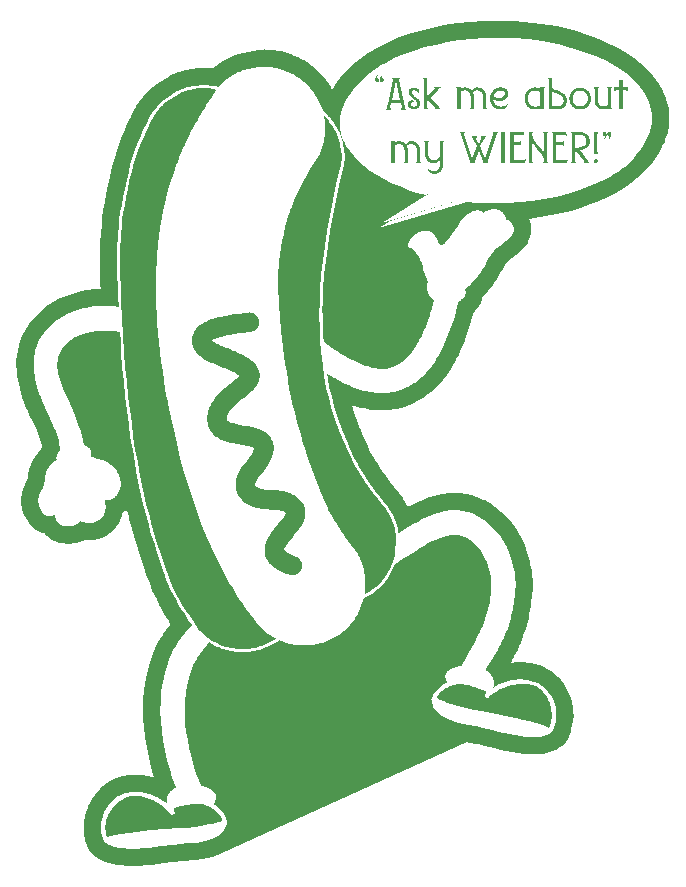
<source format=gbr>
%TF.GenerationSoftware,KiCad,Pcbnew,7.0.6*%
%TF.CreationDate,2023-07-13T14:25:20-05:00*%
%TF.ProjectId,SAO_AMAMW,53414f5f-414d-4414-9d57-2e6b69636164,rev?*%
%TF.SameCoordinates,Original*%
%TF.FileFunction,Soldermask,Top*%
%TF.FilePolarity,Negative*%
%FSLAX46Y46*%
G04 Gerber Fmt 4.6, Leading zero omitted, Abs format (unit mm)*
G04 Created by KiCad (PCBNEW 7.0.6) date 2023-07-13 14:25:20*
%MOMM*%
%LPD*%
G01*
G04 APERTURE LIST*
%ADD10O,1.727200X1.727200*%
%ADD11R,1.727200X1.727200*%
%ADD12C,1.727200*%
G04 APERTURE END LIST*
%TO.C,X1*%
G36*
X130933492Y-112192196D02*
G01*
X130933481Y-112192207D01*
X130932172Y-112191403D01*
X130933492Y-112192196D01*
G37*
G36*
X149053487Y-67078884D02*
G01*
X149053487Y-67078877D01*
X149053493Y-67078877D01*
X149053487Y-67078884D01*
G37*
G36*
X151868649Y-67078884D02*
G01*
X151868649Y-67078877D01*
X151868655Y-67078877D01*
X151868649Y-67078884D01*
G37*
G36*
X154952555Y-68976208D02*
G01*
X154952374Y-68976208D01*
X154952372Y-68976174D01*
X154952370Y-68976140D01*
X154952369Y-68976107D01*
X154952368Y-68976074D01*
X154952367Y-68976008D01*
X154952367Y-68975941D01*
X154952555Y-68976208D01*
G37*
G36*
X152308498Y-114184551D02*
G01*
X152308359Y-114184591D01*
X152308224Y-114184626D01*
X152308095Y-114184656D01*
X152307970Y-114184681D01*
X152307850Y-114184702D01*
X152307734Y-114184719D01*
X152307621Y-114184733D01*
X152307404Y-114184751D01*
X152307197Y-114184761D01*
X152306996Y-114184765D01*
X152306819Y-114184765D01*
X152308644Y-114184506D01*
X152308498Y-114184551D01*
G37*
G36*
X163894552Y-68993648D02*
G01*
X163879976Y-69013321D01*
X163871755Y-69025145D01*
X163863267Y-69038020D01*
X163854779Y-69051742D01*
X163846558Y-69066105D01*
X163838870Y-69080905D01*
X163831982Y-69095935D01*
X163826160Y-69110992D01*
X163821672Y-69125871D01*
X163820011Y-69133179D01*
X163818783Y-69140365D01*
X163818022Y-69147404D01*
X163817761Y-69154270D01*
X163817761Y-70662930D01*
X163818022Y-70669446D01*
X163818783Y-70676178D01*
X163820011Y-70683099D01*
X163821672Y-70690179D01*
X163823733Y-70697392D01*
X163826160Y-70704710D01*
X163828921Y-70712105D01*
X163831982Y-70719549D01*
X163838870Y-70734476D01*
X163846558Y-70749267D01*
X163854779Y-70763702D01*
X163863267Y-70777559D01*
X163871755Y-70790615D01*
X163879976Y-70802650D01*
X163894552Y-70822769D01*
X163908772Y-70840992D01*
X163544972Y-70840992D01*
X163544972Y-69154270D01*
X163544711Y-69147404D01*
X163543950Y-69140365D01*
X163542722Y-69133179D01*
X163541061Y-69125871D01*
X163539000Y-69118467D01*
X163536573Y-69110992D01*
X163533812Y-69103473D01*
X163530751Y-69095935D01*
X163527423Y-69088404D01*
X163523862Y-69080905D01*
X163516173Y-69066105D01*
X163507951Y-69051742D01*
X163499463Y-69038020D01*
X163490974Y-69025145D01*
X163482752Y-69013321D01*
X163475064Y-69002754D01*
X163468175Y-68993648D01*
X163453954Y-68975941D01*
X163908772Y-68975941D01*
X163894552Y-68993648D01*
G37*
G36*
X156028226Y-68993648D02*
G01*
X156013650Y-69013321D01*
X156005429Y-69025145D01*
X155996941Y-69038020D01*
X155988454Y-69051742D01*
X155980232Y-69066105D01*
X155972544Y-69080905D01*
X155965656Y-69095935D01*
X155959835Y-69110992D01*
X155955347Y-69125871D01*
X155953686Y-69133179D01*
X155952458Y-69140365D01*
X155951697Y-69147404D01*
X155951436Y-69154270D01*
X155951436Y-71451649D01*
X155951697Y-71458492D01*
X155952458Y-71465509D01*
X155953686Y-71472674D01*
X155955347Y-71479963D01*
X155957407Y-71487349D01*
X155959835Y-71494806D01*
X155962596Y-71502309D01*
X155965656Y-71509833D01*
X155968984Y-71517351D01*
X155972544Y-71524838D01*
X155980232Y-71539616D01*
X155988454Y-71553961D01*
X155996941Y-71567668D01*
X156005429Y-71580532D01*
X156013650Y-71592347D01*
X156021338Y-71602908D01*
X156028226Y-71612010D01*
X156042447Y-71629711D01*
X155587636Y-71629711D01*
X155601856Y-71612010D01*
X155616432Y-71592347D01*
X155624654Y-71580532D01*
X155633141Y-71567668D01*
X155641629Y-71553961D01*
X155649850Y-71539616D01*
X155657538Y-71524838D01*
X155664426Y-71509833D01*
X155670248Y-71494806D01*
X155674736Y-71479963D01*
X155676397Y-71472674D01*
X155677625Y-71465509D01*
X155678386Y-71458492D01*
X155678647Y-71451649D01*
X155678647Y-69154270D01*
X155678386Y-69147404D01*
X155677625Y-69140365D01*
X155676397Y-69133179D01*
X155674736Y-69125871D01*
X155672675Y-69118467D01*
X155670248Y-69110992D01*
X155667487Y-69103473D01*
X155664426Y-69095935D01*
X155661099Y-69088404D01*
X155657538Y-69080905D01*
X155649850Y-69066105D01*
X155641629Y-69051742D01*
X155633141Y-69038020D01*
X155624654Y-69025145D01*
X155616432Y-69013321D01*
X155608744Y-69002754D01*
X155601856Y-68993648D01*
X155587636Y-68975941D01*
X156042447Y-68975941D01*
X156028226Y-68993648D01*
G37*
G36*
X157619099Y-69313282D02*
G01*
X157601857Y-69300260D01*
X157582504Y-69286912D01*
X157570786Y-69279383D01*
X157557951Y-69271610D01*
X157544183Y-69263838D01*
X157529665Y-69256309D01*
X157514580Y-69249269D01*
X157499111Y-69242961D01*
X157483443Y-69237630D01*
X157467758Y-69233520D01*
X157459966Y-69231999D01*
X157452239Y-69230875D01*
X157444599Y-69230178D01*
X157437070Y-69229939D01*
X156716603Y-69229939D01*
X156716603Y-69813877D01*
X157171696Y-69813877D01*
X157177864Y-69813649D01*
X157184293Y-69812983D01*
X157190954Y-69811909D01*
X157197816Y-69810455D01*
X157204849Y-69808652D01*
X157212025Y-69806527D01*
X157226680Y-69801433D01*
X157241541Y-69795405D01*
X157256369Y-69788678D01*
X157270923Y-69781483D01*
X157284964Y-69774056D01*
X157298252Y-69766628D01*
X157310546Y-69759434D01*
X157331196Y-69746678D01*
X157350018Y-69734234D01*
X157350018Y-70147518D01*
X157331196Y-70135074D01*
X157310546Y-70122319D01*
X157284964Y-70107697D01*
X157270923Y-70100269D01*
X157256369Y-70093075D01*
X157241541Y-70086347D01*
X157226680Y-70080319D01*
X157212025Y-70075225D01*
X157197816Y-70071297D01*
X157184293Y-70068770D01*
X157177864Y-70068104D01*
X157171696Y-70067875D01*
X156716603Y-70067875D01*
X156716603Y-71375714D01*
X157547139Y-71375714D01*
X157554657Y-71375474D01*
X157562265Y-71374778D01*
X157569942Y-71373653D01*
X157577666Y-71372132D01*
X157585415Y-71370245D01*
X157593168Y-71368022D01*
X157600903Y-71365494D01*
X157608599Y-71362691D01*
X157616234Y-71359644D01*
X157623787Y-71356383D01*
X157638560Y-71349343D01*
X157652744Y-71341815D01*
X157666167Y-71334042D01*
X157678657Y-71326269D01*
X157690042Y-71318740D01*
X157700148Y-71311700D01*
X157708803Y-71305392D01*
X157721072Y-71295951D01*
X157725468Y-71292370D01*
X157660909Y-71629711D01*
X156353070Y-71629711D01*
X156367288Y-71615171D01*
X156381855Y-71598275D01*
X156390069Y-71587794D01*
X156398546Y-71576099D01*
X156407020Y-71563297D01*
X156415225Y-71549494D01*
X156422892Y-71534798D01*
X156429754Y-71519315D01*
X156435546Y-71503151D01*
X156437956Y-71494847D01*
X156439999Y-71486413D01*
X156441640Y-71477862D01*
X156442847Y-71469208D01*
X156443585Y-71460463D01*
X156443822Y-71451641D01*
X156443822Y-69154270D01*
X156443561Y-69146403D01*
X156442800Y-69138489D01*
X156441572Y-69130549D01*
X156439911Y-69122602D01*
X156437850Y-69114668D01*
X156435422Y-69106765D01*
X156432661Y-69098914D01*
X156429600Y-69091133D01*
X156426272Y-69083442D01*
X156422711Y-69075861D01*
X156418950Y-69068408D01*
X156415023Y-69061103D01*
X156406801Y-69047015D01*
X156398312Y-69033752D01*
X156389824Y-69021468D01*
X156381602Y-69010320D01*
X156373913Y-69000461D01*
X156367025Y-68992047D01*
X156356714Y-68980174D01*
X156352803Y-68975941D01*
X157558514Y-68975941D01*
X157619099Y-69313282D01*
G37*
G36*
X161226430Y-69313290D02*
G01*
X161209224Y-69300267D01*
X161189902Y-69286919D01*
X161178199Y-69279391D01*
X161165377Y-69271618D01*
X161151619Y-69263845D01*
X161137107Y-69256317D01*
X161122022Y-69249276D01*
X161106548Y-69242969D01*
X161090865Y-69237638D01*
X161075157Y-69233527D01*
X161067351Y-69232007D01*
X161059606Y-69230882D01*
X161051945Y-69230185D01*
X161044392Y-69229946D01*
X160323933Y-69229939D01*
X160323933Y-69813877D01*
X160778752Y-69813877D01*
X160784944Y-69813649D01*
X160791394Y-69812983D01*
X160798073Y-69811909D01*
X160804951Y-69810455D01*
X160811997Y-69808652D01*
X160819183Y-69806527D01*
X160833852Y-69801433D01*
X160848720Y-69795405D01*
X160863548Y-69788678D01*
X160878096Y-69781483D01*
X160892127Y-69774056D01*
X160905401Y-69766628D01*
X160917680Y-69759434D01*
X160938296Y-69746678D01*
X160957082Y-69734234D01*
X160957082Y-70147518D01*
X160938296Y-70135074D01*
X160917680Y-70122319D01*
X160892127Y-70107697D01*
X160878096Y-70100269D01*
X160863548Y-70093075D01*
X160848720Y-70086347D01*
X160833852Y-70080319D01*
X160819183Y-70075225D01*
X160804951Y-70071297D01*
X160791394Y-70068770D01*
X160784944Y-70068104D01*
X160778752Y-70067875D01*
X160323933Y-70067875D01*
X160323933Y-71375714D01*
X161153935Y-71375714D01*
X161161477Y-71375474D01*
X161169106Y-71374778D01*
X161176800Y-71373653D01*
X161184539Y-71372132D01*
X161192300Y-71370245D01*
X161200063Y-71368022D01*
X161207806Y-71365494D01*
X161215508Y-71362691D01*
X161223147Y-71359644D01*
X161230702Y-71356383D01*
X161245473Y-71349343D01*
X161259651Y-71341815D01*
X161273063Y-71334042D01*
X161285540Y-71326269D01*
X161296908Y-71318740D01*
X161306998Y-71311700D01*
X161315637Y-71305392D01*
X161327879Y-71295951D01*
X161332265Y-71292370D01*
X161267964Y-71629711D01*
X159960133Y-71629711D01*
X159974355Y-71615209D01*
X159988932Y-71598346D01*
X159997154Y-71587881D01*
X160005643Y-71576200D01*
X160014131Y-71563409D01*
X160022353Y-71549614D01*
X160030042Y-71534919D01*
X160036930Y-71519431D01*
X160042752Y-71503254D01*
X160045180Y-71494941D01*
X160047241Y-71486495D01*
X160048902Y-71477929D01*
X160050130Y-71469258D01*
X160050891Y-71460493D01*
X160051152Y-71451649D01*
X160051152Y-69154270D01*
X160050891Y-69146403D01*
X160050130Y-69138489D01*
X160048902Y-69130549D01*
X160047241Y-69122602D01*
X160045180Y-69114668D01*
X160042752Y-69106765D01*
X160039991Y-69098914D01*
X160036930Y-69091133D01*
X160033603Y-69083442D01*
X160030042Y-69075861D01*
X160026281Y-69068408D01*
X160022353Y-69061103D01*
X160014131Y-69047015D01*
X160005643Y-69033752D01*
X159997154Y-69021468D01*
X159988932Y-69010320D01*
X159981244Y-69000461D01*
X159974355Y-68992047D01*
X159964044Y-68980174D01*
X159960133Y-68975941D01*
X161165578Y-68975941D01*
X161226430Y-69313290D01*
G37*
G36*
X165952946Y-65213566D02*
G01*
X166206944Y-65213566D01*
X166213112Y-65213338D01*
X166219541Y-65212672D01*
X166226199Y-65211597D01*
X166233057Y-65210144D01*
X166240086Y-65208341D01*
X166247255Y-65206217D01*
X166261895Y-65201123D01*
X166276737Y-65195096D01*
X166291544Y-65188369D01*
X166306075Y-65181175D01*
X166320092Y-65173748D01*
X166333355Y-65166321D01*
X166345626Y-65159128D01*
X166366233Y-65146373D01*
X166385014Y-65133930D01*
X166385014Y-65547207D01*
X166366233Y-65534764D01*
X166345626Y-65522010D01*
X166320092Y-65507389D01*
X166306075Y-65499962D01*
X166291544Y-65492769D01*
X166276737Y-65486042D01*
X166261895Y-65480015D01*
X166247255Y-65474921D01*
X166233057Y-65470993D01*
X166219541Y-65468466D01*
X166213112Y-65467800D01*
X166206944Y-65467571D01*
X165952946Y-65467571D01*
X165952946Y-66900555D01*
X165953208Y-66907048D01*
X165953969Y-66913759D01*
X165955196Y-66920662D01*
X165956857Y-66927727D01*
X165958918Y-66934928D01*
X165961346Y-66942236D01*
X165964107Y-66949623D01*
X165967168Y-66957062D01*
X165974057Y-66971982D01*
X165981745Y-66986775D01*
X165989967Y-67001216D01*
X165998456Y-67015084D01*
X166006944Y-67028154D01*
X166015166Y-67040205D01*
X166029744Y-67060357D01*
X166043965Y-67078617D01*
X165589146Y-67078617D01*
X165603367Y-67060394D01*
X165617943Y-67040276D01*
X165634652Y-67015184D01*
X165643140Y-67001327D01*
X165651361Y-66986892D01*
X165659049Y-66972101D01*
X165665937Y-66957174D01*
X165671759Y-66942335D01*
X165676247Y-66927804D01*
X165677908Y-66920724D01*
X165679135Y-66913804D01*
X165679896Y-66907071D01*
X165680157Y-66900555D01*
X165680157Y-65467571D01*
X165425893Y-65467571D01*
X165419725Y-65467800D01*
X165413298Y-65468466D01*
X165406640Y-65469540D01*
X165399782Y-65470993D01*
X165392754Y-65472797D01*
X165385586Y-65474921D01*
X165370947Y-65480015D01*
X165356105Y-65486042D01*
X165341299Y-65492769D01*
X165326768Y-65499962D01*
X165312752Y-65507389D01*
X165299489Y-65514816D01*
X165287218Y-65522010D01*
X165266611Y-65534764D01*
X165247830Y-65547207D01*
X165247830Y-65133930D01*
X165266612Y-65146373D01*
X165287220Y-65159128D01*
X165312754Y-65173748D01*
X165326771Y-65181175D01*
X165341302Y-65188369D01*
X165356108Y-65195096D01*
X165370950Y-65201123D01*
X165385589Y-65206217D01*
X165399785Y-65210144D01*
X165413299Y-65212672D01*
X165419726Y-65213338D01*
X165425893Y-65213566D01*
X165680157Y-65213566D01*
X165680157Y-64777531D01*
X165679896Y-64770689D01*
X165679135Y-64763672D01*
X165677908Y-64756507D01*
X165676247Y-64749219D01*
X165674186Y-64741834D01*
X165671759Y-64734377D01*
X165668998Y-64726874D01*
X165665937Y-64719350D01*
X165662610Y-64711832D01*
X165659049Y-64704345D01*
X165651361Y-64689568D01*
X165643140Y-64675222D01*
X165634652Y-64661514D01*
X165626164Y-64648650D01*
X165617943Y-64636835D01*
X165610255Y-64626273D01*
X165603367Y-64617171D01*
X165589146Y-64599468D01*
X165952946Y-64599468D01*
X165952946Y-65213566D01*
G37*
G36*
X147070554Y-64447403D02*
G01*
X147057172Y-64467701D01*
X147049776Y-64479874D01*
X147042280Y-64493108D01*
X147034961Y-64507185D01*
X147028095Y-64521889D01*
X147021960Y-64537002D01*
X147016834Y-64552307D01*
X147012993Y-64567588D01*
X147011641Y-64575151D01*
X147010714Y-64582627D01*
X147010247Y-64589988D01*
X147010275Y-64597207D01*
X147010832Y-64604257D01*
X147011952Y-64611111D01*
X147504872Y-66900814D01*
X147506512Y-66907668D01*
X147508630Y-66914719D01*
X147511192Y-66921938D01*
X147514162Y-66929299D01*
X147517507Y-66936775D01*
X147521191Y-66944338D01*
X147525179Y-66951962D01*
X147529437Y-66959619D01*
X147538623Y-66974925D01*
X147548469Y-66990039D01*
X147558699Y-67004743D01*
X147569033Y-67018821D01*
X147579194Y-67032056D01*
X147588903Y-67044230D01*
X147605852Y-67064529D01*
X147622083Y-67082852D01*
X147167264Y-67082852D01*
X147180663Y-67064529D01*
X147194068Y-67044230D01*
X147201472Y-67032056D01*
X147208971Y-67018821D01*
X147216287Y-67004743D01*
X147223141Y-66990039D01*
X147229255Y-66974925D01*
X147234350Y-66959619D01*
X147238147Y-66944338D01*
X147239472Y-66936775D01*
X147240368Y-66929299D01*
X147240800Y-66921938D01*
X147240733Y-66914719D01*
X147240133Y-66907668D01*
X147238965Y-66900814D01*
X147159322Y-66498913D01*
X146363461Y-66498913D01*
X146279851Y-66900814D01*
X146278405Y-66907993D01*
X146277567Y-66915325D01*
X146277298Y-66922786D01*
X146277563Y-66930350D01*
X146278324Y-66937993D01*
X146279545Y-66945689D01*
X146281190Y-66953414D01*
X146283221Y-66961143D01*
X146285603Y-66968850D01*
X146288297Y-66976511D01*
X146291269Y-66984101D01*
X146294480Y-66991594D01*
X146297894Y-66998967D01*
X146301475Y-67006193D01*
X146308990Y-67020108D01*
X146316732Y-67033140D01*
X146324406Y-67045088D01*
X146331720Y-67055754D01*
X146338380Y-67064936D01*
X146348564Y-67078057D01*
X146352612Y-67082852D01*
X145897527Y-67082852D01*
X145913725Y-67063449D01*
X145930652Y-67042206D01*
X145950512Y-67015943D01*
X145960850Y-67001556D01*
X145971091Y-66986666D01*
X145980958Y-66971524D01*
X145990175Y-66956381D01*
X145998465Y-66941488D01*
X146005551Y-66927095D01*
X146011156Y-66913454D01*
X146013317Y-66906993D01*
X146015004Y-66900814D01*
X146150437Y-66271374D01*
X146412679Y-66271374D01*
X147106419Y-66271374D01*
X146761403Y-64686779D01*
X146757695Y-64686779D01*
X146412679Y-66271374D01*
X146150437Y-66271374D01*
X146507665Y-64611111D01*
X146509133Y-64603908D01*
X146509994Y-64596553D01*
X146510284Y-64589071D01*
X146510039Y-64581488D01*
X146509297Y-64573827D01*
X146508094Y-64566115D01*
X146506466Y-64558375D01*
X146504452Y-64550634D01*
X146502087Y-64542915D01*
X146499409Y-64535244D01*
X146496454Y-64527646D01*
X146493259Y-64520146D01*
X146489862Y-64512768D01*
X146486297Y-64505538D01*
X146478818Y-64491620D01*
X146471115Y-64478593D01*
X146463483Y-64466654D01*
X146456218Y-64456005D01*
X146449613Y-64446845D01*
X146439563Y-64433788D01*
X146435689Y-64429081D01*
X147083920Y-64429081D01*
X147070554Y-64447403D01*
G37*
G36*
X163689731Y-71292313D02*
G01*
X163698149Y-71292937D01*
X163706476Y-71293967D01*
X163714698Y-71295392D01*
X163722804Y-71297204D01*
X163730781Y-71299394D01*
X163738616Y-71301952D01*
X163746296Y-71304870D01*
X163753811Y-71308138D01*
X163761145Y-71311747D01*
X163768289Y-71315689D01*
X163775228Y-71319954D01*
X163781950Y-71324532D01*
X163788443Y-71329416D01*
X163794695Y-71334595D01*
X163800692Y-71340060D01*
X163806423Y-71345804D01*
X163811875Y-71351815D01*
X163817035Y-71358086D01*
X163821891Y-71364607D01*
X163826430Y-71371369D01*
X163830640Y-71378363D01*
X163834508Y-71385580D01*
X163838022Y-71393011D01*
X163841170Y-71400646D01*
X163843938Y-71408477D01*
X163846315Y-71416494D01*
X163848288Y-71424689D01*
X163849844Y-71433051D01*
X163850971Y-71441573D01*
X163851656Y-71450245D01*
X163851888Y-71459057D01*
X163851667Y-71467880D01*
X163851012Y-71476583D01*
X163849933Y-71485154D01*
X163848440Y-71493585D01*
X163846544Y-71501863D01*
X163844256Y-71509979D01*
X163841586Y-71517922D01*
X163838544Y-71525681D01*
X163835140Y-71533247D01*
X163831387Y-71540609D01*
X163827292Y-71547756D01*
X163822868Y-71554678D01*
X163818125Y-71561364D01*
X163813072Y-71567804D01*
X163807722Y-71573987D01*
X163802083Y-71579904D01*
X163796167Y-71585543D01*
X163789983Y-71590894D01*
X163783543Y-71595946D01*
X163776857Y-71600690D01*
X163769935Y-71605114D01*
X163762788Y-71609209D01*
X163755427Y-71612963D01*
X163747861Y-71616366D01*
X163740101Y-71619409D01*
X163732158Y-71622079D01*
X163724042Y-71624368D01*
X163715763Y-71626263D01*
X163707332Y-71627756D01*
X163698760Y-71628835D01*
X163690057Y-71629491D01*
X163681233Y-71629711D01*
X163672071Y-71629501D01*
X163663094Y-71628876D01*
X163654309Y-71627845D01*
X163645724Y-71626416D01*
X163637344Y-71624597D01*
X163629178Y-71622397D01*
X163621231Y-71619825D01*
X163613511Y-71616888D01*
X163606025Y-71613595D01*
X163598780Y-71609956D01*
X163591782Y-71605977D01*
X163585039Y-71601668D01*
X163578557Y-71597036D01*
X163572344Y-71592091D01*
X163566406Y-71586841D01*
X163560750Y-71581294D01*
X163555383Y-71575459D01*
X163550312Y-71569344D01*
X163545545Y-71562957D01*
X163541087Y-71556307D01*
X163536946Y-71549403D01*
X163533129Y-71542252D01*
X163529642Y-71534863D01*
X163526493Y-71527246D01*
X163523689Y-71519407D01*
X163521236Y-71511356D01*
X163519142Y-71503100D01*
X163517412Y-71494649D01*
X163516055Y-71486011D01*
X163515077Y-71477194D01*
X163514486Y-71468206D01*
X163514287Y-71459057D01*
X163514486Y-71450221D01*
X163515077Y-71441529D01*
X163516055Y-71432989D01*
X163517412Y-71424612D01*
X163519142Y-71416405D01*
X163521236Y-71408378D01*
X163523689Y-71400539D01*
X163526493Y-71392898D01*
X163529642Y-71385464D01*
X163533129Y-71378245D01*
X163536946Y-71371251D01*
X163541087Y-71364490D01*
X163545545Y-71357971D01*
X163550312Y-71351704D01*
X163555383Y-71345698D01*
X163560750Y-71339960D01*
X163566406Y-71334501D01*
X163572344Y-71329329D01*
X163578557Y-71324454D01*
X163585039Y-71319883D01*
X163591782Y-71315627D01*
X163598780Y-71311694D01*
X163606025Y-71308092D01*
X163613511Y-71304832D01*
X163621231Y-71301922D01*
X163629178Y-71299371D01*
X163637344Y-71297187D01*
X163645724Y-71295381D01*
X163654309Y-71293960D01*
X163663094Y-71292934D01*
X163672071Y-71292312D01*
X163681233Y-71292103D01*
X163689731Y-71292313D01*
G37*
G36*
X164426729Y-68976226D02*
G01*
X164436907Y-68977072D01*
X164446776Y-68978462D01*
X164456333Y-68980378D01*
X164465576Y-68982805D01*
X164474505Y-68985725D01*
X164483117Y-68989123D01*
X164491411Y-68992982D01*
X164499386Y-68997285D01*
X164507039Y-69002015D01*
X164514369Y-69007157D01*
X164521374Y-69012693D01*
X164528054Y-69018606D01*
X164534406Y-69024882D01*
X164540428Y-69031501D01*
X164546120Y-69038449D01*
X164551479Y-69045709D01*
X164556503Y-69053264D01*
X164561193Y-69061097D01*
X164565544Y-69069192D01*
X164573230Y-69086101D01*
X164579546Y-69103860D01*
X164584481Y-69122334D01*
X164588022Y-69141392D01*
X164590156Y-69160901D01*
X164590871Y-69180729D01*
X164590557Y-69197878D01*
X164589611Y-69215179D01*
X164588029Y-69232611D01*
X164585806Y-69250151D01*
X164582936Y-69267777D01*
X164579415Y-69285469D01*
X164575237Y-69303204D01*
X164570397Y-69320960D01*
X164564891Y-69338717D01*
X164558713Y-69356451D01*
X164551859Y-69374143D01*
X164544323Y-69391769D01*
X164536100Y-69409308D01*
X164527185Y-69426738D01*
X164517573Y-69444038D01*
X164507260Y-69461186D01*
X164501408Y-69469977D01*
X164495232Y-69478585D01*
X164488766Y-69487004D01*
X164482044Y-69495227D01*
X164475099Y-69503248D01*
X164467964Y-69511060D01*
X164453259Y-69526036D01*
X164438195Y-69540103D01*
X164423041Y-69553210D01*
X164408062Y-69565309D01*
X164393526Y-69576348D01*
X164379700Y-69586276D01*
X164366851Y-69595044D01*
X164355246Y-69602602D01*
X164345153Y-69608898D01*
X164325230Y-69620465D01*
X164342849Y-69595329D01*
X164360753Y-69566050D01*
X164370776Y-69547856D01*
X164381056Y-69527531D01*
X164391249Y-69505252D01*
X164401011Y-69481198D01*
X164410001Y-69455548D01*
X164417873Y-69428478D01*
X164424285Y-69400169D01*
X164428893Y-69370798D01*
X164431354Y-69340542D01*
X164431672Y-69325139D01*
X164431325Y-69309582D01*
X164422143Y-69310098D01*
X164413060Y-69310250D01*
X164404085Y-69310026D01*
X164395231Y-69309414D01*
X164386509Y-69308403D01*
X164377930Y-69306983D01*
X164369505Y-69305142D01*
X164361245Y-69302869D01*
X164353162Y-69300152D01*
X164345267Y-69296981D01*
X164337571Y-69293344D01*
X164330085Y-69289230D01*
X164322821Y-69284628D01*
X164315790Y-69279527D01*
X164309003Y-69273915D01*
X164302472Y-69267780D01*
X164295598Y-69261293D01*
X164289165Y-69254632D01*
X164283174Y-69247795D01*
X164277624Y-69240783D01*
X164272515Y-69233594D01*
X164267849Y-69226227D01*
X164263626Y-69218682D01*
X164259846Y-69210958D01*
X164256509Y-69203054D01*
X164253615Y-69194969D01*
X164251166Y-69186704D01*
X164249161Y-69178256D01*
X164247602Y-69169625D01*
X164246487Y-69160811D01*
X164245818Y-69151812D01*
X164245595Y-69142628D01*
X164245816Y-69133816D01*
X164246474Y-69125147D01*
X164247556Y-69116629D01*
X164249054Y-69108271D01*
X164250955Y-69100082D01*
X164253250Y-69092072D01*
X164255927Y-69084250D01*
X164258977Y-69076624D01*
X164262389Y-69069203D01*
X164266151Y-69061996D01*
X164270254Y-69055013D01*
X164274687Y-69048263D01*
X164279438Y-69041753D01*
X164284499Y-69035495D01*
X164289857Y-69029496D01*
X164295502Y-69023765D01*
X164301425Y-69018312D01*
X164307613Y-69013145D01*
X164314057Y-69008274D01*
X164320746Y-69003707D01*
X164327669Y-68999454D01*
X164334816Y-68995523D01*
X164342175Y-68991924D01*
X164349737Y-68988666D01*
X164357491Y-68985757D01*
X164365427Y-68983207D01*
X164373532Y-68981024D01*
X164381798Y-68979218D01*
X164390213Y-68977798D01*
X164398767Y-68976772D01*
X164407449Y-68976150D01*
X164416245Y-68975941D01*
X164426729Y-68976226D01*
G37*
G36*
X145235121Y-64150735D02*
G01*
X145217228Y-64180016D01*
X145207213Y-64198210D01*
X145196944Y-64218537D01*
X145186765Y-64240816D01*
X145177020Y-64264871D01*
X145168053Y-64290522D01*
X145160206Y-64317592D01*
X145153825Y-64345902D01*
X145149252Y-64375273D01*
X145146832Y-64405529D01*
X145146537Y-64420932D01*
X145146909Y-64436489D01*
X145156092Y-64435319D01*
X145165183Y-64434682D01*
X145174175Y-64434572D01*
X145183063Y-64434983D01*
X145191841Y-64435908D01*
X145200502Y-64437343D01*
X145209042Y-64439279D01*
X145217455Y-64441712D01*
X145225734Y-64444634D01*
X145233874Y-64448041D01*
X145241869Y-64451924D01*
X145249713Y-64456280D01*
X145257401Y-64461100D01*
X145264927Y-64466380D01*
X145272285Y-64472112D01*
X145279469Y-64478291D01*
X145285731Y-64484126D01*
X145291618Y-64490223D01*
X145297124Y-64496581D01*
X145302247Y-64503203D01*
X145306983Y-64510088D01*
X145311327Y-64517237D01*
X145315276Y-64524651D01*
X145318826Y-64532332D01*
X145321972Y-64540279D01*
X145324712Y-64548493D01*
X145327041Y-64556975D01*
X145328955Y-64565726D01*
X145330451Y-64574747D01*
X145331524Y-64584039D01*
X145332170Y-64593601D01*
X145332387Y-64603436D01*
X145332166Y-64612248D01*
X145331511Y-64620918D01*
X145330432Y-64629437D01*
X145328939Y-64637795D01*
X145327043Y-64645984D01*
X145324754Y-64653994D01*
X145322083Y-64661817D01*
X145319041Y-64669443D01*
X145315637Y-64676864D01*
X145311882Y-64684071D01*
X145307788Y-64691054D01*
X145303363Y-64697804D01*
X145298619Y-64704313D01*
X145293566Y-64710572D01*
X145288215Y-64716571D01*
X145282575Y-64722302D01*
X145276659Y-64727755D01*
X145270475Y-64732921D01*
X145264034Y-64737792D01*
X145257348Y-64742359D01*
X145250426Y-64746612D01*
X145243279Y-64750542D01*
X145235917Y-64754141D01*
X145228350Y-64757399D01*
X145220590Y-64760307D01*
X145212647Y-64762857D01*
X145204531Y-64765040D01*
X145196253Y-64766846D01*
X145187822Y-64768266D01*
X145179251Y-64769291D01*
X145170548Y-64769913D01*
X145161725Y-64770123D01*
X145151239Y-64769827D01*
X145141065Y-64768951D01*
X145131204Y-64767514D01*
X145121657Y-64765534D01*
X145112425Y-64763031D01*
X145103511Y-64760023D01*
X145094915Y-64756528D01*
X145086639Y-64752565D01*
X145078684Y-64748154D01*
X145071052Y-64743311D01*
X145063744Y-64738057D01*
X145056761Y-64732409D01*
X145050105Y-64726387D01*
X145043778Y-64720009D01*
X145037780Y-64713294D01*
X145032114Y-64706260D01*
X145026780Y-64698926D01*
X145021780Y-64691311D01*
X145017115Y-64683433D01*
X145012787Y-64675311D01*
X145005147Y-64658409D01*
X144998871Y-64640755D01*
X144993970Y-64622499D01*
X144990455Y-64603788D01*
X144988338Y-64584772D01*
X144987630Y-64565602D01*
X144987981Y-64548449D01*
X144989029Y-64531140D01*
X144990762Y-64513696D01*
X144993170Y-64496139D01*
X144996241Y-64478493D01*
X144999965Y-64460779D01*
X145004330Y-64443021D01*
X145009327Y-64425240D01*
X145014943Y-64407459D01*
X145021169Y-64389700D01*
X145027993Y-64371986D01*
X145035404Y-64354340D01*
X145043392Y-64336784D01*
X145051946Y-64319339D01*
X145061054Y-64302030D01*
X145070706Y-64284878D01*
X145076583Y-64275738D01*
X145082780Y-64266826D01*
X145089264Y-64258145D01*
X145096001Y-64249700D01*
X145102959Y-64241495D01*
X145110104Y-64233533D01*
X145117404Y-64225819D01*
X145124824Y-64218357D01*
X145139893Y-64204206D01*
X145155047Y-64191113D01*
X145170019Y-64179110D01*
X145184543Y-64168231D01*
X145198355Y-64158508D01*
X145211188Y-64149975D01*
X145222775Y-64142664D01*
X145232852Y-64136609D01*
X145247411Y-64128395D01*
X145252736Y-64125599D01*
X145235121Y-64150735D01*
G37*
G36*
X145633324Y-64150735D02*
G01*
X145615420Y-64180016D01*
X145605396Y-64198210D01*
X145595115Y-64218537D01*
X145584922Y-64240816D01*
X145575158Y-64264871D01*
X145566169Y-64290522D01*
X145558296Y-64317592D01*
X145551883Y-64345902D01*
X145547275Y-64375273D01*
X145544813Y-64405529D01*
X145544495Y-64420932D01*
X145544843Y-64436489D01*
X145554726Y-64435319D01*
X145564342Y-64434682D01*
X145573703Y-64434572D01*
X145582821Y-64434983D01*
X145591708Y-64435908D01*
X145600376Y-64437343D01*
X145608837Y-64439279D01*
X145617103Y-64441712D01*
X145625187Y-64444634D01*
X145633100Y-64448041D01*
X145640853Y-64451924D01*
X145648461Y-64456280D01*
X145655933Y-64461100D01*
X145663283Y-64466380D01*
X145670522Y-64472112D01*
X145677663Y-64478291D01*
X145683882Y-64484126D01*
X145689737Y-64490223D01*
X145695221Y-64496581D01*
X145700331Y-64503203D01*
X145705061Y-64510088D01*
X145709406Y-64517237D01*
X145713361Y-64524651D01*
X145716922Y-64532332D01*
X145720082Y-64540279D01*
X145722837Y-64548493D01*
X145725182Y-64556975D01*
X145727112Y-64565726D01*
X145728622Y-64574747D01*
X145729706Y-64584039D01*
X145730361Y-64593601D01*
X145730580Y-64603436D01*
X145730359Y-64612248D01*
X145729704Y-64620918D01*
X145728625Y-64629437D01*
X145727132Y-64637795D01*
X145725236Y-64645984D01*
X145722947Y-64653994D01*
X145720277Y-64661817D01*
X145717234Y-64669443D01*
X145713831Y-64676864D01*
X145710076Y-64684071D01*
X145705981Y-64691054D01*
X145701557Y-64697804D01*
X145696813Y-64704313D01*
X145691760Y-64710572D01*
X145686409Y-64716571D01*
X145680770Y-64722302D01*
X145674853Y-64727755D01*
X145668670Y-64732921D01*
X145662229Y-64737792D01*
X145655543Y-64742359D01*
X145648621Y-64746612D01*
X145641474Y-64750542D01*
X145634113Y-64754141D01*
X145626547Y-64757399D01*
X145618787Y-64760307D01*
X145610845Y-64762857D01*
X145602729Y-64765040D01*
X145594451Y-64766846D01*
X145586021Y-64768266D01*
X145577450Y-64769291D01*
X145568748Y-64769913D01*
X145559926Y-64770123D01*
X145549416Y-64769827D01*
X145539219Y-64768951D01*
X145529336Y-64767514D01*
X145519769Y-64765534D01*
X145510519Y-64763031D01*
X145501588Y-64760023D01*
X145492976Y-64756528D01*
X145484685Y-64752565D01*
X145476717Y-64748154D01*
X145469072Y-64743311D01*
X145461753Y-64738057D01*
X145454760Y-64732409D01*
X145448095Y-64726387D01*
X145441760Y-64720009D01*
X145435754Y-64713294D01*
X145430081Y-64706260D01*
X145424741Y-64698926D01*
X145419736Y-64691311D01*
X145415067Y-64683433D01*
X145410735Y-64675311D01*
X145403089Y-64658409D01*
X145396809Y-64640755D01*
X145391905Y-64622499D01*
X145388389Y-64603788D01*
X145386272Y-64584772D01*
X145385564Y-64565602D01*
X145385918Y-64548449D01*
X145386974Y-64531140D01*
X145388720Y-64513696D01*
X145391145Y-64496139D01*
X145394235Y-64478493D01*
X145397981Y-64460779D01*
X145402370Y-64443021D01*
X145407391Y-64425240D01*
X145413032Y-64407459D01*
X145419282Y-64389700D01*
X145426128Y-64371986D01*
X145433560Y-64354340D01*
X145441566Y-64336784D01*
X145450133Y-64319339D01*
X145459251Y-64302030D01*
X145468907Y-64284878D01*
X145474783Y-64275738D01*
X145480980Y-64266826D01*
X145487463Y-64258145D01*
X145494200Y-64249700D01*
X145501158Y-64241495D01*
X145508303Y-64233533D01*
X145515602Y-64225819D01*
X145523022Y-64218357D01*
X145538092Y-64204206D01*
X145553247Y-64191113D01*
X145568220Y-64179110D01*
X145582745Y-64168231D01*
X145596558Y-64158508D01*
X145609392Y-64149975D01*
X145620981Y-64142664D01*
X145631059Y-64136609D01*
X145645619Y-64128395D01*
X145650945Y-64125599D01*
X145633324Y-64150735D01*
G37*
G36*
X164825043Y-68976226D02*
G01*
X164835547Y-68977072D01*
X164845695Y-68978462D01*
X164855489Y-68980378D01*
X164864929Y-68982805D01*
X164874016Y-68985725D01*
X164882751Y-68989123D01*
X164891134Y-68992982D01*
X164899165Y-68997285D01*
X164906847Y-69002015D01*
X164914178Y-69007157D01*
X164921160Y-69012693D01*
X164927794Y-69018606D01*
X164934080Y-69024882D01*
X164940019Y-69031501D01*
X164945612Y-69038449D01*
X164950859Y-69045709D01*
X164955761Y-69053264D01*
X164960318Y-69061097D01*
X164964532Y-69069192D01*
X164971931Y-69086101D01*
X164977964Y-69103860D01*
X164982636Y-69122334D01*
X164985952Y-69141392D01*
X164987917Y-69160901D01*
X164988538Y-69180729D01*
X164988227Y-69197878D01*
X164987290Y-69215179D01*
X164985721Y-69232611D01*
X164983515Y-69250151D01*
X164980665Y-69267777D01*
X164977166Y-69285469D01*
X164973012Y-69303204D01*
X164968198Y-69320960D01*
X164962716Y-69338717D01*
X164956563Y-69356451D01*
X164949731Y-69374143D01*
X164942215Y-69391769D01*
X164934009Y-69409308D01*
X164925107Y-69426738D01*
X164915504Y-69444038D01*
X164905194Y-69461186D01*
X164899667Y-69469977D01*
X164893776Y-69478585D01*
X164887555Y-69487004D01*
X164881040Y-69495227D01*
X164874268Y-69503248D01*
X164867272Y-69511060D01*
X164860089Y-69518658D01*
X164852754Y-69526036D01*
X164837769Y-69540103D01*
X164822601Y-69553210D01*
X164807532Y-69565309D01*
X164792847Y-69576348D01*
X164778829Y-69586276D01*
X164765761Y-69595044D01*
X164753926Y-69602602D01*
X164743607Y-69608898D01*
X164728653Y-69617506D01*
X164723164Y-69620465D01*
X164740783Y-69595329D01*
X164758687Y-69566050D01*
X164768710Y-69547856D01*
X164778990Y-69527531D01*
X164789183Y-69505252D01*
X164798945Y-69481198D01*
X164807935Y-69455548D01*
X164815807Y-69428478D01*
X164822219Y-69400169D01*
X164826827Y-69370798D01*
X164829288Y-69340542D01*
X164829606Y-69325139D01*
X164829259Y-69309582D01*
X164820077Y-69310098D01*
X164810993Y-69310250D01*
X164802019Y-69310026D01*
X164793164Y-69309414D01*
X164784442Y-69308403D01*
X164775862Y-69306983D01*
X164767436Y-69305142D01*
X164759176Y-69302869D01*
X164751093Y-69300152D01*
X164743197Y-69296981D01*
X164735501Y-69293344D01*
X164728016Y-69289230D01*
X164720753Y-69284628D01*
X164713722Y-69279527D01*
X164706936Y-69273915D01*
X164700406Y-69267780D01*
X164693489Y-69261293D01*
X164687025Y-69254632D01*
X164681011Y-69247795D01*
X164675447Y-69240783D01*
X164670333Y-69233594D01*
X164665667Y-69226227D01*
X164661449Y-69218682D01*
X164657678Y-69210958D01*
X164654354Y-69203054D01*
X164651476Y-69194969D01*
X164649042Y-69186704D01*
X164647052Y-69178256D01*
X164645506Y-69169625D01*
X164644403Y-69160811D01*
X164643741Y-69151812D01*
X164643521Y-69142628D01*
X164643752Y-69133816D01*
X164644438Y-69125147D01*
X164645565Y-69116629D01*
X164647121Y-69108271D01*
X164649094Y-69100082D01*
X164651471Y-69092072D01*
X164654240Y-69084250D01*
X164657388Y-69076624D01*
X164660902Y-69069203D01*
X164664771Y-69061996D01*
X164668981Y-69055013D01*
X164673521Y-69048263D01*
X164678377Y-69041753D01*
X164683537Y-69035495D01*
X164688989Y-69029496D01*
X164694720Y-69023765D01*
X164700718Y-69018312D01*
X164706970Y-69013145D01*
X164713463Y-69008274D01*
X164720186Y-69003707D01*
X164727126Y-68999454D01*
X164734269Y-68995523D01*
X164741604Y-68991924D01*
X164749119Y-68988666D01*
X164756800Y-68985757D01*
X164764635Y-68983207D01*
X164772612Y-68981024D01*
X164780718Y-68979218D01*
X164788940Y-68977798D01*
X164797267Y-68976772D01*
X164805685Y-68976150D01*
X164814183Y-68975941D01*
X164825043Y-68976226D01*
G37*
G36*
X159973889Y-65300617D02*
G01*
X160103663Y-65347663D01*
X160240761Y-65399401D01*
X160403671Y-65463665D01*
X160575648Y-65535743D01*
X160739944Y-65610921D01*
X160813979Y-65648200D01*
X160879815Y-65684487D01*
X160935357Y-65719193D01*
X160978513Y-65751728D01*
X161009971Y-65779823D01*
X161038999Y-65808669D01*
X161065650Y-65838306D01*
X161089981Y-65868770D01*
X161112047Y-65900101D01*
X161131904Y-65932337D01*
X161149606Y-65965516D01*
X161165210Y-65999677D01*
X161178770Y-66034858D01*
X161190342Y-66071097D01*
X161199982Y-66108433D01*
X161207745Y-66146905D01*
X161213686Y-66186549D01*
X161217861Y-66227406D01*
X161220326Y-66269513D01*
X161221135Y-66312908D01*
X161219967Y-66361151D01*
X161216500Y-66407755D01*
X161210794Y-66452729D01*
X161202907Y-66496079D01*
X161192897Y-66537811D01*
X161180823Y-66577934D01*
X161166743Y-66616454D01*
X161150715Y-66653377D01*
X161132799Y-66688712D01*
X161113052Y-66722465D01*
X161091533Y-66754642D01*
X161068300Y-66785252D01*
X161043411Y-66814300D01*
X161016926Y-66841794D01*
X160988903Y-66867741D01*
X160959399Y-66892147D01*
X160928474Y-66915021D01*
X160896185Y-66936368D01*
X160862592Y-66956196D01*
X160827753Y-66974511D01*
X160791725Y-66991321D01*
X160754568Y-67006633D01*
X160677099Y-67032790D01*
X160595814Y-67053036D01*
X160511179Y-67067429D01*
X160423661Y-67076024D01*
X160333730Y-67078877D01*
X159609822Y-67078877D01*
X159624005Y-67060609D01*
X159638549Y-67040439D01*
X159655228Y-67015280D01*
X159663706Y-67001385D01*
X159671921Y-66986909D01*
X159679609Y-66972074D01*
X159686503Y-66957102D01*
X159692339Y-66942216D01*
X159696851Y-66927636D01*
X159698527Y-66920531D01*
X159699773Y-66913586D01*
X159700556Y-66906829D01*
X159700841Y-66900288D01*
X159700841Y-65554882D01*
X159973897Y-65554882D01*
X159973897Y-66824879D01*
X160330289Y-66824879D01*
X160394652Y-66823211D01*
X160456796Y-66818113D01*
X160516453Y-66809439D01*
X160545265Y-66803715D01*
X160573356Y-66797044D01*
X160600692Y-66789406D01*
X160627240Y-66780784D01*
X160652966Y-66771160D01*
X160677838Y-66760516D01*
X160701821Y-66748832D01*
X160724882Y-66736093D01*
X160746988Y-66722278D01*
X160768106Y-66707371D01*
X160788203Y-66691353D01*
X160807244Y-66674206D01*
X160825197Y-66655912D01*
X160842029Y-66636454D01*
X160857705Y-66615812D01*
X160872194Y-66593969D01*
X160885460Y-66570907D01*
X160897472Y-66546607D01*
X160908195Y-66521052D01*
X160917597Y-66494224D01*
X160925644Y-66466104D01*
X160932302Y-66436675D01*
X160937539Y-66405918D01*
X160941321Y-66373815D01*
X160943614Y-66340349D01*
X160944386Y-66305500D01*
X160943930Y-66274396D01*
X160942520Y-66243762D01*
X160940098Y-66213709D01*
X160936602Y-66184348D01*
X160931972Y-66155791D01*
X160926150Y-66128147D01*
X160919074Y-66101527D01*
X160910684Y-66076043D01*
X160905978Y-66063762D01*
X160900921Y-66051806D01*
X160895506Y-66040189D01*
X160889725Y-66028926D01*
X160883570Y-66018029D01*
X160877034Y-66007514D01*
X160870110Y-65997393D01*
X160862790Y-65987681D01*
X160855067Y-65978391D01*
X160846932Y-65969538D01*
X160838379Y-65961135D01*
X160829400Y-65953196D01*
X160819988Y-65945735D01*
X160810135Y-65938765D01*
X160799833Y-65932302D01*
X160789075Y-65926357D01*
X160659321Y-65863601D01*
X160522513Y-65799554D01*
X160257761Y-65679500D01*
X159973897Y-65554882D01*
X159700841Y-65554882D01*
X159700841Y-64602909D01*
X159700580Y-64596067D01*
X159699819Y-64589050D01*
X159698591Y-64581884D01*
X159696930Y-64574595D01*
X159694869Y-64567210D01*
X159692441Y-64559752D01*
X159689680Y-64552249D01*
X159686619Y-64544725D01*
X159683291Y-64537207D01*
X159679730Y-64529720D01*
X159672042Y-64514943D01*
X159663820Y-64500597D01*
X159655331Y-64486890D01*
X159646843Y-64474026D01*
X159638621Y-64462211D01*
X159630932Y-64451650D01*
X159624044Y-64442549D01*
X159609822Y-64424847D01*
X159973889Y-64424847D01*
X159973889Y-65300617D01*
G37*
G36*
X149417821Y-66063145D02*
G01*
X150008893Y-65376812D01*
X150013027Y-65372645D01*
X150016903Y-65368672D01*
X150020527Y-65364886D01*
X150023907Y-65361282D01*
X150027052Y-65357852D01*
X150029968Y-65354591D01*
X150032663Y-65351493D01*
X150035145Y-65348550D01*
X150037422Y-65345758D01*
X150039501Y-65343109D01*
X150041390Y-65340598D01*
X150043096Y-65338218D01*
X150044628Y-65335963D01*
X150045992Y-65333826D01*
X150047197Y-65331802D01*
X150048250Y-65329885D01*
X150049159Y-65328067D01*
X150049931Y-65326343D01*
X150050575Y-65324707D01*
X150051097Y-65323151D01*
X150051506Y-65321671D01*
X150051808Y-65320260D01*
X150052013Y-65318911D01*
X150052127Y-65317618D01*
X150052158Y-65316375D01*
X150052113Y-65315176D01*
X150052001Y-65314015D01*
X150051829Y-65312885D01*
X150051605Y-65311780D01*
X150051336Y-65310693D01*
X150050694Y-65308552D01*
X150050628Y-65307442D01*
X150050434Y-65306249D01*
X150050116Y-65304977D01*
X150049680Y-65303630D01*
X150048469Y-65300735D01*
X150046842Y-65297602D01*
X150044836Y-65294268D01*
X150042491Y-65290773D01*
X150039845Y-65287155D01*
X150036938Y-65283451D01*
X150033806Y-65279702D01*
X150030491Y-65275944D01*
X150027030Y-65272216D01*
X150023461Y-65268557D01*
X150019825Y-65265005D01*
X150016159Y-65261599D01*
X150012502Y-65258376D01*
X150008893Y-65255375D01*
X149959676Y-65213833D01*
X150547322Y-65213833D01*
X150482762Y-65255375D01*
X150481599Y-65256856D01*
X150478259Y-65259755D01*
X150465932Y-65269479D01*
X150447559Y-65283892D01*
X150424917Y-65302335D01*
X150412550Y-65312863D01*
X150399782Y-65324152D01*
X150386834Y-65336120D01*
X150373930Y-65348685D01*
X150361291Y-65361765D01*
X150349138Y-65375277D01*
X150337695Y-65389140D01*
X150327184Y-65403271D01*
X149713353Y-66115795D01*
X150361317Y-66874096D01*
X150395837Y-66908294D01*
X150427584Y-66939521D01*
X150480508Y-66991105D01*
X150528264Y-67037075D01*
X150573773Y-67078884D01*
X150031644Y-67078884D01*
X150073445Y-67037075D01*
X150076381Y-67033565D01*
X150079391Y-67029248D01*
X150081088Y-67026469D01*
X150082841Y-67023284D01*
X150084593Y-67019699D01*
X150086291Y-67015721D01*
X150087878Y-67011354D01*
X150089300Y-67006604D01*
X150090502Y-67001478D01*
X150091429Y-66995981D01*
X150092025Y-66990119D01*
X150092236Y-66983898D01*
X150092047Y-66982275D01*
X150091437Y-66980143D01*
X150090348Y-66977444D01*
X150088719Y-66974114D01*
X150083601Y-66965319D01*
X150075602Y-66953269D01*
X150064243Y-66937474D01*
X150049042Y-66917443D01*
X150029519Y-66892686D01*
X150005193Y-66862713D01*
X149417546Y-66172947D01*
X149417546Y-66900814D01*
X149417807Y-66907308D01*
X149418568Y-66914020D01*
X149419796Y-66920923D01*
X149421457Y-66927989D01*
X149423518Y-66935190D01*
X149425946Y-66942498D01*
X149428707Y-66949885D01*
X149431768Y-66957324D01*
X149438656Y-66972245D01*
X149446345Y-66987037D01*
X149454567Y-67001479D01*
X149463055Y-67015346D01*
X149471544Y-67028416D01*
X149479766Y-67040467D01*
X149494343Y-67060617D01*
X149508565Y-67078877D01*
X149053493Y-67078877D01*
X149067711Y-67060623D01*
X149082297Y-67040472D01*
X149099026Y-67015350D01*
X149107528Y-67001482D01*
X149115766Y-66987040D01*
X149123476Y-66972247D01*
X149130390Y-66957326D01*
X149136242Y-66942499D01*
X149140766Y-66927989D01*
X149142447Y-66920923D01*
X149143696Y-66914020D01*
X149144479Y-66907308D01*
X149144765Y-66900814D01*
X149144765Y-64603436D01*
X149144504Y-64596594D01*
X149143743Y-64589577D01*
X149142515Y-64582412D01*
X149140854Y-64575124D01*
X149138793Y-64567739D01*
X149136365Y-64560282D01*
X149133604Y-64552778D01*
X149130543Y-64545255D01*
X149127215Y-64537737D01*
X149123654Y-64530250D01*
X149115966Y-64515472D01*
X149107744Y-64501127D01*
X149099255Y-64487419D01*
X149090767Y-64474555D01*
X149082545Y-64462739D01*
X149074856Y-64452178D01*
X149067968Y-64443076D01*
X149053746Y-64425373D01*
X149417821Y-64425373D01*
X149417821Y-66063145D01*
G37*
G36*
X157648187Y-115690286D02*
G01*
X157860724Y-115707136D01*
X158063603Y-115739453D01*
X158210420Y-115774581D01*
X158351691Y-115819154D01*
X158487358Y-115872741D01*
X158617365Y-115934911D01*
X158741654Y-116005233D01*
X158860168Y-116083278D01*
X158972850Y-116168613D01*
X159079644Y-116260809D01*
X159180493Y-116359435D01*
X159275338Y-116464060D01*
X159364124Y-116574253D01*
X159446793Y-116689584D01*
X159523288Y-116809622D01*
X159593552Y-116933937D01*
X159657529Y-117062097D01*
X159715160Y-117193672D01*
X159766390Y-117328232D01*
X159811160Y-117465345D01*
X159849415Y-117604581D01*
X159881097Y-117745509D01*
X159906149Y-117887699D01*
X159924513Y-118030720D01*
X159936134Y-118174141D01*
X159940953Y-118317532D01*
X159938915Y-118460461D01*
X159929961Y-118602499D01*
X159914035Y-118743214D01*
X159891079Y-118882176D01*
X159861038Y-119018953D01*
X159823853Y-119153117D01*
X159779468Y-119284235D01*
X159727826Y-119411877D01*
X159186531Y-119216959D01*
X158640472Y-119043209D01*
X158090122Y-118887709D01*
X157535951Y-118747542D01*
X156978433Y-118619789D01*
X156418037Y-118501533D01*
X155290501Y-118281841D01*
X154034721Y-118051190D01*
X153371361Y-117923388D01*
X152701552Y-117779265D01*
X152038193Y-117612817D01*
X151712962Y-117519346D01*
X151394181Y-117418044D01*
X151083461Y-117308158D01*
X150782415Y-117188941D01*
X150492656Y-117059640D01*
X150215794Y-116919506D01*
X150230131Y-116865548D01*
X150248693Y-116812346D01*
X150271272Y-116759945D01*
X150297660Y-116708387D01*
X150327649Y-116657717D01*
X150361030Y-116607978D01*
X150397595Y-116559214D01*
X150437135Y-116511469D01*
X150524309Y-116419206D01*
X150620886Y-116331541D01*
X150725199Y-116248821D01*
X150835581Y-116171395D01*
X150950366Y-116099611D01*
X151067887Y-116033820D01*
X151186478Y-115974370D01*
X151304472Y-115921609D01*
X151420203Y-115875886D01*
X151532003Y-115837550D01*
X151638208Y-115806950D01*
X151737149Y-115784435D01*
X151906417Y-115758571D01*
X152077668Y-115745814D01*
X152250458Y-115745195D01*
X152424338Y-115755747D01*
X152598864Y-115776499D01*
X152773587Y-115806483D01*
X152948063Y-115844731D01*
X153121844Y-115890272D01*
X153294484Y-115942139D01*
X153465537Y-115999362D01*
X153634556Y-116060972D01*
X153801094Y-116126001D01*
X154124944Y-116262438D01*
X154433514Y-116400921D01*
X154414013Y-116440180D01*
X154395581Y-116478075D01*
X154361813Y-116549084D01*
X154356749Y-116554050D01*
X154351514Y-116559047D01*
X154340743Y-116569258D01*
X154335313Y-116574533D01*
X154329923Y-116579964D01*
X154324627Y-116585579D01*
X154322031Y-116588467D01*
X154319478Y-116591412D01*
X154308558Y-116604179D01*
X154299037Y-116617199D01*
X154290873Y-116630432D01*
X154284024Y-116643834D01*
X154278448Y-116657364D01*
X154274105Y-116670979D01*
X154270953Y-116684637D01*
X154268949Y-116698296D01*
X154268052Y-116711915D01*
X154268221Y-116725450D01*
X154269415Y-116738859D01*
X154271590Y-116752101D01*
X154274707Y-116765134D01*
X154278722Y-116777914D01*
X154283595Y-116790401D01*
X154289285Y-116802551D01*
X154295748Y-116814324D01*
X154302944Y-116825675D01*
X154310832Y-116836565D01*
X154319368Y-116846949D01*
X154328513Y-116856787D01*
X154338224Y-116866035D01*
X154348460Y-116874653D01*
X154359179Y-116882597D01*
X154370339Y-116889825D01*
X154381899Y-116896296D01*
X154393817Y-116901967D01*
X154406052Y-116906797D01*
X154418562Y-116910742D01*
X154431306Y-116913761D01*
X154444241Y-116915811D01*
X154457326Y-116916851D01*
X154470744Y-116919341D01*
X154484173Y-116920929D01*
X154490876Y-116921373D01*
X154497563Y-116921577D01*
X154504228Y-116921536D01*
X154510865Y-116921246D01*
X154517466Y-116920701D01*
X154524026Y-116919896D01*
X154530539Y-116918827D01*
X154536998Y-116917489D01*
X154543397Y-116915876D01*
X154549729Y-116913984D01*
X154555989Y-116911809D01*
X154562170Y-116909344D01*
X154568265Y-116906586D01*
X154574269Y-116903528D01*
X154580175Y-116900168D01*
X154585977Y-116896499D01*
X154591669Y-116892516D01*
X154597244Y-116888215D01*
X154602695Y-116883591D01*
X154608018Y-116878639D01*
X154613204Y-116873354D01*
X154618249Y-116867732D01*
X154623146Y-116861766D01*
X154627888Y-116855453D01*
X154632469Y-116848787D01*
X154636883Y-116841764D01*
X154641123Y-116834379D01*
X154645184Y-116826626D01*
X154674290Y-116773968D01*
X154831590Y-116631367D01*
X155004626Y-116496622D01*
X155191584Y-116370275D01*
X155390649Y-116252870D01*
X155600008Y-116144952D01*
X155817848Y-116047064D01*
X156042354Y-115959750D01*
X156271712Y-115883553D01*
X156504109Y-115819017D01*
X156737731Y-115766686D01*
X156970763Y-115727104D01*
X157201393Y-115700814D01*
X157427805Y-115688360D01*
X157648187Y-115690286D01*
G37*
G36*
X163926832Y-65231535D02*
G01*
X163912256Y-65251197D01*
X163904035Y-65263012D01*
X163895547Y-65275876D01*
X163887059Y-65289584D01*
X163878838Y-65303929D01*
X163871150Y-65318707D01*
X163864262Y-65333712D01*
X163858440Y-65348738D01*
X163853952Y-65363582D01*
X163852291Y-65370870D01*
X163851063Y-65378036D01*
X163850302Y-65385053D01*
X163850041Y-65391895D01*
X163850041Y-66184323D01*
X163851496Y-66247719D01*
X163856003Y-66309765D01*
X163863773Y-66370081D01*
X163875018Y-66428290D01*
X163882010Y-66456486D01*
X163889950Y-66484013D01*
X163898864Y-66510825D01*
X163908779Y-66536874D01*
X163919722Y-66562112D01*
X163931719Y-66586493D01*
X163944796Y-66609970D01*
X163958979Y-66632494D01*
X163974297Y-66654019D01*
X163990773Y-66674498D01*
X164008436Y-66693884D01*
X164027312Y-66712128D01*
X164047427Y-66729184D01*
X164068807Y-66745005D01*
X164091480Y-66759543D01*
X164115470Y-66772752D01*
X164140806Y-66784583D01*
X164167513Y-66794991D01*
X164195618Y-66803926D01*
X164225148Y-66811343D01*
X164256128Y-66817194D01*
X164288585Y-66821432D01*
X164322546Y-66824009D01*
X164358037Y-66824879D01*
X164385373Y-66824347D01*
X164411919Y-66822753D01*
X164437680Y-66820105D01*
X164462660Y-66816408D01*
X164486863Y-66811667D01*
X164510294Y-66805889D01*
X164532957Y-66799079D01*
X164554855Y-66791244D01*
X164575994Y-66782388D01*
X164596378Y-66772518D01*
X164616010Y-66761640D01*
X164634896Y-66749759D01*
X164653038Y-66736881D01*
X164670443Y-66723013D01*
X164687113Y-66708159D01*
X164703053Y-66692326D01*
X164703053Y-65391895D01*
X164702792Y-65385053D01*
X164702031Y-65378036D01*
X164700803Y-65370870D01*
X164699142Y-65363582D01*
X164697081Y-65356196D01*
X164694654Y-65348738D01*
X164691893Y-65341235D01*
X164688832Y-65333712D01*
X164685504Y-65326194D01*
X164681943Y-65318707D01*
X164674254Y-65303929D01*
X164666033Y-65289584D01*
X164657544Y-65275876D01*
X164649055Y-65263012D01*
X164640834Y-65251197D01*
X164633145Y-65240636D01*
X164626256Y-65231535D01*
X164612035Y-65213833D01*
X165066853Y-65213833D01*
X165052636Y-65231498D01*
X165038069Y-65251129D01*
X165029856Y-65262929D01*
X165021378Y-65275779D01*
X165012904Y-65289476D01*
X165004701Y-65303815D01*
X164997034Y-65318592D01*
X164990172Y-65333602D01*
X164984382Y-65348642D01*
X164979930Y-65363507D01*
X164978289Y-65370810D01*
X164977083Y-65377993D01*
X164976345Y-65385030D01*
X164976109Y-65391895D01*
X164976109Y-66900814D01*
X164976370Y-66907308D01*
X164977131Y-66914020D01*
X164978359Y-66920923D01*
X164980020Y-66927989D01*
X164982081Y-66935190D01*
X164984508Y-66942499D01*
X164987269Y-66949886D01*
X164990330Y-66957326D01*
X164997218Y-66972247D01*
X165004906Y-66987040D01*
X165013127Y-67001482D01*
X165021615Y-67015350D01*
X165030103Y-67028421D01*
X165038324Y-67040472D01*
X165052900Y-67060623D01*
X165067120Y-67078884D01*
X164703313Y-67078884D01*
X164703313Y-66912197D01*
X164685205Y-66931553D01*
X164666428Y-66949820D01*
X164647028Y-66966977D01*
X164627047Y-66983001D01*
X164606532Y-66997870D01*
X164585525Y-67011562D01*
X164564073Y-67024054D01*
X164542220Y-67035326D01*
X164520010Y-67045355D01*
X164497488Y-67054118D01*
X164474698Y-67061593D01*
X164451685Y-67067759D01*
X164428494Y-67072593D01*
X164405169Y-67076074D01*
X164381755Y-67078178D01*
X164358296Y-67078884D01*
X164307346Y-67077792D01*
X164258267Y-67074545D01*
X164211043Y-67069185D01*
X164165658Y-67061756D01*
X164122094Y-67052300D01*
X164080335Y-67040861D01*
X164040365Y-67027482D01*
X164002166Y-67012205D01*
X163965722Y-66995073D01*
X163931016Y-66976130D01*
X163898032Y-66955418D01*
X163866753Y-66932980D01*
X163837162Y-66908860D01*
X163809243Y-66883101D01*
X163782979Y-66855744D01*
X163758353Y-66826834D01*
X163735349Y-66796413D01*
X163713949Y-66764524D01*
X163694138Y-66731211D01*
X163675899Y-66696515D01*
X163659215Y-66660481D01*
X163644068Y-66623151D01*
X163630444Y-66584568D01*
X163618324Y-66544775D01*
X163598533Y-66461731D01*
X163584561Y-66374363D01*
X163576276Y-66283015D01*
X163573544Y-66188030D01*
X163573544Y-65391895D01*
X163573283Y-65385053D01*
X163572522Y-65378036D01*
X163571295Y-65370870D01*
X163569634Y-65363582D01*
X163567573Y-65356196D01*
X163565145Y-65348738D01*
X163562385Y-65341235D01*
X163559324Y-65333712D01*
X163555996Y-65326194D01*
X163552436Y-65318707D01*
X163544748Y-65303929D01*
X163536527Y-65289584D01*
X163528039Y-65275876D01*
X163519551Y-65263012D01*
X163511330Y-65251197D01*
X163503642Y-65240636D01*
X163496754Y-65231535D01*
X163482533Y-65213833D01*
X163941052Y-65213833D01*
X163926832Y-65231535D01*
G37*
G36*
X124810854Y-125181237D02*
G01*
X124933415Y-125192215D01*
X125057701Y-125208786D01*
X125183369Y-125230723D01*
X125437482Y-125289783D01*
X125693014Y-125367580D01*
X125947223Y-125462294D01*
X126197372Y-125572108D01*
X126440718Y-125695204D01*
X126674523Y-125829765D01*
X126896045Y-125973972D01*
X127102546Y-126126008D01*
X127291284Y-126284055D01*
X127459519Y-126446296D01*
X127604512Y-126610913D01*
X127620381Y-126653256D01*
X127624843Y-126664628D01*
X127629778Y-126675434D01*
X127635167Y-126685681D01*
X127640986Y-126695375D01*
X127647213Y-126704521D01*
X127653828Y-126713126D01*
X127660808Y-126721195D01*
X127668131Y-126728736D01*
X127675776Y-126735754D01*
X127683721Y-126742256D01*
X127691944Y-126748247D01*
X127700424Y-126753733D01*
X127709137Y-126758722D01*
X127718064Y-126763218D01*
X127727181Y-126767229D01*
X127736467Y-126770760D01*
X127745901Y-126773817D01*
X127755460Y-126776407D01*
X127765123Y-126778535D01*
X127774867Y-126780209D01*
X127794515Y-126782215D01*
X127814229Y-126782474D01*
X127833834Y-126781035D01*
X127853157Y-126777948D01*
X127872022Y-126773262D01*
X127890256Y-126767025D01*
X127900584Y-126763810D01*
X127910716Y-126760129D01*
X127920626Y-126755995D01*
X127930289Y-126751423D01*
X127939678Y-126746426D01*
X127948769Y-126741019D01*
X127957535Y-126735216D01*
X127965950Y-126729031D01*
X127973990Y-126722477D01*
X127981628Y-126715569D01*
X127988839Y-126708322D01*
X127995597Y-126700748D01*
X128001876Y-126692862D01*
X128007651Y-126684678D01*
X128012896Y-126676211D01*
X128017586Y-126667473D01*
X128021694Y-126658480D01*
X128025195Y-126649245D01*
X128028063Y-126639782D01*
X128030273Y-126630106D01*
X128031798Y-126620230D01*
X128032615Y-126610168D01*
X128032695Y-126599935D01*
X128032015Y-126589544D01*
X128030548Y-126579011D01*
X128028268Y-126568347D01*
X128025150Y-126557569D01*
X128021169Y-126546689D01*
X128016298Y-126535722D01*
X128010511Y-126524682D01*
X128003784Y-126513582D01*
X127996091Y-126502438D01*
X127986169Y-126488631D01*
X127976247Y-126475092D01*
X127971286Y-126468478D01*
X127966325Y-126461997D01*
X127961364Y-126455670D01*
X127956403Y-126449520D01*
X127956403Y-126449536D01*
X127944950Y-126405979D01*
X127934242Y-126362053D01*
X127924030Y-126317481D01*
X127914067Y-126271984D01*
X128233918Y-126172591D01*
X128557955Y-126081513D01*
X128721301Y-126040459D01*
X128885403Y-126003122D01*
X129050164Y-125970050D01*
X129215487Y-125941790D01*
X129381275Y-125918887D01*
X129547432Y-125901889D01*
X129713859Y-125891341D01*
X129880461Y-125887791D01*
X130047140Y-125891785D01*
X130213800Y-125903869D01*
X130380344Y-125924590D01*
X130546674Y-125954495D01*
X130595254Y-125965737D01*
X130645603Y-125979408D01*
X130697502Y-125995480D01*
X130750734Y-126013924D01*
X130805083Y-126034712D01*
X130860330Y-126057818D01*
X130916259Y-126083212D01*
X130972653Y-126110867D01*
X131064793Y-126159519D01*
X131157123Y-126212990D01*
X131248840Y-126270949D01*
X131339143Y-126333067D01*
X131427229Y-126399015D01*
X131512295Y-126468463D01*
X131593541Y-126541081D01*
X131670162Y-126616541D01*
X131741358Y-126694513D01*
X131806325Y-126774667D01*
X131864261Y-126856673D01*
X131890342Y-126898269D01*
X131914365Y-126940204D01*
X131936229Y-126982437D01*
X131955834Y-127024928D01*
X131973079Y-127067635D01*
X131987865Y-127110517D01*
X132000091Y-127153533D01*
X132009656Y-127196641D01*
X132016461Y-127239801D01*
X132020406Y-127282971D01*
X131751695Y-127383170D01*
X131472370Y-127472029D01*
X131183844Y-127550424D01*
X130887531Y-127619231D01*
X130584847Y-127679325D01*
X130277206Y-127731583D01*
X129652712Y-127816094D01*
X129025365Y-127879768D01*
X128406484Y-127929615D01*
X127239384Y-128015850D01*
X125987657Y-128118588D01*
X125364987Y-128173382D01*
X124744363Y-128236454D01*
X124125723Y-128312301D01*
X123509005Y-128405419D01*
X122894147Y-128520303D01*
X122587396Y-128587312D01*
X122281087Y-128661450D01*
X122242603Y-128528042D01*
X122211403Y-128394826D01*
X122187358Y-128261960D01*
X122170341Y-128129604D01*
X122160225Y-127997919D01*
X122156883Y-127867065D01*
X122160186Y-127737201D01*
X122170007Y-127608486D01*
X122186220Y-127481082D01*
X122208696Y-127355148D01*
X122237308Y-127230843D01*
X122271929Y-127108328D01*
X122312432Y-126987763D01*
X122358688Y-126869307D01*
X122410571Y-126753120D01*
X122467954Y-126639363D01*
X122530708Y-126528194D01*
X122598706Y-126419774D01*
X122671821Y-126314264D01*
X122749926Y-126211822D01*
X122832893Y-126112608D01*
X122920594Y-126016783D01*
X123012903Y-125924506D01*
X123109692Y-125835938D01*
X123210833Y-125751237D01*
X123316199Y-125670565D01*
X123425663Y-125594080D01*
X123539097Y-125521944D01*
X123656374Y-125454314D01*
X123777367Y-125391353D01*
X123901947Y-125333218D01*
X124029988Y-125280071D01*
X124130886Y-125245538D01*
X124235906Y-125218189D01*
X124344706Y-125197795D01*
X124456943Y-125184130D01*
X124572275Y-125176967D01*
X124690360Y-125176078D01*
X124810854Y-125181237D01*
G37*
G36*
X158381437Y-68993684D02*
G01*
X158366861Y-69013389D01*
X158358640Y-69025229D01*
X158350152Y-69038118D01*
X158341664Y-69051850D01*
X158333443Y-69066219D01*
X158325755Y-69081020D01*
X158318867Y-69096045D01*
X158313045Y-69111089D01*
X158308557Y-69125945D01*
X158306896Y-69133238D01*
X158305668Y-69140408D01*
X158304907Y-69147427D01*
X158304646Y-69154270D01*
X158304646Y-69161946D01*
X158305842Y-69204045D01*
X158309427Y-69246504D01*
X158315397Y-69289322D01*
X158323746Y-69332498D01*
X158334470Y-69376033D01*
X158347564Y-69419925D01*
X158363024Y-69464175D01*
X158380845Y-69508782D01*
X158401022Y-69553745D01*
X158423552Y-69599064D01*
X158448428Y-69644739D01*
X158475647Y-69690770D01*
X158505203Y-69737155D01*
X158537093Y-69783895D01*
X158571312Y-69830989D01*
X158607854Y-69878437D01*
X158624667Y-69899441D01*
X158643897Y-69922604D01*
X158689244Y-69975604D01*
X158804967Y-70109684D01*
X158866886Y-70182328D01*
X158922507Y-70247133D01*
X158972472Y-70304795D01*
X159017423Y-70356007D01*
X159052272Y-70400501D01*
X159090347Y-70450621D01*
X159129862Y-70504845D01*
X159169029Y-70561655D01*
X159187924Y-70590555D01*
X159206063Y-70619532D01*
X159223222Y-70648395D01*
X159239178Y-70676956D01*
X159253707Y-70705023D01*
X159266587Y-70732407D01*
X159277593Y-70758918D01*
X159286504Y-70784367D01*
X159286504Y-69154270D01*
X159286243Y-69147404D01*
X159285481Y-69140365D01*
X159284254Y-69133179D01*
X159282593Y-69125871D01*
X159280532Y-69118467D01*
X159278104Y-69110992D01*
X159275343Y-69103473D01*
X159272282Y-69095935D01*
X159268954Y-69088404D01*
X159265393Y-69080905D01*
X159257705Y-69066105D01*
X159249483Y-69051742D01*
X159240994Y-69038020D01*
X159232506Y-69025145D01*
X159224284Y-69013321D01*
X159216595Y-69002754D01*
X159209707Y-68993648D01*
X159195485Y-68975941D01*
X159650578Y-68975941D01*
X159636357Y-68993684D01*
X159621779Y-69013389D01*
X159613558Y-69025229D01*
X159605069Y-69038118D01*
X159596580Y-69051850D01*
X159588359Y-69066219D01*
X159580670Y-69081020D01*
X159573781Y-69096045D01*
X159567959Y-69111089D01*
X159563471Y-69125945D01*
X159561810Y-69133238D01*
X159560582Y-69140408D01*
X159559821Y-69147427D01*
X159559560Y-69154270D01*
X159559560Y-71451649D01*
X159559821Y-71458492D01*
X159560582Y-71465509D01*
X159561810Y-71472674D01*
X159563471Y-71479963D01*
X159565532Y-71487349D01*
X159567959Y-71494806D01*
X159570720Y-71502309D01*
X159573781Y-71509833D01*
X159577109Y-71517351D01*
X159580670Y-71524838D01*
X159588359Y-71539616D01*
X159596580Y-71553961D01*
X159605069Y-71567668D01*
X159613558Y-71580532D01*
X159621779Y-71592347D01*
X159629468Y-71602908D01*
X159636357Y-71612010D01*
X159650578Y-71629711D01*
X159195493Y-71629711D01*
X159209713Y-71611972D01*
X159224289Y-71592277D01*
X159232510Y-71580446D01*
X159240998Y-71567568D01*
X159249486Y-71553850D01*
X159257707Y-71539498D01*
X159265395Y-71524719D01*
X159272283Y-71509720D01*
X159278105Y-71494707D01*
X159282593Y-71479886D01*
X159284254Y-71472613D01*
X159285482Y-71465465D01*
X159286243Y-71458468D01*
X159286504Y-71451649D01*
X159286504Y-71443974D01*
X159285561Y-71407094D01*
X159282782Y-71370381D01*
X159278240Y-71333845D01*
X159272009Y-71297498D01*
X159264162Y-71261350D01*
X159254773Y-71225413D01*
X159243915Y-71189697D01*
X159231662Y-71154215D01*
X159203264Y-71083994D01*
X159170169Y-71014838D01*
X159132964Y-70946838D01*
X159092237Y-70880081D01*
X159048577Y-70814658D01*
X159002573Y-70750657D01*
X158954812Y-70688168D01*
X158905882Y-70627280D01*
X158806872Y-70510662D01*
X158710248Y-70401516D01*
X158668041Y-70351907D01*
X158628130Y-70303984D01*
X158590505Y-70257748D01*
X158555156Y-70213199D01*
X158522072Y-70170337D01*
X158491242Y-70129161D01*
X158462657Y-70089673D01*
X158436305Y-70051871D01*
X158412176Y-70015755D01*
X158390260Y-69981327D01*
X158370547Y-69948585D01*
X158353025Y-69917530D01*
X158337684Y-69888161D01*
X158324515Y-69860480D01*
X158313506Y-69834485D01*
X158304646Y-69810177D01*
X158304646Y-71451649D01*
X158304907Y-71458492D01*
X158305668Y-71465509D01*
X158306896Y-71472674D01*
X158308557Y-71479963D01*
X158310618Y-71487349D01*
X158313045Y-71494806D01*
X158315806Y-71502309D01*
X158318867Y-71509833D01*
X158322194Y-71517351D01*
X158325755Y-71524838D01*
X158333443Y-71539616D01*
X158341664Y-71553961D01*
X158350152Y-71567668D01*
X158358640Y-71580532D01*
X158366861Y-71592347D01*
X158374549Y-71602908D01*
X158381437Y-71612010D01*
X158395657Y-71629711D01*
X157940572Y-71629711D01*
X157954793Y-71612010D01*
X157969370Y-71592347D01*
X157977592Y-71580532D01*
X157986081Y-71567668D01*
X157994570Y-71553961D01*
X158002791Y-71539616D01*
X158010480Y-71524838D01*
X158017369Y-71509833D01*
X158023191Y-71494806D01*
X158027679Y-71479963D01*
X158029340Y-71472674D01*
X158030568Y-71465509D01*
X158031329Y-71458492D01*
X158031590Y-71451649D01*
X158031590Y-69154270D01*
X158031329Y-69147404D01*
X158030568Y-69140365D01*
X158029340Y-69133179D01*
X158027679Y-69125871D01*
X158025618Y-69118467D01*
X158023191Y-69110992D01*
X158020430Y-69103473D01*
X158017369Y-69095935D01*
X158014041Y-69088404D01*
X158010480Y-69080905D01*
X158002791Y-69066105D01*
X157994570Y-69051742D01*
X157986081Y-69038020D01*
X157977592Y-69025145D01*
X157969370Y-69013321D01*
X157961682Y-69002754D01*
X157954793Y-68993648D01*
X157940572Y-68975941D01*
X158395657Y-68975941D01*
X158381437Y-68993684D01*
G37*
G36*
X162361998Y-68978526D02*
G01*
X162449507Y-68987122D01*
X162492208Y-68993590D01*
X162534129Y-69001515D01*
X162575212Y-69010903D01*
X162615398Y-69021762D01*
X162654629Y-69034098D01*
X162692847Y-69047919D01*
X162729993Y-69063231D01*
X162766010Y-69080042D01*
X162800838Y-69098358D01*
X162834419Y-69118186D01*
X162866695Y-69139533D01*
X162897609Y-69162407D01*
X162927100Y-69186814D01*
X162955112Y-69212761D01*
X162981585Y-69240256D01*
X163006462Y-69269304D01*
X163029683Y-69299914D01*
X163051192Y-69332092D01*
X163070929Y-69365845D01*
X163088836Y-69401180D01*
X163104855Y-69438103D01*
X163118927Y-69476623D01*
X163130994Y-69516746D01*
X163140998Y-69558479D01*
X163148880Y-69601829D01*
X163154583Y-69646803D01*
X163158047Y-69693407D01*
X163159215Y-69741646D01*
X163158124Y-69792270D01*
X163154887Y-69840421D01*
X163149560Y-69886176D01*
X163142195Y-69929614D01*
X163132847Y-69970813D01*
X163121571Y-70009852D01*
X163108420Y-70046812D01*
X163093450Y-70081770D01*
X163076713Y-70114806D01*
X163058265Y-70145999D01*
X163038160Y-70175429D01*
X163016452Y-70203174D01*
X162993195Y-70229313D01*
X162968444Y-70253926D01*
X162942252Y-70277092D01*
X162914675Y-70298889D01*
X162885765Y-70319398D01*
X162855579Y-70338696D01*
X162791590Y-70373980D01*
X162723143Y-70405373D01*
X162650671Y-70433508D01*
X162574609Y-70459019D01*
X162495390Y-70482539D01*
X162329221Y-70526135D01*
X163018987Y-71462498D01*
X163028672Y-71476840D01*
X163039143Y-71491385D01*
X163050204Y-71505979D01*
X163061661Y-71520465D01*
X163073319Y-71534688D01*
X163084984Y-71548491D01*
X163096462Y-71561720D01*
X163107557Y-71574217D01*
X163127823Y-71596396D01*
X163144225Y-71613781D01*
X163159215Y-71629185D01*
X162677937Y-71629185D01*
X162680567Y-71624115D01*
X162686918Y-71609907D01*
X162690767Y-71599846D01*
X162694682Y-71588065D01*
X162698374Y-71574752D01*
X162701554Y-71560094D01*
X162703934Y-71544280D01*
X162705226Y-71527497D01*
X162705141Y-71509933D01*
X162704492Y-71500918D01*
X162703390Y-71491777D01*
X162701801Y-71482536D01*
X162699687Y-71473217D01*
X162697012Y-71463844D01*
X162693741Y-71454440D01*
X162689837Y-71445029D01*
X162685265Y-71435635D01*
X162679988Y-71426280D01*
X162673970Y-71416989D01*
X162037122Y-70594395D01*
X162023245Y-70597834D01*
X162010017Y-70601013D01*
X161985641Y-70606608D01*
X161964267Y-70611223D01*
X161946167Y-70614902D01*
X161931614Y-70617688D01*
X161920882Y-70619624D01*
X161911969Y-70621121D01*
X161911969Y-71451382D01*
X161912230Y-71458225D01*
X161912991Y-71465242D01*
X161914219Y-71472407D01*
X161915880Y-71479696D01*
X161917941Y-71487082D01*
X161920368Y-71494540D01*
X161923129Y-71502043D01*
X161926189Y-71509567D01*
X161929517Y-71517085D01*
X161933078Y-71524572D01*
X161940765Y-71539351D01*
X161948987Y-71553697D01*
X161957475Y-71567405D01*
X161965962Y-71580270D01*
X161974184Y-71592085D01*
X161981872Y-71602647D01*
X161988760Y-71611749D01*
X162002980Y-71629452D01*
X161548169Y-71629452D01*
X161562389Y-71611749D01*
X161576965Y-71592085D01*
X161585187Y-71580270D01*
X161593674Y-71567405D01*
X161602162Y-71553697D01*
X161610384Y-71539351D01*
X161618071Y-71524572D01*
X161624960Y-71509567D01*
X161630781Y-71494540D01*
X161635269Y-71479696D01*
X161636930Y-71472407D01*
X161638158Y-71465242D01*
X161638919Y-71458225D01*
X161639180Y-71451382D01*
X161639180Y-69229946D01*
X161911961Y-69229946D01*
X161911961Y-70367382D01*
X161992933Y-70352914D01*
X162082883Y-70334568D01*
X162195797Y-70308582D01*
X162324164Y-70274782D01*
X162460474Y-70232994D01*
X162529262Y-70209050D01*
X162597219Y-70183045D01*
X162663407Y-70154955D01*
X162726888Y-70124760D01*
X162737693Y-70118803D01*
X162748037Y-70112350D01*
X162757929Y-70105413D01*
X162767376Y-70098004D01*
X162784965Y-70081822D01*
X162800866Y-70063903D01*
X162815141Y-70044345D01*
X162827851Y-70023247D01*
X162839058Y-70000708D01*
X162848824Y-69976827D01*
X162857211Y-69951702D01*
X162864279Y-69925433D01*
X162870090Y-69898118D01*
X162874707Y-69869857D01*
X162878191Y-69840747D01*
X162880603Y-69810888D01*
X162882005Y-69780378D01*
X162882459Y-69749317D01*
X162881687Y-69714470D01*
X162879393Y-69681004D01*
X162875611Y-69648902D01*
X162870374Y-69618145D01*
X162863716Y-69588716D01*
X162855669Y-69560597D01*
X162846267Y-69533769D01*
X162835544Y-69508215D01*
X162823532Y-69483916D01*
X162810266Y-69460854D01*
X162795778Y-69439011D01*
X162780101Y-69418370D01*
X162763269Y-69398911D01*
X162745316Y-69380618D01*
X162726275Y-69363471D01*
X162706178Y-69347453D01*
X162685060Y-69332546D01*
X162662954Y-69318732D01*
X162639893Y-69305992D01*
X162615910Y-69294309D01*
X162591039Y-69283665D01*
X162565312Y-69274040D01*
X162511429Y-69257781D01*
X162454525Y-69245387D01*
X162394868Y-69236712D01*
X162332724Y-69231614D01*
X162268361Y-69229946D01*
X161911961Y-69229946D01*
X161639180Y-69229946D01*
X161639180Y-69154003D01*
X161638919Y-69147137D01*
X161638158Y-69140098D01*
X161636930Y-69132912D01*
X161635269Y-69125604D01*
X161633209Y-69118200D01*
X161630781Y-69110725D01*
X161628020Y-69103206D01*
X161624960Y-69095668D01*
X161621632Y-69088137D01*
X161618071Y-69080638D01*
X161610384Y-69065838D01*
X161602162Y-69051475D01*
X161593674Y-69037753D01*
X161585187Y-69024878D01*
X161576965Y-69013054D01*
X161569277Y-69002487D01*
X161562389Y-68993381D01*
X161548169Y-68975674D01*
X162272069Y-68975674D01*
X162361998Y-68978526D01*
G37*
G36*
X152579254Y-68993332D02*
G01*
X152568083Y-69012401D01*
X152562051Y-69023882D01*
X152556071Y-69036401D01*
X152550404Y-69049763D01*
X152545312Y-69063774D01*
X152541056Y-69078240D01*
X152537898Y-69092964D01*
X152536812Y-69100364D01*
X152536099Y-69107755D01*
X152535792Y-69115113D01*
X152535922Y-69122415D01*
X152536523Y-69129636D01*
X152537628Y-69136752D01*
X152539268Y-69143738D01*
X152541478Y-69150570D01*
X153227811Y-71284962D01*
X153629445Y-70212078D01*
X153288403Y-69541096D01*
X153285694Y-69533263D01*
X153282550Y-69525403D01*
X153279007Y-69517535D01*
X153275097Y-69509675D01*
X153270857Y-69501843D01*
X153266318Y-69494056D01*
X153261516Y-69486333D01*
X153256485Y-69478691D01*
X153245870Y-69463725D01*
X153234747Y-69449301D01*
X153223389Y-69435565D01*
X153212068Y-69422661D01*
X153201058Y-69410734D01*
X153190630Y-69399928D01*
X153181058Y-69390387D01*
X153172615Y-69382258D01*
X153155583Y-69366734D01*
X153618077Y-69366734D01*
X153607244Y-69383299D01*
X153596699Y-69401881D01*
X153591017Y-69413127D01*
X153585397Y-69425439D01*
X153580086Y-69438641D01*
X153575335Y-69452557D01*
X153571393Y-69467007D01*
X153568510Y-69481817D01*
X153567544Y-69489300D01*
X153566936Y-69496807D01*
X153566717Y-69504315D01*
X153566919Y-69511802D01*
X153567574Y-69519246D01*
X153568711Y-69526624D01*
X153570363Y-69533915D01*
X153572560Y-69541096D01*
X153773648Y-69995915D01*
X153970761Y-69541096D01*
X153972947Y-69533938D01*
X153974566Y-69526667D01*
X153975650Y-69519306D01*
X153976232Y-69511877D01*
X153976344Y-69504402D01*
X153976020Y-69496904D01*
X153975292Y-69489404D01*
X153974193Y-69481926D01*
X153972754Y-69474491D01*
X153971010Y-69467122D01*
X153968992Y-69459841D01*
X153966734Y-69452671D01*
X153964267Y-69445632D01*
X153961625Y-69438749D01*
X153955945Y-69425536D01*
X153949955Y-69413210D01*
X153943916Y-69401949D01*
X153938089Y-69391932D01*
X153932736Y-69383336D01*
X153924496Y-69371122D01*
X153921285Y-69366734D01*
X154383778Y-69366734D01*
X154366824Y-69382778D01*
X154348882Y-69400903D01*
X154327520Y-69424049D01*
X154316234Y-69437102D01*
X154304905Y-69450927D01*
X154293806Y-69465364D01*
X154283205Y-69480252D01*
X154273375Y-69495430D01*
X154264587Y-69510737D01*
X154257111Y-69526013D01*
X154253949Y-69533589D01*
X154251218Y-69541096D01*
X153909909Y-70204403D01*
X154315511Y-71284695D01*
X155001843Y-69150303D01*
X155004006Y-69143471D01*
X155005604Y-69136485D01*
X155006670Y-69129369D01*
X155007237Y-69122148D01*
X155007337Y-69114846D01*
X155007003Y-69107488D01*
X155006267Y-69100097D01*
X155005162Y-69092697D01*
X155003720Y-69085315D01*
X155001974Y-69077972D01*
X154999956Y-69070695D01*
X154997699Y-69063507D01*
X154995235Y-69056433D01*
X154992596Y-69049496D01*
X154986927Y-69036134D01*
X154980951Y-69023615D01*
X154974927Y-69012134D01*
X154969117Y-69001886D01*
X154963781Y-68993064D01*
X154955567Y-68980481D01*
X154952555Y-68976208D01*
X155414868Y-68976208D01*
X155397934Y-68993332D01*
X155380097Y-69012401D01*
X155358973Y-69036401D01*
X155347873Y-69049763D01*
X155336783Y-69063774D01*
X155325982Y-69078240D01*
X155315747Y-69092964D01*
X155306355Y-69107755D01*
X155298084Y-69122415D01*
X155291212Y-69136752D01*
X155288387Y-69143738D01*
X155286015Y-69150570D01*
X154535390Y-71455349D01*
X154533540Y-71462181D01*
X154532235Y-71469167D01*
X154531443Y-71476283D01*
X154531132Y-71483504D01*
X154531270Y-71490806D01*
X154531825Y-71498165D01*
X154532766Y-71505556D01*
X154534060Y-71512955D01*
X154535676Y-71520338D01*
X154537582Y-71527680D01*
X154539746Y-71534957D01*
X154542135Y-71542145D01*
X154547465Y-71556156D01*
X154553317Y-71569518D01*
X154559435Y-71582037D01*
X154565565Y-71593518D01*
X154571451Y-71603766D01*
X154576840Y-71612588D01*
X154585100Y-71625171D01*
X154588307Y-71629711D01*
X154053845Y-71629711D01*
X154064577Y-71612588D01*
X154074941Y-71593518D01*
X154080483Y-71582037D01*
X154085926Y-71569518D01*
X154091015Y-71556156D01*
X154095497Y-71542145D01*
X154099116Y-71527680D01*
X154101620Y-71512955D01*
X154102373Y-71505556D01*
X154102753Y-71498165D01*
X154102726Y-71490806D01*
X154102261Y-71483504D01*
X154101327Y-71476283D01*
X154099891Y-71469167D01*
X154097922Y-71462181D01*
X154095387Y-71455349D01*
X153769688Y-70610012D01*
X153443715Y-71455349D01*
X153441518Y-71462507D01*
X153439866Y-71469778D01*
X153438728Y-71477139D01*
X153438074Y-71484569D01*
X153437871Y-71492043D01*
X153438090Y-71499542D01*
X153438697Y-71507041D01*
X153439663Y-71514519D01*
X153440957Y-71521954D01*
X153442546Y-71529323D01*
X153444400Y-71536604D01*
X153446487Y-71543774D01*
X153448777Y-71550813D01*
X153451237Y-71557696D01*
X153456548Y-71570909D01*
X153462168Y-71583235D01*
X153467848Y-71594496D01*
X153473340Y-71604513D01*
X153478393Y-71613109D01*
X153486184Y-71625323D01*
X153489224Y-71629711D01*
X152954503Y-71629711D01*
X152965434Y-71612588D01*
X152976158Y-71593518D01*
X152981978Y-71582037D01*
X152987776Y-71569518D01*
X152993307Y-71556156D01*
X152998326Y-71542145D01*
X153002589Y-71527680D01*
X153005850Y-71512955D01*
X153007865Y-71498165D01*
X153008328Y-71490806D01*
X153008388Y-71483504D01*
X153008013Y-71476283D01*
X153007174Y-71469167D01*
X153005840Y-71462181D01*
X153003980Y-71455349D01*
X152257329Y-69150570D01*
X152254270Y-69143063D01*
X152250822Y-69135487D01*
X152247016Y-69127863D01*
X152242884Y-69120212D01*
X152238458Y-69112552D01*
X152233770Y-69104905D01*
X152223735Y-69089727D01*
X152213036Y-69074839D01*
X152201927Y-69060401D01*
X152190664Y-69046576D01*
X152179502Y-69033523D01*
X152168697Y-69021403D01*
X152158504Y-69010378D01*
X152140976Y-68992252D01*
X152124501Y-68976208D01*
X152590703Y-68976208D01*
X152579254Y-68993332D01*
G37*
G36*
X159331288Y-65231535D02*
G01*
X159316710Y-65251197D01*
X159308489Y-65263012D01*
X159300000Y-65275876D01*
X159291511Y-65289584D01*
X159283290Y-65303929D01*
X159275601Y-65318707D01*
X159268712Y-65333712D01*
X159262890Y-65348738D01*
X159258402Y-65363582D01*
X159256741Y-65370870D01*
X159255513Y-65378036D01*
X159254752Y-65385053D01*
X159254491Y-65391895D01*
X159254491Y-66900814D01*
X159254752Y-66907308D01*
X159255513Y-66914020D01*
X159256741Y-66920923D01*
X159258402Y-66927989D01*
X159260463Y-66935190D01*
X159262890Y-66942498D01*
X159265651Y-66949885D01*
X159268712Y-66957324D01*
X159275601Y-66972245D01*
X159283290Y-66987037D01*
X159291511Y-67001479D01*
X159300000Y-67015346D01*
X159308489Y-67028416D01*
X159316710Y-67040467D01*
X159331288Y-67060617D01*
X159345509Y-67078877D01*
X158890424Y-67078877D01*
X158900288Y-67066045D01*
X158910880Y-67051530D01*
X158923697Y-67032973D01*
X158937581Y-67011389D01*
X158944561Y-66999780D01*
X158951372Y-66987795D01*
X158957870Y-66975563D01*
X158963910Y-66963210D01*
X158969346Y-66950862D01*
X158974034Y-66938648D01*
X158952217Y-66957096D01*
X158929437Y-66974157D01*
X158905705Y-66989858D01*
X158881030Y-67004227D01*
X158855423Y-67017289D01*
X158828895Y-67029074D01*
X158801456Y-67039608D01*
X158773117Y-67048917D01*
X158743888Y-67057030D01*
X158713779Y-67063972D01*
X158682802Y-67069773D01*
X158650966Y-67074457D01*
X158618283Y-67078054D01*
X158584761Y-67080589D01*
X158550413Y-67082090D01*
X158515248Y-67082585D01*
X158466746Y-67081297D01*
X158419339Y-67077482D01*
X158373054Y-67071211D01*
X158327923Y-67062553D01*
X158283974Y-67051580D01*
X158241236Y-67038363D01*
X158199739Y-67022973D01*
X158159512Y-67005479D01*
X158120584Y-66985953D01*
X158082985Y-66964466D01*
X158046743Y-66941089D01*
X158011888Y-66915892D01*
X157978449Y-66888946D01*
X157946456Y-66860322D01*
X157915937Y-66830090D01*
X157886923Y-66798322D01*
X157859441Y-66765088D01*
X157833523Y-66730459D01*
X157809196Y-66694506D01*
X157786490Y-66657299D01*
X157765434Y-66618910D01*
X157746058Y-66579408D01*
X157728391Y-66538866D01*
X157712462Y-66497353D01*
X157698300Y-66454941D01*
X157685935Y-66411700D01*
X157675396Y-66367701D01*
X157666712Y-66323015D01*
X157659912Y-66277712D01*
X157655026Y-66231864D01*
X157652083Y-66185541D01*
X157651112Y-66138813D01*
X157927342Y-66138813D01*
X157928072Y-66176164D01*
X157930251Y-66212837D01*
X157933864Y-66248798D01*
X157938893Y-66284014D01*
X157945325Y-66318452D01*
X157953142Y-66352079D01*
X157962330Y-66384861D01*
X157972871Y-66416766D01*
X157984751Y-66447758D01*
X157997953Y-66477807D01*
X158012462Y-66506878D01*
X158028261Y-66534937D01*
X158045336Y-66561953D01*
X158063669Y-66587890D01*
X158083246Y-66612717D01*
X158104050Y-66636399D01*
X158126066Y-66658905D01*
X158149278Y-66680199D01*
X158173669Y-66700249D01*
X158199224Y-66719022D01*
X158225928Y-66736485D01*
X158253764Y-66752603D01*
X158282716Y-66767345D01*
X158312769Y-66780675D01*
X158343907Y-66792563D01*
X158376114Y-66802973D01*
X158409374Y-66811873D01*
X158443671Y-66819229D01*
X158478990Y-66825009D01*
X158515314Y-66829179D01*
X158552628Y-66831705D01*
X158590916Y-66832554D01*
X158619481Y-66832152D01*
X158647003Y-66830939D01*
X158673586Y-66828903D01*
X158699334Y-66826034D01*
X158724352Y-66822320D01*
X158748744Y-66817749D01*
X158772615Y-66812312D01*
X158796068Y-66805995D01*
X158819208Y-66798789D01*
X158842139Y-66790681D01*
X158864965Y-66781662D01*
X158887791Y-66771718D01*
X158910721Y-66760840D01*
X158933858Y-66749016D01*
X158957308Y-66736235D01*
X158981175Y-66722485D01*
X158981175Y-65645901D01*
X158959115Y-65627110D01*
X158935593Y-65609169D01*
X158910757Y-65592129D01*
X158884750Y-65576037D01*
X158857718Y-65560946D01*
X158829807Y-65546905D01*
X158801162Y-65533964D01*
X158771928Y-65522172D01*
X158742250Y-65511581D01*
X158712275Y-65502239D01*
X158682146Y-65494197D01*
X158652010Y-65487506D01*
X158622012Y-65482214D01*
X158592297Y-65478372D01*
X158563011Y-65476031D01*
X158534299Y-65475239D01*
X158499874Y-65476131D01*
X158466267Y-65478776D01*
X158433494Y-65483126D01*
X158401573Y-65489134D01*
X158370524Y-65496754D01*
X158340363Y-65505937D01*
X158311109Y-65516636D01*
X158282780Y-65528805D01*
X158255394Y-65542396D01*
X158228969Y-65557361D01*
X158203524Y-65573654D01*
X158179075Y-65591227D01*
X158155642Y-65610034D01*
X158133242Y-65630026D01*
X158111894Y-65651157D01*
X158091615Y-65673379D01*
X158072423Y-65696645D01*
X158054337Y-65720909D01*
X158037375Y-65746121D01*
X158021555Y-65772237D01*
X158006894Y-65799207D01*
X157993412Y-65826985D01*
X157981125Y-65855524D01*
X157970052Y-65884777D01*
X157960211Y-65914696D01*
X157951621Y-65945233D01*
X157944299Y-65976343D01*
X157938262Y-66007977D01*
X157933531Y-66040088D01*
X157930121Y-66072629D01*
X157928053Y-66105554D01*
X157927342Y-66138813D01*
X157651112Y-66138813D01*
X157652150Y-66093118D01*
X157655238Y-66047806D01*
X157660338Y-66002947D01*
X157667411Y-65958611D01*
X157676420Y-65914868D01*
X157687326Y-65871788D01*
X157700092Y-65829442D01*
X157714678Y-65787899D01*
X157731048Y-65747229D01*
X157749162Y-65707502D01*
X157768982Y-65668788D01*
X157790471Y-65631158D01*
X157813590Y-65594681D01*
X157838300Y-65559427D01*
X157864565Y-65525466D01*
X157892345Y-65492869D01*
X157921603Y-65461704D01*
X157952300Y-65432043D01*
X157984398Y-65403956D01*
X158017859Y-65377511D01*
X158052644Y-65352780D01*
X158088716Y-65329832D01*
X158126037Y-65308737D01*
X158164568Y-65289566D01*
X158204270Y-65272388D01*
X158245107Y-65257273D01*
X158287039Y-65244291D01*
X158330029Y-65233513D01*
X158374038Y-65225008D01*
X158419028Y-65218846D01*
X158464962Y-65215098D01*
X158511800Y-65213833D01*
X158551326Y-65214233D01*
X158590527Y-65215644D01*
X158629398Y-65218381D01*
X158648710Y-65220347D01*
X158667938Y-65222762D01*
X158687082Y-65225668D01*
X158706143Y-65229103D01*
X158725118Y-65233106D01*
X158744009Y-65237719D01*
X158762815Y-65242979D01*
X158781534Y-65248927D01*
X158800168Y-65255601D01*
X158818715Y-65263043D01*
X158915757Y-65304318D01*
X158953486Y-65320120D01*
X158968807Y-65326357D01*
X158981442Y-65331310D01*
X158981442Y-65213833D01*
X159345509Y-65213833D01*
X159331288Y-65231535D01*
G37*
G36*
X162398482Y-65222421D02*
G01*
X162446267Y-65225923D01*
X162493161Y-65231695D01*
X162539118Y-65239684D01*
X162584091Y-65249836D01*
X162628036Y-65262096D01*
X162670907Y-65276413D01*
X162712656Y-65292733D01*
X162753240Y-65311001D01*
X162792612Y-65331166D01*
X162830726Y-65353172D01*
X162867537Y-65376967D01*
X162902998Y-65402498D01*
X162937064Y-65429710D01*
X162969689Y-65458551D01*
X163000828Y-65488967D01*
X163030434Y-65520905D01*
X163058462Y-65554310D01*
X163084865Y-65589131D01*
X163109599Y-65625313D01*
X163132618Y-65662802D01*
X163153875Y-65701546D01*
X163173325Y-65741491D01*
X163190921Y-65782584D01*
X163206620Y-65824770D01*
X163220373Y-65867997D01*
X163232136Y-65912212D01*
X163241864Y-65957360D01*
X163249509Y-66003388D01*
X163255027Y-66050244D01*
X163258371Y-66097873D01*
X163259496Y-66146221D01*
X163258371Y-66194897D01*
X163255029Y-66242811D01*
X163249515Y-66289913D01*
X163241875Y-66336150D01*
X163232153Y-66381471D01*
X163220396Y-66425826D01*
X163206650Y-66469162D01*
X163190959Y-66511428D01*
X163173370Y-66552573D01*
X163153929Y-66592545D01*
X163132680Y-66631293D01*
X163109670Y-66668765D01*
X163084944Y-66704911D01*
X163058548Y-66739678D01*
X163030527Y-66773016D01*
X163000928Y-66804873D01*
X162969795Y-66835197D01*
X162937175Y-66863937D01*
X162903112Y-66891042D01*
X162867654Y-66916460D01*
X162830845Y-66940141D01*
X162792730Y-66962031D01*
X162753357Y-66982081D01*
X162712769Y-67000239D01*
X162671013Y-67016453D01*
X162628135Y-67030672D01*
X162584180Y-67042844D01*
X162539194Y-67052918D01*
X162493223Y-67060843D01*
X162446311Y-67066568D01*
X162398505Y-67070040D01*
X162349850Y-67071209D01*
X162300893Y-67070041D01*
X162252823Y-67066571D01*
X162205684Y-67060850D01*
X162159519Y-67052929D01*
X162114373Y-67042860D01*
X162070289Y-67030694D01*
X162027310Y-67016482D01*
X161985481Y-67000275D01*
X161944846Y-66982126D01*
X161905448Y-66962084D01*
X161867330Y-66940201D01*
X161830537Y-66916529D01*
X161795113Y-66891118D01*
X161761100Y-66864021D01*
X161728544Y-66835288D01*
X161697487Y-66804970D01*
X161667973Y-66773119D01*
X161640046Y-66739786D01*
X161613750Y-66705022D01*
X161589129Y-66668879D01*
X161566226Y-66631408D01*
X161545085Y-66592660D01*
X161525750Y-66552686D01*
X161508264Y-66511537D01*
X161492672Y-66469266D01*
X161479017Y-66425922D01*
X161467342Y-66381558D01*
X161457693Y-66336224D01*
X161450111Y-66289973D01*
X161444641Y-66242854D01*
X161441327Y-66194920D01*
X161440213Y-66146221D01*
X161705067Y-66146221D01*
X161705798Y-66181842D01*
X161707978Y-66216892D01*
X161711586Y-66251335D01*
X161716603Y-66285134D01*
X161723011Y-66318253D01*
X161730788Y-66350655D01*
X161739916Y-66382303D01*
X161750376Y-66413160D01*
X161762147Y-66443190D01*
X161775209Y-66472355D01*
X161789545Y-66500619D01*
X161805133Y-66527946D01*
X161821954Y-66554298D01*
X161839989Y-66579638D01*
X161859218Y-66603931D01*
X161879621Y-66627138D01*
X161901180Y-66649224D01*
X161923874Y-66670152D01*
X161947684Y-66689884D01*
X161972590Y-66708384D01*
X161998573Y-66725616D01*
X162025613Y-66741542D01*
X162053690Y-66756126D01*
X162082786Y-66769331D01*
X162112880Y-66781120D01*
X162143953Y-66791456D01*
X162175985Y-66800303D01*
X162208957Y-66807624D01*
X162242849Y-66813382D01*
X162277642Y-66817541D01*
X162313315Y-66820063D01*
X162349850Y-66820912D01*
X162385743Y-66820063D01*
X162420876Y-66817541D01*
X162455224Y-66813382D01*
X162488763Y-66807624D01*
X162521468Y-66800303D01*
X162553313Y-66791456D01*
X162584274Y-66781120D01*
X162614325Y-66769331D01*
X162643443Y-66756126D01*
X162671602Y-66741542D01*
X162698777Y-66725616D01*
X162724943Y-66708384D01*
X162750076Y-66689884D01*
X162774150Y-66670152D01*
X162797141Y-66649224D01*
X162819023Y-66627138D01*
X162839772Y-66603931D01*
X162859363Y-66579638D01*
X162877771Y-66554298D01*
X162894971Y-66527946D01*
X162910937Y-66500619D01*
X162925647Y-66472355D01*
X162939073Y-66443190D01*
X162951192Y-66413160D01*
X162961979Y-66382303D01*
X162971408Y-66350655D01*
X162979454Y-66318253D01*
X162986094Y-66285134D01*
X162991301Y-66251335D01*
X162995052Y-66216892D01*
X162997320Y-66181842D01*
X162998082Y-66146221D01*
X162997331Y-66110602D01*
X162995092Y-66075553D01*
X162991390Y-66041110D01*
X162986246Y-66007311D01*
X162979683Y-65974193D01*
X162971725Y-65941791D01*
X162962394Y-65910144D01*
X162951714Y-65879287D01*
X162939706Y-65849258D01*
X162926393Y-65820093D01*
X162911800Y-65791829D01*
X162895948Y-65764503D01*
X162878861Y-65738151D01*
X162860561Y-65712811D01*
X162841070Y-65688518D01*
X162820413Y-65665311D01*
X162798612Y-65643225D01*
X162775690Y-65622298D01*
X162751669Y-65602566D01*
X162726573Y-65584066D01*
X162700424Y-65566834D01*
X162673245Y-65550908D01*
X162645059Y-65536324D01*
X162615890Y-65523120D01*
X162585759Y-65511331D01*
X162554690Y-65500994D01*
X162522705Y-65492147D01*
X162489828Y-65484826D01*
X162456081Y-65479068D01*
X162421487Y-65474910D01*
X162386069Y-65472388D01*
X162349850Y-65471539D01*
X162313642Y-65472398D01*
X162278253Y-65474950D01*
X162243705Y-65479157D01*
X162210021Y-65484978D01*
X162177222Y-65492376D01*
X162145330Y-65501312D01*
X162114365Y-65511746D01*
X162084350Y-65523641D01*
X162055306Y-65536957D01*
X162027256Y-65551655D01*
X162000219Y-65567697D01*
X161974219Y-65585043D01*
X161949277Y-65603656D01*
X161925414Y-65623496D01*
X161902652Y-65644524D01*
X161881012Y-65666702D01*
X161860516Y-65689990D01*
X161841186Y-65714350D01*
X161823044Y-65739744D01*
X161806110Y-65766132D01*
X161790407Y-65793476D01*
X161775956Y-65821736D01*
X161762779Y-65850874D01*
X161750897Y-65880851D01*
X161740332Y-65911629D01*
X161731106Y-65943168D01*
X161723240Y-65975430D01*
X161716755Y-66008376D01*
X161711674Y-66041966D01*
X161708018Y-66076164D01*
X161705809Y-66110928D01*
X161705067Y-66146221D01*
X161440213Y-66146221D01*
X161441327Y-66097872D01*
X161444641Y-66050242D01*
X161450111Y-66003387D01*
X161457693Y-65957358D01*
X161467342Y-65912209D01*
X161479017Y-65867994D01*
X161492672Y-65824767D01*
X161508264Y-65782580D01*
X161525750Y-65741488D01*
X161545085Y-65701543D01*
X161566226Y-65662799D01*
X161589129Y-65625309D01*
X161613750Y-65589128D01*
X161640046Y-65554307D01*
X161667973Y-65520902D01*
X161697487Y-65488964D01*
X161728544Y-65458548D01*
X161761100Y-65429708D01*
X161795113Y-65402495D01*
X161830537Y-65376965D01*
X161867330Y-65353170D01*
X161905448Y-65331164D01*
X161944846Y-65311000D01*
X161985481Y-65292732D01*
X162027310Y-65276413D01*
X162070289Y-65262096D01*
X162114373Y-65249835D01*
X162159519Y-65239684D01*
X162205684Y-65231695D01*
X162252823Y-65225923D01*
X162300893Y-65222421D01*
X162349850Y-65221241D01*
X162398482Y-65222421D01*
G37*
G36*
X130603300Y-65274993D02*
G01*
X130740579Y-65280668D01*
X130877462Y-65290106D01*
X131013861Y-65303293D01*
X131149689Y-65320213D01*
X131284860Y-65340851D01*
X131419288Y-65365190D01*
X131552884Y-65393215D01*
X131552289Y-65394022D01*
X131551698Y-65394847D01*
X131551113Y-65395683D01*
X131550537Y-65396526D01*
X131549974Y-65397368D01*
X131549426Y-65398203D01*
X131548390Y-65399830D01*
X131398997Y-65625950D01*
X131249410Y-65853855D01*
X131150323Y-66005991D01*
X131051236Y-66158917D01*
X130912862Y-66373234D01*
X130791083Y-66564758D01*
X130669705Y-66757672D01*
X130620362Y-66835657D01*
X130571019Y-66914044D01*
X130441138Y-67124781D01*
X130312253Y-67337109D01*
X130272431Y-67402394D01*
X130232610Y-67468075D01*
X130164036Y-67583455D01*
X130095957Y-67699356D01*
X129960889Y-67932423D01*
X129902409Y-68032696D01*
X129825374Y-68168772D01*
X129749054Y-68305517D01*
X129673476Y-68442907D01*
X129598668Y-68580914D01*
X129584386Y-68606846D01*
X129428676Y-68901649D01*
X129276936Y-69199181D01*
X129129562Y-69499590D01*
X128986951Y-69803028D01*
X128864234Y-70074912D01*
X128743552Y-70351356D01*
X128624929Y-70632284D01*
X128508388Y-70917617D01*
X128393956Y-71207279D01*
X128281657Y-71501192D01*
X128171516Y-71799278D01*
X128063557Y-72101460D01*
X127859754Y-72699534D01*
X127664433Y-73312393D01*
X127477845Y-73939638D01*
X127300237Y-74580868D01*
X127251322Y-74769504D01*
X127204143Y-74959894D01*
X127114696Y-75345518D01*
X127031302Y-75736896D01*
X126953366Y-76133183D01*
X126915436Y-76339205D01*
X126879316Y-76546493D01*
X126844834Y-76755021D01*
X126811818Y-76964764D01*
X126760958Y-77307789D01*
X126713720Y-77653344D01*
X126670947Y-78001876D01*
X126633481Y-78353832D01*
X126591467Y-78812374D01*
X126554835Y-79267406D01*
X126523462Y-79718866D01*
X126497223Y-80166692D01*
X126475995Y-80610822D01*
X126459653Y-81051194D01*
X126441136Y-81920414D01*
X126437973Y-82356955D01*
X126439050Y-82789603D01*
X126445337Y-83217341D01*
X126457799Y-83639149D01*
X126493867Y-84414614D01*
X126543484Y-85199079D01*
X126606583Y-85992145D01*
X126683094Y-86793412D01*
X126772950Y-87602480D01*
X126876083Y-88418949D01*
X126992425Y-89242420D01*
X127121907Y-90072491D01*
X127221459Y-90665915D01*
X127327387Y-91262290D01*
X127439913Y-91861594D01*
X127559262Y-92463803D01*
X127865234Y-93906477D01*
X128180910Y-95279420D01*
X128507809Y-96588057D01*
X128847452Y-97837815D01*
X129201357Y-99034118D01*
X129571044Y-100182393D01*
X129958033Y-101288067D01*
X130363843Y-102356564D01*
X130836922Y-103503779D01*
X131328170Y-104600879D01*
X131580937Y-105131191D01*
X131838641Y-105649641D01*
X132101415Y-106156451D01*
X132369389Y-106651842D01*
X132642697Y-107136038D01*
X132921469Y-107609259D01*
X133205838Y-108071728D01*
X133495936Y-108523668D01*
X133791893Y-108965300D01*
X134093842Y-109396847D01*
X134401916Y-109818530D01*
X134716245Y-110230572D01*
X134930028Y-110466839D01*
X135596242Y-111205288D01*
X135660520Y-111259267D01*
X135725543Y-111312072D01*
X135791284Y-111363725D01*
X135857720Y-111414242D01*
X135924826Y-111463644D01*
X135992576Y-111511948D01*
X136060946Y-111559175D01*
X136129910Y-111605343D01*
X136137142Y-111609911D01*
X136144496Y-111614502D01*
X136151898Y-111619145D01*
X136159276Y-111623867D01*
X136218724Y-111661921D01*
X136278471Y-111699105D01*
X136338614Y-111735447D01*
X136399251Y-111770977D01*
X136399258Y-111770962D01*
X136416804Y-111780940D01*
X136434449Y-111790673D01*
X136469640Y-111809582D01*
X136538096Y-111848051D01*
X136572400Y-111867073D01*
X136589637Y-111876391D01*
X136606953Y-111885525D01*
X136450385Y-111989636D01*
X136290003Y-112087603D01*
X136126040Y-112179347D01*
X135958733Y-112264789D01*
X135788316Y-112343850D01*
X135615024Y-112416450D01*
X135439092Y-112482511D01*
X135260754Y-112541954D01*
X135080246Y-112594700D01*
X134897803Y-112640669D01*
X134713658Y-112679783D01*
X134528048Y-112711963D01*
X134341207Y-112737129D01*
X134153370Y-112755203D01*
X133964772Y-112766105D01*
X133775647Y-112769757D01*
X133717935Y-112769410D01*
X133660130Y-112768373D01*
X133602289Y-112766648D01*
X133544466Y-112764239D01*
X133486718Y-112761147D01*
X133429100Y-112757378D01*
X133371669Y-112752932D01*
X133314481Y-112747814D01*
X133066226Y-112717649D01*
X132819615Y-112675082D01*
X132575504Y-112620560D01*
X132334751Y-112554528D01*
X132098212Y-112477434D01*
X131866743Y-112389724D01*
X131641201Y-112291844D01*
X131422442Y-112184241D01*
X131211323Y-112067361D01*
X131008701Y-111941651D01*
X130815431Y-111807557D01*
X130632370Y-111665526D01*
X130460376Y-111516004D01*
X130300304Y-111359438D01*
X130153010Y-111196274D01*
X130019353Y-111026959D01*
X129647497Y-110509504D01*
X129300340Y-110002741D01*
X128977381Y-109505825D01*
X128678116Y-109017912D01*
X128402043Y-108538160D01*
X128148661Y-108065725D01*
X127917467Y-107599763D01*
X127707959Y-107139431D01*
X127560202Y-106786832D01*
X127420467Y-106430012D01*
X127287746Y-106070012D01*
X127161031Y-105707869D01*
X126921587Y-104981311D01*
X126694073Y-104258648D01*
X126553319Y-103809918D01*
X126378403Y-103243545D01*
X126211278Y-102679552D01*
X126052587Y-102119826D01*
X125902974Y-101566250D01*
X125619653Y-100445365D01*
X125355283Y-99302379D01*
X125110757Y-98141383D01*
X124886967Y-96966473D01*
X124700905Y-95888616D01*
X124527716Y-94787477D01*
X124367152Y-93661006D01*
X124218964Y-92507154D01*
X124082907Y-91323870D01*
X123958730Y-90109106D01*
X123846187Y-88860812D01*
X123745030Y-87576939D01*
X123650242Y-86189375D01*
X123567559Y-84774277D01*
X123496486Y-83321573D01*
X123436528Y-81821194D01*
X123418299Y-81229981D01*
X123406690Y-80663705D01*
X123401724Y-80120095D01*
X123403420Y-79596876D01*
X123411802Y-79091778D01*
X123426889Y-78602526D01*
X123448705Y-78126848D01*
X123477269Y-77662472D01*
X123526824Y-77063876D01*
X123593059Y-76454211D01*
X123676458Y-75830593D01*
X123777506Y-75190140D01*
X123896685Y-74529967D01*
X124034481Y-73847191D01*
X124191376Y-73138928D01*
X124367856Y-72402294D01*
X124503473Y-71886501D01*
X124652692Y-71377920D01*
X124815424Y-70876817D01*
X124991579Y-70383459D01*
X125181066Y-69898113D01*
X125383796Y-69421045D01*
X125599679Y-68952521D01*
X125828626Y-68492809D01*
X125887600Y-68343381D01*
X125950795Y-68196650D01*
X126018170Y-68052659D01*
X126089684Y-67911453D01*
X126165297Y-67773075D01*
X126244969Y-67637568D01*
X126328660Y-67504976D01*
X126416328Y-67375342D01*
X126507934Y-67248709D01*
X126603438Y-67125120D01*
X126702799Y-67004620D01*
X126805976Y-66887252D01*
X126912930Y-66773059D01*
X127023620Y-66662084D01*
X127138006Y-66554371D01*
X127256047Y-66449963D01*
X128345868Y-65745907D01*
X128469364Y-65689627D01*
X128594603Y-65636789D01*
X128721469Y-65587421D01*
X128849846Y-65541547D01*
X128979616Y-65499193D01*
X129110664Y-65460386D01*
X129242872Y-65425152D01*
X129376123Y-65393517D01*
X129510302Y-65365506D01*
X129645291Y-65341145D01*
X129780974Y-65320461D01*
X129917234Y-65303480D01*
X130053954Y-65290227D01*
X130191018Y-65280728D01*
X130328309Y-65275010D01*
X130465710Y-65273098D01*
X130603300Y-65274993D01*
G37*
G36*
X149560490Y-69778396D02*
G01*
X149545913Y-69798059D01*
X149537691Y-69809875D01*
X149529202Y-69822740D01*
X149520714Y-69836448D01*
X149512492Y-69850794D01*
X149504803Y-69865572D01*
X149497915Y-69880578D01*
X149492093Y-69895605D01*
X149487604Y-69910449D01*
X149485943Y-69917737D01*
X149484715Y-69924903D01*
X149483954Y-69931920D01*
X149483693Y-69938763D01*
X149483693Y-70731190D01*
X149485148Y-70794587D01*
X149489655Y-70856632D01*
X149497426Y-70916948D01*
X149508671Y-70975157D01*
X149515663Y-71003353D01*
X149523603Y-71030881D01*
X149532517Y-71057692D01*
X149542433Y-71083741D01*
X149553376Y-71108980D01*
X149565373Y-71133361D01*
X149578450Y-71156837D01*
X149592634Y-71179362D01*
X149607951Y-71200887D01*
X149624428Y-71221366D01*
X149642091Y-71240751D01*
X149660967Y-71258995D01*
X149681082Y-71276052D01*
X149702462Y-71291872D01*
X149725135Y-71306411D01*
X149749125Y-71319619D01*
X149774461Y-71331451D01*
X149801168Y-71341858D01*
X149829273Y-71350794D01*
X149858802Y-71358211D01*
X149889781Y-71364062D01*
X149922238Y-71368299D01*
X149956198Y-71370877D01*
X149991689Y-71371746D01*
X150016920Y-71371293D01*
X150041466Y-71369940D01*
X150065332Y-71367698D01*
X150088518Y-71364577D01*
X150111029Y-71360587D01*
X150132866Y-71355739D01*
X150154032Y-71350043D01*
X150174530Y-71343510D01*
X150194362Y-71336150D01*
X150213532Y-71327973D01*
X150232041Y-71318990D01*
X150249893Y-71309210D01*
X150267090Y-71298645D01*
X150283635Y-71287305D01*
X150299530Y-71275200D01*
X150314779Y-71262341D01*
X150329384Y-71248737D01*
X150343347Y-71234400D01*
X150356671Y-71219339D01*
X150369359Y-71203565D01*
X150381413Y-71187089D01*
X150392837Y-71169920D01*
X150403633Y-71152069D01*
X150413803Y-71133547D01*
X150423350Y-71114363D01*
X150432277Y-71094529D01*
X150448282Y-71052950D01*
X150461837Y-71008891D01*
X150472966Y-70962437D01*
X150472966Y-69938763D01*
X150472999Y-69822773D01*
X150473233Y-69760960D01*
X150837300Y-69760960D01*
X150823038Y-69778663D01*
X150808419Y-69798326D01*
X150800174Y-69810142D01*
X150791661Y-69823006D01*
X150783148Y-69836713D01*
X150774903Y-69851059D01*
X150767193Y-69865837D01*
X150760284Y-69880842D01*
X150754446Y-69895868D01*
X150749944Y-69910711D01*
X150748278Y-69917999D01*
X150747047Y-69925164D01*
X150746284Y-69932180D01*
X150746022Y-69939022D01*
X150746022Y-71576534D01*
X150744005Y-71673423D01*
X150737697Y-71767515D01*
X150726715Y-71858335D01*
X150710675Y-71945405D01*
X150700639Y-71987385D01*
X150689194Y-72028249D01*
X150676293Y-72067938D01*
X150661887Y-72106391D01*
X150645930Y-72143549D01*
X150628372Y-72179353D01*
X150609166Y-72213743D01*
X150588263Y-72246659D01*
X150565617Y-72278041D01*
X150541179Y-72307831D01*
X150514900Y-72335969D01*
X150486734Y-72362394D01*
X150456631Y-72387048D01*
X150424545Y-72409871D01*
X150390427Y-72430803D01*
X150354229Y-72449784D01*
X150315903Y-72466756D01*
X150275401Y-72481658D01*
X150232676Y-72494431D01*
X150187678Y-72505015D01*
X150140362Y-72513351D01*
X150090677Y-72519379D01*
X150038577Y-72523040D01*
X149984013Y-72524273D01*
X149952376Y-72523694D01*
X149921376Y-72521943D01*
X149891035Y-72519006D01*
X149861377Y-72514863D01*
X149832424Y-72509499D01*
X149804199Y-72502896D01*
X149776725Y-72495037D01*
X149750025Y-72485906D01*
X149724122Y-72475484D01*
X149699038Y-72463756D01*
X149674798Y-72450704D01*
X149651423Y-72436311D01*
X149628936Y-72420559D01*
X149607361Y-72403433D01*
X149586720Y-72384914D01*
X149567036Y-72364987D01*
X149555321Y-72351050D01*
X149544273Y-72336995D01*
X149533873Y-72322859D01*
X149524102Y-72308677D01*
X149514940Y-72294488D01*
X149506368Y-72280328D01*
X149498366Y-72266233D01*
X149490916Y-72252240D01*
X149483997Y-72238387D01*
X149477591Y-72224709D01*
X149466239Y-72198029D01*
X149456703Y-72172493D01*
X149448829Y-72148397D01*
X149442463Y-72126033D01*
X149437448Y-72105697D01*
X149433630Y-72087682D01*
X149430854Y-72072284D01*
X149427808Y-72050510D01*
X149427068Y-72042729D01*
X149481807Y-72088351D01*
X149538248Y-72133072D01*
X149567189Y-72154595D01*
X149596655Y-72175294D01*
X149626677Y-72194968D01*
X149657290Y-72213419D01*
X149688526Y-72230447D01*
X149720419Y-72245852D01*
X149753000Y-72259435D01*
X149786303Y-72270995D01*
X149820362Y-72280334D01*
X149855208Y-72287252D01*
X149890875Y-72291549D01*
X149909026Y-72292653D01*
X149927396Y-72293026D01*
X149968954Y-72292057D01*
X150008433Y-72289186D01*
X150045884Y-72284463D01*
X150081356Y-72277942D01*
X150114898Y-72269675D01*
X150146561Y-72259712D01*
X150176394Y-72248108D01*
X150204447Y-72234913D01*
X150230770Y-72220179D01*
X150255412Y-72203960D01*
X150278425Y-72186306D01*
X150299856Y-72167271D01*
X150319757Y-72146905D01*
X150338176Y-72125262D01*
X150355165Y-72102392D01*
X150370771Y-72078349D01*
X150385046Y-72053185D01*
X150398039Y-72026951D01*
X150409800Y-71999699D01*
X150420379Y-71971482D01*
X150438189Y-71912360D01*
X150451867Y-71850001D01*
X150461812Y-71784823D01*
X150468423Y-71717241D01*
X150472097Y-71647673D01*
X150473233Y-71576534D01*
X150473233Y-71197384D01*
X150466101Y-71222636D01*
X150458215Y-71247192D01*
X150449600Y-71271044D01*
X150440279Y-71294185D01*
X150430278Y-71316609D01*
X150419620Y-71338309D01*
X150408330Y-71359277D01*
X150396433Y-71379508D01*
X150383952Y-71398993D01*
X150370912Y-71417727D01*
X150357338Y-71435702D01*
X150343254Y-71452912D01*
X150328684Y-71469349D01*
X150313652Y-71485007D01*
X150298183Y-71499879D01*
X150282302Y-71513957D01*
X150266032Y-71527236D01*
X150249398Y-71539708D01*
X150232425Y-71551366D01*
X150215136Y-71562203D01*
X150197557Y-71572214D01*
X150179711Y-71581389D01*
X150161623Y-71589724D01*
X150143317Y-71597210D01*
X150124818Y-71603842D01*
X150106150Y-71609611D01*
X150087337Y-71614512D01*
X150068404Y-71618537D01*
X150049375Y-71621680D01*
X150030274Y-71623933D01*
X150011126Y-71625290D01*
X149991956Y-71625744D01*
X149941005Y-71624652D01*
X149891925Y-71621405D01*
X149844698Y-71616045D01*
X149799308Y-71608616D01*
X149755738Y-71599161D01*
X149713973Y-71587722D01*
X149673994Y-71574342D01*
X149635786Y-71559065D01*
X149599333Y-71541934D01*
X149564617Y-71522991D01*
X149531622Y-71502279D01*
X149500331Y-71479842D01*
X149470728Y-71455722D01*
X149442797Y-71429963D01*
X149416520Y-71402607D01*
X149391882Y-71373697D01*
X149368865Y-71343276D01*
X149347453Y-71311387D01*
X149327629Y-71278074D01*
X149309378Y-71243378D01*
X149292682Y-71207344D01*
X149277524Y-71170014D01*
X149263889Y-71131431D01*
X149251759Y-71091638D01*
X149231951Y-71008594D01*
X149217966Y-70921225D01*
X149209672Y-70829876D01*
X149206937Y-70734890D01*
X149206937Y-69938763D01*
X149206676Y-69931920D01*
X149205915Y-69924903D01*
X149204687Y-69917737D01*
X149203026Y-69910449D01*
X149200965Y-69903063D01*
X149198538Y-69895605D01*
X149195777Y-69888102D01*
X149192716Y-69880578D01*
X149189389Y-69873060D01*
X149185828Y-69865572D01*
X149178140Y-69850794D01*
X149169919Y-69836448D01*
X149161431Y-69822740D01*
X149152943Y-69809875D01*
X149144722Y-69798059D01*
X149137034Y-69787498D01*
X149130146Y-69778396D01*
X149115926Y-69760693D01*
X149574712Y-69760693D01*
X149560490Y-69778396D01*
G37*
G36*
X152232457Y-65380787D02*
G01*
X152250610Y-65361430D01*
X152269420Y-65343162D01*
X152288844Y-65326005D01*
X152308838Y-65309980D01*
X152329360Y-65295111D01*
X152350365Y-65281419D01*
X152371810Y-65268927D01*
X152393653Y-65257655D01*
X152415849Y-65247627D01*
X152438355Y-65238865D01*
X152461127Y-65231390D01*
X152484123Y-65225224D01*
X152507299Y-65220391D01*
X152530612Y-65216911D01*
X152554018Y-65214806D01*
X152577473Y-65214100D01*
X152623993Y-65214959D01*
X152669751Y-65217599D01*
X152714683Y-65222115D01*
X152758729Y-65228602D01*
X152801826Y-65237153D01*
X152843912Y-65247864D01*
X152884925Y-65260829D01*
X152924804Y-65276142D01*
X152963485Y-65293899D01*
X153000908Y-65314194D01*
X153019128Y-65325323D01*
X153037010Y-65337122D01*
X153054547Y-65349602D01*
X153071729Y-65362776D01*
X153088551Y-65376655D01*
X153105004Y-65391252D01*
X153121080Y-65406578D01*
X153136772Y-65422645D01*
X153152071Y-65439464D01*
X153166970Y-65457048D01*
X153181462Y-65475408D01*
X153195538Y-65494557D01*
X153214734Y-65462063D01*
X153235348Y-65431382D01*
X153257286Y-65402553D01*
X153280454Y-65375615D01*
X153304756Y-65350607D01*
X153330098Y-65327568D01*
X153356386Y-65306538D01*
X153383525Y-65287555D01*
X153411420Y-65270659D01*
X153439978Y-65255888D01*
X153469103Y-65243283D01*
X153498701Y-65232881D01*
X153528677Y-65224723D01*
X153558937Y-65218848D01*
X153589387Y-65215293D01*
X153619931Y-65214100D01*
X153670881Y-65215193D01*
X153719959Y-65218442D01*
X153767182Y-65223805D01*
X153812567Y-65231239D01*
X153856131Y-65240700D01*
X153897889Y-65252145D01*
X153937860Y-65265532D01*
X153976058Y-65280816D01*
X154012502Y-65297956D01*
X154047208Y-65316907D01*
X154080192Y-65337627D01*
X154111471Y-65360072D01*
X154141062Y-65384200D01*
X154168981Y-65409967D01*
X154195245Y-65437330D01*
X154219871Y-65466247D01*
X154242876Y-65496673D01*
X154264275Y-65528567D01*
X154284087Y-65561884D01*
X154302326Y-65596581D01*
X154319011Y-65632616D01*
X154334157Y-65669946D01*
X154347782Y-65708527D01*
X154359902Y-65748316D01*
X154379694Y-65831346D01*
X154393665Y-65918691D01*
X154401951Y-66010006D01*
X154404683Y-66104946D01*
X154404683Y-66901081D01*
X154404944Y-66907924D01*
X154405705Y-66914941D01*
X154406933Y-66922107D01*
X154408594Y-66929395D01*
X154410655Y-66936781D01*
X154413083Y-66944238D01*
X154415844Y-66951742D01*
X154418905Y-66959265D01*
X154422232Y-66966783D01*
X154425793Y-66974270D01*
X154433482Y-66989048D01*
X154441704Y-67003393D01*
X154450192Y-67017101D01*
X154458681Y-67029964D01*
X154466903Y-67041780D01*
X154474591Y-67052341D01*
X154481480Y-67061442D01*
X154495702Y-67079144D01*
X154037175Y-67079144D01*
X154051397Y-67061442D01*
X154065974Y-67041780D01*
X154074196Y-67029964D01*
X154082684Y-67017101D01*
X154091173Y-67003393D01*
X154099395Y-66989048D01*
X154107083Y-66974270D01*
X154113972Y-66959265D01*
X154119794Y-66944238D01*
X154124283Y-66929395D01*
X154125944Y-66922107D01*
X154127172Y-66914941D01*
X154127933Y-66907924D01*
X154128194Y-66901081D01*
X154128194Y-66108654D01*
X154126738Y-66045257D01*
X154122231Y-65983212D01*
X154114461Y-65922896D01*
X154103216Y-65864687D01*
X154096224Y-65836491D01*
X154088284Y-65808964D01*
X154079369Y-65782152D01*
X154069454Y-65756103D01*
X154058511Y-65730865D01*
X154046514Y-65706483D01*
X154033437Y-65683007D01*
X154019253Y-65660483D01*
X154003935Y-65638957D01*
X153987458Y-65618478D01*
X153969795Y-65599093D01*
X153950919Y-65580849D01*
X153930805Y-65563793D01*
X153909424Y-65547972D01*
X153886752Y-65533433D01*
X153862761Y-65520225D01*
X153837426Y-65508393D01*
X153810719Y-65497986D01*
X153782614Y-65489050D01*
X153753085Y-65481633D01*
X153722105Y-65475782D01*
X153689649Y-65471545D01*
X153655688Y-65468967D01*
X153620198Y-65468098D01*
X153592123Y-65468674D01*
X153564849Y-65470397D01*
X153538369Y-65473264D01*
X153512679Y-65477267D01*
X153487771Y-65482402D01*
X153463641Y-65488663D01*
X153440282Y-65496046D01*
X153417688Y-65504543D01*
X153395854Y-65514151D01*
X153374775Y-65524864D01*
X153354443Y-65536676D01*
X153334853Y-65549581D01*
X153315999Y-65563575D01*
X153297876Y-65578652D01*
X153280478Y-65594807D01*
X153263799Y-65612034D01*
X153275499Y-65637289D01*
X153286487Y-65663338D01*
X153296756Y-65690169D01*
X153306300Y-65717771D01*
X153315114Y-65746130D01*
X153323193Y-65775236D01*
X153330529Y-65805076D01*
X153337118Y-65835638D01*
X153342953Y-65866910D01*
X153348030Y-65898880D01*
X153352341Y-65931537D01*
X153355881Y-65964867D01*
X153358645Y-65998859D01*
X153360626Y-66033501D01*
X153361819Y-66068781D01*
X153362218Y-66104687D01*
X153362218Y-66900814D01*
X153362480Y-66907657D01*
X153363243Y-66914674D01*
X153364474Y-66921840D01*
X153366140Y-66929128D01*
X153368207Y-66936514D01*
X153370642Y-66943972D01*
X153373411Y-66951475D01*
X153376481Y-66958999D01*
X153379819Y-66966518D01*
X153383390Y-66974005D01*
X153391101Y-66988783D01*
X153399347Y-67003129D01*
X153407861Y-67016837D01*
X153416374Y-67029702D01*
X153424620Y-67041518D01*
X153432331Y-67052079D01*
X153439240Y-67061181D01*
X153453503Y-67078884D01*
X152994717Y-67078884D01*
X153008938Y-67061181D01*
X153023514Y-67041518D01*
X153031735Y-67029702D01*
X153040223Y-67016837D01*
X153048711Y-67003129D01*
X153056932Y-66988783D01*
X153064620Y-66974005D01*
X153071508Y-66958999D01*
X153077330Y-66943972D01*
X153081818Y-66929128D01*
X153083479Y-66921840D01*
X153084706Y-66914674D01*
X153085467Y-66907657D01*
X153085728Y-66900814D01*
X153085728Y-66108387D01*
X153084270Y-66044990D01*
X153079755Y-65982945D01*
X153071974Y-65922629D01*
X153060714Y-65864420D01*
X153053714Y-65836224D01*
X153045766Y-65808697D01*
X153036844Y-65781885D01*
X153026920Y-65755836D01*
X153015969Y-65730597D01*
X153003965Y-65706216D01*
X152990881Y-65682740D01*
X152976690Y-65660216D01*
X152961367Y-65638690D01*
X152944885Y-65618211D01*
X152927219Y-65598826D01*
X152908340Y-65580582D01*
X152888224Y-65563526D01*
X152866844Y-65547705D01*
X152844174Y-65533166D01*
X152820187Y-65519958D01*
X152794857Y-65508126D01*
X152768157Y-65497719D01*
X152740062Y-65488783D01*
X152710545Y-65481366D01*
X152679580Y-65475515D01*
X152647141Y-65471278D01*
X152613200Y-65468700D01*
X152577733Y-65467831D01*
X152551011Y-65468360D01*
X152524926Y-65469945D01*
X152499490Y-65472582D01*
X152474712Y-65476264D01*
X152450603Y-65480989D01*
X152427176Y-65486750D01*
X152404439Y-65493545D01*
X152382405Y-65501367D01*
X152361084Y-65510212D01*
X152340487Y-65520076D01*
X152320625Y-65530954D01*
X152301508Y-65542842D01*
X152283148Y-65555734D01*
X152265556Y-65569626D01*
X152248741Y-65584513D01*
X152232716Y-65600392D01*
X152232716Y-66900814D01*
X152232977Y-66907308D01*
X152233739Y-66914020D01*
X152234966Y-66920923D01*
X152236627Y-66927989D01*
X152238688Y-66935190D01*
X152241116Y-66942498D01*
X152243877Y-66949885D01*
X152246938Y-66957324D01*
X152253827Y-66972245D01*
X152261515Y-66987037D01*
X152269737Y-67001479D01*
X152278226Y-67015346D01*
X152286714Y-67028416D01*
X152294936Y-67040467D01*
X152309513Y-67060617D01*
X152323735Y-67078877D01*
X151868655Y-67078877D01*
X151882867Y-67060628D01*
X151897434Y-67040486D01*
X151914125Y-67015383D01*
X151922600Y-67001529D01*
X151930804Y-66987105D01*
X151938471Y-66972334D01*
X151945334Y-66957438D01*
X151951125Y-66942642D01*
X151955578Y-66928168D01*
X151957219Y-66921122D01*
X151958426Y-66914240D01*
X151959164Y-66907551D01*
X151959401Y-66901081D01*
X151959401Y-65392163D01*
X151959140Y-65385320D01*
X151958379Y-65378303D01*
X151957151Y-65371137D01*
X151955490Y-65363849D01*
X151953429Y-65356463D01*
X151951001Y-65349006D01*
X151948240Y-65341502D01*
X151945179Y-65333979D01*
X151941852Y-65326461D01*
X151938291Y-65318974D01*
X151930602Y-65304196D01*
X151922380Y-65289851D01*
X151913892Y-65276143D01*
X151905403Y-65263279D01*
X151897181Y-65251464D01*
X151889493Y-65240903D01*
X151882604Y-65231802D01*
X151868382Y-65214100D01*
X152232457Y-65214100D01*
X152232457Y-65380787D01*
G37*
G36*
X146637837Y-69927387D02*
G01*
X146656036Y-69908030D01*
X146674886Y-69889762D01*
X146694345Y-69872604D01*
X146714369Y-69856580D01*
X146734915Y-69841710D01*
X146755941Y-69828017D01*
X146777404Y-69815524D01*
X146799260Y-69804252D01*
X146821467Y-69794223D01*
X146843981Y-69785460D01*
X146866759Y-69777984D01*
X146889759Y-69771818D01*
X146912937Y-69766984D01*
X146936251Y-69763504D01*
X146959657Y-69761399D01*
X146983113Y-69760693D01*
X147029630Y-69761552D01*
X147075379Y-69764192D01*
X147120299Y-69768709D01*
X147164328Y-69775196D01*
X147207405Y-69783747D01*
X147249469Y-69794459D01*
X147290459Y-69807424D01*
X147330314Y-69822739D01*
X147368971Y-69840497D01*
X147406370Y-69860792D01*
X147424579Y-69871921D01*
X147442451Y-69883720D01*
X147459977Y-69896201D01*
X147477150Y-69909375D01*
X147493963Y-69923255D01*
X147510408Y-69937852D01*
X147526477Y-69953178D01*
X147542163Y-69969245D01*
X147557458Y-69986064D01*
X147572354Y-70003648D01*
X147586843Y-70022008D01*
X147600919Y-70041157D01*
X147620117Y-70008663D01*
X147640739Y-69977982D01*
X147662689Y-69949153D01*
X147685871Y-69922214D01*
X147710190Y-69897206D01*
X147735548Y-69874166D01*
X147761852Y-69853135D01*
X147789005Y-69834151D01*
X147816911Y-69817254D01*
X147845475Y-69802483D01*
X147874602Y-69789877D01*
X147904194Y-69779475D01*
X147934157Y-69771317D01*
X147964394Y-69765441D01*
X147994811Y-69761886D01*
X148025311Y-69760693D01*
X148076262Y-69761786D01*
X148125342Y-69765035D01*
X148172569Y-69770398D01*
X148217959Y-69777832D01*
X148261528Y-69787293D01*
X148303294Y-69798739D01*
X148343272Y-69812125D01*
X148381479Y-69827410D01*
X148417933Y-69844550D01*
X148452648Y-69863501D01*
X148485643Y-69884221D01*
X148516933Y-69906667D01*
X148546536Y-69930795D01*
X148574467Y-69956563D01*
X148600743Y-69983926D01*
X148625381Y-70012843D01*
X148648398Y-70043270D01*
X148669809Y-70075164D01*
X148689633Y-70108481D01*
X148707884Y-70143179D01*
X148724580Y-70179215D01*
X148739737Y-70216544D01*
X148753372Y-70255126D01*
X148765501Y-70294915D01*
X148785309Y-70377945D01*
X148799294Y-70465291D01*
X148807588Y-70556606D01*
X148810323Y-70651547D01*
X148810063Y-70651547D01*
X148810063Y-71447949D01*
X148810324Y-71454791D01*
X148811085Y-71461807D01*
X148812313Y-71468972D01*
X148813974Y-71476260D01*
X148816035Y-71483646D01*
X148818463Y-71491103D01*
X148821224Y-71498606D01*
X148824285Y-71506129D01*
X148827613Y-71513647D01*
X148831173Y-71521134D01*
X148838862Y-71535912D01*
X148847084Y-71550257D01*
X148855573Y-71563965D01*
X148864061Y-71576829D01*
X148872283Y-71588645D01*
X148879972Y-71599206D01*
X148886860Y-71608308D01*
X148901082Y-71626011D01*
X148442296Y-71626011D01*
X148456516Y-71608308D01*
X148471092Y-71588645D01*
X148479314Y-71576829D01*
X148487801Y-71563965D01*
X148496289Y-71550257D01*
X148504510Y-71535912D01*
X148512198Y-71521134D01*
X148519086Y-71506129D01*
X148524908Y-71491103D01*
X148529396Y-71476260D01*
X148531057Y-71468972D01*
X148532285Y-71461807D01*
X148533046Y-71454791D01*
X148533307Y-71447949D01*
X148533307Y-70655522D01*
X148531852Y-70592125D01*
X148527345Y-70530079D01*
X148519574Y-70469763D01*
X148508329Y-70411555D01*
X148501337Y-70383358D01*
X148493397Y-70355831D01*
X148484482Y-70329019D01*
X148474567Y-70302970D01*
X148463623Y-70277732D01*
X148451626Y-70253351D01*
X148438549Y-70229874D01*
X148424365Y-70207350D01*
X148409047Y-70185825D01*
X148392570Y-70165346D01*
X148374907Y-70145961D01*
X148356031Y-70127716D01*
X148335916Y-70110660D01*
X148314535Y-70094839D01*
X148291862Y-70080301D01*
X148267871Y-70067092D01*
X148242535Y-70055261D01*
X148215828Y-70044853D01*
X148187723Y-70035918D01*
X148158193Y-70028501D01*
X148127213Y-70022650D01*
X148094756Y-70018412D01*
X148060795Y-70015835D01*
X148025304Y-70014965D01*
X147997274Y-70015541D01*
X147970034Y-70017265D01*
X147943579Y-70020131D01*
X147917905Y-70024134D01*
X147893008Y-70029269D01*
X147868883Y-70035530D01*
X147845527Y-70042912D01*
X147822934Y-70051410D01*
X147801101Y-70061017D01*
X147780023Y-70071729D01*
X147759696Y-70083541D01*
X147740116Y-70096445D01*
X147721279Y-70110439D01*
X147703180Y-70125515D01*
X147685814Y-70141668D01*
X147669179Y-70158894D01*
X147680832Y-70184150D01*
X147691779Y-70210200D01*
X147702013Y-70237032D01*
X147711527Y-70264634D01*
X147720316Y-70292994D01*
X147728374Y-70322099D01*
X147735693Y-70351939D01*
X147742268Y-70382501D01*
X147748093Y-70413773D01*
X147753162Y-70445742D01*
X147757468Y-70478398D01*
X147761005Y-70511728D01*
X147763766Y-70545719D01*
X147765747Y-70580361D01*
X147766940Y-70615641D01*
X147767339Y-70651547D01*
X147767339Y-71447682D01*
X147767600Y-71454524D01*
X147768364Y-71461541D01*
X147769595Y-71468707D01*
X147771261Y-71475995D01*
X147773328Y-71483381D01*
X147775762Y-71490839D01*
X147778531Y-71498342D01*
X147781601Y-71505865D01*
X147784938Y-71513383D01*
X147788509Y-71520870D01*
X147796220Y-71535648D01*
X147804465Y-71549994D01*
X147812978Y-71563701D01*
X147821490Y-71576565D01*
X147829736Y-71588380D01*
X147837446Y-71598941D01*
X147844354Y-71608042D01*
X147858617Y-71625744D01*
X147400098Y-71625744D01*
X147414318Y-71608042D01*
X147428894Y-71588380D01*
X147437115Y-71576565D01*
X147445603Y-71563701D01*
X147454091Y-71549994D01*
X147462312Y-71535648D01*
X147470000Y-71520870D01*
X147476888Y-71505865D01*
X147482710Y-71490839D01*
X147487198Y-71475995D01*
X147488859Y-71468707D01*
X147490087Y-71461541D01*
X147490848Y-71454524D01*
X147491109Y-71447682D01*
X147491109Y-70655255D01*
X147489651Y-70591858D01*
X147485136Y-70529812D01*
X147477354Y-70469496D01*
X147466094Y-70411287D01*
X147459095Y-70383091D01*
X147451147Y-70355564D01*
X147442224Y-70328752D01*
X147432300Y-70302703D01*
X147421350Y-70277465D01*
X147409345Y-70253084D01*
X147396261Y-70229607D01*
X147382070Y-70207083D01*
X147366747Y-70185558D01*
X147350266Y-70165079D01*
X147332599Y-70145694D01*
X147313720Y-70127449D01*
X147293604Y-70110393D01*
X147272224Y-70094572D01*
X147249554Y-70080034D01*
X147225567Y-70066825D01*
X147200237Y-70054994D01*
X147173537Y-70044586D01*
X147145442Y-70035651D01*
X147115926Y-70028234D01*
X147084961Y-70022383D01*
X147052521Y-70018145D01*
X147018581Y-70015568D01*
X146983113Y-70014698D01*
X146956391Y-70015228D01*
X146930306Y-70016813D01*
X146904868Y-70019449D01*
X146880088Y-70023132D01*
X146855976Y-70027856D01*
X146832542Y-70033617D01*
X146809798Y-70040411D01*
X146787753Y-70048233D01*
X146766418Y-70057078D01*
X146745804Y-70066942D01*
X146725921Y-70077819D01*
X146706779Y-70089706D01*
X146688389Y-70102597D01*
X146670762Y-70116488D01*
X146653908Y-70131374D01*
X146637837Y-70147251D01*
X146637837Y-71447682D01*
X146638098Y-71454175D01*
X146638859Y-71460886D01*
X146640087Y-71467789D01*
X146641748Y-71474854D01*
X146643809Y-71482055D01*
X146646236Y-71489363D01*
X146648997Y-71496750D01*
X146652058Y-71504188D01*
X146658946Y-71519109D01*
X146666634Y-71533901D01*
X146674855Y-71548343D01*
X146683343Y-71562210D01*
X146691831Y-71575281D01*
X146700052Y-71587332D01*
X146714628Y-71607483D01*
X146728848Y-71625744D01*
X146274037Y-71625744D01*
X146288258Y-71607521D01*
X146302834Y-71587402D01*
X146319543Y-71562310D01*
X146328031Y-71548454D01*
X146336252Y-71534019D01*
X146343940Y-71519227D01*
X146350828Y-71504301D01*
X146356649Y-71489462D01*
X146361138Y-71474931D01*
X146362799Y-71467850D01*
X146364026Y-71460930D01*
X146364787Y-71454198D01*
X146365048Y-71447682D01*
X146365048Y-69938763D01*
X146364787Y-69931920D01*
X146364026Y-69924903D01*
X146362799Y-69917737D01*
X146361138Y-69910449D01*
X146359077Y-69903063D01*
X146356649Y-69895605D01*
X146353889Y-69888102D01*
X146350828Y-69880578D01*
X146347500Y-69873060D01*
X146343940Y-69865572D01*
X146336252Y-69850794D01*
X146328031Y-69836448D01*
X146319543Y-69822740D01*
X146311055Y-69809875D01*
X146302834Y-69798059D01*
X146295146Y-69787498D01*
X146288258Y-69778396D01*
X146274037Y-69760693D01*
X146637837Y-69760693D01*
X146637837Y-69927387D01*
G37*
G36*
X140742125Y-67663870D02*
G01*
X140823851Y-67749571D01*
X140903395Y-67837071D01*
X140980718Y-67926338D01*
X141055783Y-68017342D01*
X141128554Y-68110052D01*
X141198994Y-68204437D01*
X141267064Y-68300465D01*
X141405885Y-68513132D01*
X141533688Y-68733270D01*
X141650267Y-68959903D01*
X141755419Y-69192056D01*
X141848939Y-69428752D01*
X141930623Y-69669016D01*
X142000267Y-69911874D01*
X142057667Y-70156348D01*
X142102617Y-70401465D01*
X142134915Y-70646248D01*
X142154355Y-70889722D01*
X142160734Y-71130911D01*
X142153847Y-71368840D01*
X142133490Y-71602533D01*
X142099459Y-71831015D01*
X142051549Y-72053311D01*
X141719844Y-73425168D01*
X141421780Y-74766327D01*
X141156968Y-76079078D01*
X140925015Y-77365712D01*
X140725533Y-78628522D01*
X140558129Y-79869799D01*
X140422414Y-81091833D01*
X140317998Y-82296917D01*
X140317998Y-82296925D01*
X140285543Y-83396697D01*
X140282011Y-84483072D01*
X140307352Y-85555204D01*
X140361517Y-86612245D01*
X140444455Y-87653349D01*
X140556117Y-88677669D01*
X140696453Y-89684360D01*
X140865414Y-90672573D01*
X141061512Y-91455853D01*
X141277996Y-92231085D01*
X141514664Y-92997659D01*
X141771315Y-93754970D01*
X142047749Y-94502408D01*
X142343762Y-95239366D01*
X142659155Y-95965235D01*
X142993726Y-96679409D01*
X143149172Y-96964593D01*
X143301021Y-97236255D01*
X143449919Y-97495458D01*
X143596510Y-97743267D01*
X143741439Y-97980745D01*
X143885351Y-98208955D01*
X144028891Y-98428961D01*
X144172704Y-98641827D01*
X144382800Y-98942063D01*
X144597017Y-99238687D01*
X144814242Y-99531337D01*
X145033361Y-99819650D01*
X145472831Y-100381811D01*
X145906522Y-100922268D01*
X145998093Y-101060417D01*
X146084679Y-101200585D01*
X146166267Y-101342714D01*
X146242846Y-101486744D01*
X146314403Y-101632618D01*
X146380926Y-101780276D01*
X146442404Y-101929661D01*
X146498825Y-102080713D01*
X146550176Y-102233375D01*
X146596445Y-102387587D01*
X146637622Y-102543291D01*
X146673692Y-102700429D01*
X146704646Y-102858942D01*
X146730470Y-103018771D01*
X146751153Y-103179858D01*
X146766682Y-103342144D01*
X146689687Y-104681996D01*
X146637985Y-104915126D01*
X146574844Y-105145127D01*
X146500545Y-105371570D01*
X146415366Y-105594029D01*
X146319590Y-105812077D01*
X146213497Y-106025288D01*
X146097366Y-106233235D01*
X145971480Y-106435491D01*
X145836118Y-106631629D01*
X145691562Y-106821224D01*
X145538091Y-107003847D01*
X145375986Y-107179073D01*
X145205528Y-107346475D01*
X145026997Y-107505625D01*
X144840674Y-107656098D01*
X144646840Y-107797466D01*
X144582106Y-107841514D01*
X144516514Y-107884555D01*
X144450097Y-107926574D01*
X144382890Y-107967554D01*
X144314925Y-108007481D01*
X144246238Y-108046339D01*
X144176862Y-108084112D01*
X144106831Y-108120785D01*
X144110774Y-108094641D01*
X144114164Y-108068418D01*
X144119860Y-108015808D01*
X144125062Y-107963101D01*
X144127834Y-107936757D01*
X144130910Y-107910443D01*
X144146021Y-107791012D01*
X144152748Y-107731138D01*
X144155655Y-107701105D01*
X144158162Y-107670986D01*
X144160678Y-107634500D01*
X144162726Y-107598052D01*
X144165728Y-107525239D01*
X144169530Y-107379681D01*
X144172780Y-107261283D01*
X144173705Y-107202133D01*
X144173689Y-107172525D01*
X144173238Y-107142880D01*
X144172250Y-107105424D01*
X144170735Y-107068052D01*
X144166495Y-106993494D01*
X144155782Y-106844692D01*
X144148109Y-106731256D01*
X144143726Y-106674661D01*
X144141093Y-106646416D01*
X144138051Y-106618214D01*
X144133293Y-106580207D01*
X144128007Y-106542364D01*
X144116225Y-106467035D01*
X144090428Y-106316853D01*
X144072867Y-106209661D01*
X144063677Y-106156228D01*
X144058621Y-106129607D01*
X144053120Y-106103070D01*
X144044780Y-106065806D01*
X144035890Y-106028793D01*
X144016846Y-105955334D01*
X143976399Y-105809384D01*
X143962720Y-105758243D01*
X143949340Y-105707054D01*
X143935464Y-105656163D01*
X143928093Y-105630937D01*
X143920300Y-105605915D01*
X143908971Y-105571597D01*
X143897076Y-105537655D01*
X143884723Y-105504017D01*
X143872015Y-105470612D01*
X143819753Y-105337895D01*
X143800363Y-105286710D01*
X143781295Y-105235202D01*
X143771610Y-105209537D01*
X143761679Y-105184042D01*
X143751396Y-105158802D01*
X143740651Y-105133900D01*
X143728177Y-105106585D01*
X143715232Y-105079736D01*
X143701915Y-105053246D01*
X143688325Y-105027011D01*
X143633229Y-104922497D01*
X143576339Y-104808133D01*
X143561884Y-104779712D01*
X143547126Y-104751571D01*
X143531959Y-104723813D01*
X143516278Y-104696545D01*
X143513616Y-104692119D01*
X143510894Y-104687765D01*
X143505303Y-104679236D01*
X143499569Y-104670888D01*
X143493757Y-104662647D01*
X143482161Y-104646207D01*
X143476507Y-104637865D01*
X143471036Y-104629345D01*
X143419443Y-104546770D01*
X143393236Y-104505901D01*
X143366657Y-104465434D01*
X143339631Y-104425464D01*
X143312085Y-104386083D01*
X143283943Y-104347384D01*
X143255132Y-104309460D01*
X143119005Y-104133496D01*
X142985759Y-103958190D01*
X142727325Y-103609302D01*
X142478663Y-103262301D01*
X142238606Y-102916691D01*
X142116560Y-102736405D01*
X141997040Y-102556284D01*
X141879994Y-102376293D01*
X141765369Y-102196397D01*
X141653113Y-102016563D01*
X141543173Y-101836758D01*
X141435496Y-101656945D01*
X141330029Y-101477093D01*
X141223667Y-101296613D01*
X141170855Y-101206335D01*
X141144998Y-101161154D01*
X141119679Y-101115933D01*
X141041833Y-100952306D01*
X140964605Y-100786965D01*
X140887922Y-100620084D01*
X140811711Y-100451840D01*
X140658482Y-100106771D01*
X140506644Y-99754064D01*
X140356000Y-99392924D01*
X140206349Y-99022556D01*
X139969608Y-98413233D01*
X139733269Y-97776598D01*
X139496138Y-97109554D01*
X139257024Y-96409001D01*
X139144318Y-96067461D01*
X139033845Y-95722572D01*
X138925357Y-95374757D01*
X138818608Y-95024441D01*
X138677588Y-94546826D01*
X138540561Y-94064427D01*
X138407353Y-93577713D01*
X138277791Y-93087155D01*
X138170444Y-92668303D01*
X138065502Y-92247367D01*
X137963585Y-91824050D01*
X137865315Y-91398052D01*
X137732377Y-90708453D01*
X137607469Y-90015194D01*
X137490685Y-89318835D01*
X137382118Y-88619932D01*
X137281860Y-87919045D01*
X137190005Y-87216731D01*
X137106645Y-86513548D01*
X137031873Y-85810055D01*
X136994301Y-85424682D01*
X136960104Y-85047990D01*
X136929182Y-84679333D01*
X136901433Y-84318066D01*
X136870691Y-83863951D01*
X136845304Y-83421006D01*
X136825219Y-82988392D01*
X136810383Y-82565272D01*
X136800744Y-82150808D01*
X136796248Y-81744164D01*
X136796845Y-81344502D01*
X136802480Y-80950985D01*
X136805558Y-80788431D01*
X136807355Y-80707391D01*
X136809621Y-80626873D01*
X136811475Y-80607022D01*
X136871991Y-79993752D01*
X136947092Y-79386038D01*
X137036654Y-78784476D01*
X137140552Y-78189660D01*
X137258664Y-77602186D01*
X137390865Y-77022649D01*
X137537032Y-76451644D01*
X137697041Y-75889767D01*
X137697624Y-75887970D01*
X137698186Y-75886150D01*
X137699255Y-75882459D01*
X137700274Y-75878717D01*
X137701268Y-75874951D01*
X137753483Y-75736646D01*
X137806838Y-75598364D01*
X137861186Y-75460131D01*
X137916379Y-75321972D01*
X138140248Y-74786624D01*
X138379554Y-74252981D01*
X138634127Y-73721409D01*
X138903801Y-73192274D01*
X139188407Y-72665942D01*
X139487779Y-72142780D01*
X139801748Y-71623152D01*
X140130147Y-71107426D01*
X140154485Y-71069851D01*
X140246564Y-70929623D01*
X140301977Y-70811195D01*
X140354310Y-70692050D01*
X140403562Y-70572192D01*
X140449729Y-70451624D01*
X140492808Y-70330348D01*
X140532796Y-70208368D01*
X140569691Y-70085687D01*
X140603490Y-69962307D01*
X140618878Y-69900104D01*
X140633153Y-69837726D01*
X140646684Y-69775197D01*
X140659840Y-69712544D01*
X140662091Y-69702247D01*
X140664446Y-69691988D01*
X140669300Y-69671532D01*
X140674055Y-69651076D01*
X140676287Y-69640817D01*
X140678365Y-69630520D01*
X140681699Y-69611932D01*
X140684799Y-69593284D01*
X140690537Y-69555875D01*
X140696076Y-69518416D01*
X140701909Y-69481030D01*
X140723861Y-69331324D01*
X140741649Y-69180858D01*
X140755203Y-69029642D01*
X140764450Y-68877684D01*
X140769319Y-68724994D01*
X140769740Y-68571583D01*
X140765640Y-68417458D01*
X140756947Y-68262631D01*
X140751653Y-68221882D01*
X140747192Y-68171590D01*
X140742158Y-68121323D01*
X140730452Y-68020865D01*
X140716713Y-67920507D01*
X140701115Y-67820248D01*
X140695615Y-67787306D01*
X140689841Y-67754364D01*
X140683818Y-67721422D01*
X140677571Y-67688481D01*
X140672729Y-67661299D01*
X140668210Y-67634142D01*
X140663542Y-67607034D01*
X140661005Y-67593505D01*
X140658253Y-67579998D01*
X140742125Y-67663870D01*
G37*
G36*
X155622098Y-65214099D02*
G01*
X155660560Y-65215699D01*
X155698520Y-65218365D01*
X155736235Y-65222099D01*
X155773963Y-65226898D01*
X155811959Y-65232765D01*
X155850483Y-65239699D01*
X155889790Y-65247700D01*
X155925250Y-65257064D01*
X155959135Y-65268706D01*
X155991423Y-65282505D01*
X156022093Y-65298340D01*
X156051123Y-65316089D01*
X156078492Y-65335634D01*
X156104179Y-65356852D01*
X156128161Y-65379622D01*
X156150417Y-65403825D01*
X156170926Y-65429339D01*
X156189666Y-65456044D01*
X156206615Y-65483818D01*
X156221752Y-65512542D01*
X156235056Y-65542093D01*
X156246504Y-65572353D01*
X156256076Y-65603198D01*
X156263749Y-65634510D01*
X156269502Y-65666167D01*
X156273314Y-65698048D01*
X156275163Y-65730032D01*
X156275027Y-65761999D01*
X156272885Y-65793829D01*
X156268716Y-65825399D01*
X156262497Y-65856590D01*
X156254208Y-65887281D01*
X156243826Y-65917351D01*
X156231330Y-65946678D01*
X156216699Y-65975143D01*
X156199910Y-66002625D01*
X156180943Y-66029002D01*
X156159776Y-66054155D01*
X156136388Y-66077961D01*
X156103417Y-66108498D01*
X156070048Y-66137558D01*
X156036220Y-66165081D01*
X156001868Y-66191004D01*
X155966930Y-66215265D01*
X155931344Y-66237802D01*
X155895046Y-66258553D01*
X155857974Y-66277456D01*
X155820065Y-66294450D01*
X155781256Y-66309471D01*
X155741484Y-66322459D01*
X155700687Y-66333350D01*
X155658802Y-66342084D01*
X155615766Y-66348598D01*
X155571517Y-66352830D01*
X155525990Y-66354717D01*
X155489386Y-66354223D01*
X155453604Y-66352710D01*
X155418660Y-66350134D01*
X155384570Y-66346449D01*
X155351351Y-66341610D01*
X155319017Y-66335574D01*
X155287584Y-66328294D01*
X155257069Y-66319725D01*
X155227488Y-66309824D01*
X155198856Y-66298544D01*
X155171189Y-66285841D01*
X155144503Y-66271670D01*
X155118814Y-66255986D01*
X155094138Y-66238744D01*
X155070490Y-66219899D01*
X155047887Y-66199406D01*
X155044359Y-66196532D01*
X155040919Y-66193571D01*
X155037560Y-66190529D01*
X155034277Y-66187411D01*
X155031065Y-66184224D01*
X155027916Y-66180973D01*
X155021787Y-66174301D01*
X155015845Y-66167444D01*
X155010043Y-66160447D01*
X154998669Y-66146221D01*
X155000085Y-66183550D01*
X155002886Y-66220157D01*
X155007057Y-66256015D01*
X155012585Y-66291090D01*
X155019456Y-66325354D01*
X155027657Y-66358776D01*
X155037173Y-66391325D01*
X155047991Y-66422971D01*
X155060097Y-66453683D01*
X155073477Y-66483432D01*
X155088117Y-66512185D01*
X155104004Y-66539914D01*
X155121124Y-66566586D01*
X155139462Y-66592173D01*
X155159006Y-66616644D01*
X155179741Y-66639967D01*
X155201653Y-66662113D01*
X155224729Y-66683051D01*
X155248955Y-66702751D01*
X155274317Y-66721182D01*
X155300801Y-66738313D01*
X155328393Y-66754115D01*
X155357080Y-66768556D01*
X155386848Y-66781607D01*
X155417683Y-66793236D01*
X155449571Y-66803414D01*
X155482499Y-66812109D01*
X155516452Y-66819292D01*
X155551417Y-66824932D01*
X155587380Y-66828998D01*
X155624326Y-66831460D01*
X155662244Y-66832287D01*
X155683352Y-66832066D01*
X155704112Y-66831398D01*
X155724523Y-66830278D01*
X155744585Y-66828699D01*
X155764297Y-66826655D01*
X155783658Y-66824139D01*
X155802667Y-66821147D01*
X155821323Y-66817670D01*
X155839626Y-66813704D01*
X155857575Y-66809241D01*
X155875168Y-66804277D01*
X155892406Y-66798803D01*
X155909287Y-66792816D01*
X155925811Y-66786307D01*
X155941977Y-66779271D01*
X155957784Y-66771702D01*
X155971861Y-66765206D01*
X155985709Y-66758535D01*
X156012659Y-66744769D01*
X156038519Y-66730602D01*
X156063176Y-66716236D01*
X156086514Y-66701869D01*
X156108421Y-66687703D01*
X156128783Y-66673937D01*
X156147485Y-66660771D01*
X156164413Y-66648404D01*
X156179454Y-66637038D01*
X156203418Y-66618106D01*
X156223683Y-66601040D01*
X156219592Y-66631117D01*
X156212273Y-66664987D01*
X156206652Y-66685543D01*
X156199478Y-66708100D01*
X156190568Y-66732346D01*
X156179738Y-66757972D01*
X156166804Y-66784666D01*
X156151582Y-66812119D01*
X156133889Y-66840020D01*
X156113541Y-66868058D01*
X156090354Y-66895924D01*
X156077639Y-66909695D01*
X156064145Y-66923306D01*
X156042198Y-66943843D01*
X156019045Y-66962814D01*
X155994717Y-66980252D01*
X155969247Y-66996190D01*
X155942669Y-67010661D01*
X155915016Y-67023699D01*
X155886320Y-67035337D01*
X155856614Y-67045609D01*
X155825932Y-67054547D01*
X155794305Y-67062186D01*
X155761769Y-67068557D01*
X155728354Y-67073696D01*
X155694094Y-67077635D01*
X155659023Y-67080407D01*
X155623172Y-67082046D01*
X155586575Y-67082585D01*
X155538074Y-67081297D01*
X155490667Y-67077482D01*
X155444383Y-67071211D01*
X155399253Y-67062553D01*
X155355303Y-67051579D01*
X155312565Y-67038362D01*
X155271068Y-67022970D01*
X155230840Y-67005475D01*
X155191910Y-66985948D01*
X155154309Y-66964458D01*
X155118065Y-66941078D01*
X155083207Y-66915878D01*
X155049764Y-66888928D01*
X155017767Y-66860300D01*
X154987243Y-66830063D01*
X154958223Y-66798289D01*
X154930735Y-66765049D01*
X154904809Y-66730413D01*
X154880474Y-66694451D01*
X154857759Y-66657236D01*
X154836693Y-66618836D01*
X154817306Y-66579324D01*
X154799627Y-66538770D01*
X154783684Y-66497244D01*
X154769508Y-66454817D01*
X154757127Y-66411561D01*
X154746570Y-66367545D01*
X154737868Y-66322841D01*
X154731048Y-66277519D01*
X154726141Y-66231650D01*
X154723175Y-66185305D01*
X154722180Y-66138554D01*
X154723218Y-66092858D01*
X154726306Y-66047545D01*
X154731405Y-66002685D01*
X154735689Y-65975834D01*
X155017720Y-65975834D01*
X155072035Y-66007503D01*
X155097631Y-66021524D01*
X155122490Y-66034366D01*
X155146839Y-66046051D01*
X155170905Y-66056602D01*
X155194916Y-66066042D01*
X155219100Y-66074393D01*
X155243684Y-66081676D01*
X155268895Y-66087916D01*
X155294961Y-66093134D01*
X155322110Y-66097353D01*
X155350569Y-66100595D01*
X155380565Y-66102883D01*
X155412326Y-66104240D01*
X155446080Y-66104687D01*
X155481376Y-66103361D01*
X155516111Y-66100745D01*
X155550264Y-66096794D01*
X155583811Y-66091464D01*
X155616733Y-66084711D01*
X155649006Y-66076491D01*
X155680610Y-66066759D01*
X155711522Y-66055472D01*
X155741721Y-66042584D01*
X155771185Y-66028053D01*
X155799893Y-66011834D01*
X155827823Y-65993882D01*
X155854952Y-65974153D01*
X155881260Y-65952604D01*
X155906725Y-65929189D01*
X155931325Y-65903866D01*
X155941132Y-65891929D01*
X155949976Y-65879610D01*
X155957868Y-65866946D01*
X155964821Y-65853977D01*
X155970846Y-65840742D01*
X155975958Y-65827280D01*
X155980168Y-65813629D01*
X155983489Y-65799828D01*
X155985933Y-65785916D01*
X155987513Y-65771932D01*
X155988242Y-65757915D01*
X155988131Y-65743904D01*
X155987193Y-65729937D01*
X155985442Y-65716054D01*
X155982888Y-65702293D01*
X155979545Y-65688693D01*
X155975426Y-65675293D01*
X155970542Y-65662132D01*
X155964907Y-65649249D01*
X155958533Y-65636682D01*
X155951432Y-65624471D01*
X155943616Y-65612654D01*
X155935099Y-65601270D01*
X155925893Y-65590358D01*
X155916010Y-65579956D01*
X155905463Y-65570105D01*
X155894264Y-65560842D01*
X155882425Y-65552206D01*
X155869961Y-65544237D01*
X155856882Y-65536973D01*
X155843201Y-65530453D01*
X155828931Y-65524716D01*
X155800193Y-65513854D01*
X155773200Y-65504149D01*
X155747192Y-65495690D01*
X155734321Y-65491956D01*
X155721411Y-65488568D01*
X155708367Y-65485535D01*
X155695096Y-65482871D01*
X155681501Y-65480586D01*
X155667489Y-65478691D01*
X155652963Y-65477198D01*
X155637829Y-65476117D01*
X155621993Y-65475460D01*
X155605359Y-65475239D01*
X155605351Y-65475239D01*
X155577127Y-65475846D01*
X155549367Y-65477652D01*
X155522088Y-65480634D01*
X155495307Y-65484768D01*
X155469041Y-65490033D01*
X155443308Y-65496406D01*
X155418124Y-65503862D01*
X155393508Y-65512381D01*
X155369477Y-65521938D01*
X155346047Y-65532510D01*
X155323236Y-65544076D01*
X155301061Y-65556612D01*
X155279539Y-65570095D01*
X155258688Y-65584503D01*
X155238525Y-65599812D01*
X155219067Y-65615999D01*
X155200332Y-65633043D01*
X155182336Y-65650919D01*
X155165097Y-65669605D01*
X155148633Y-65689079D01*
X155132960Y-65709317D01*
X155118095Y-65730296D01*
X155104056Y-65751993D01*
X155090861Y-65774387D01*
X155078526Y-65797453D01*
X155067068Y-65821169D01*
X155056506Y-65845512D01*
X155046855Y-65870460D01*
X155038134Y-65895989D01*
X155030360Y-65922076D01*
X155023549Y-65948699D01*
X155017720Y-65975834D01*
X154735689Y-65975834D01*
X154738479Y-65958349D01*
X154747488Y-65914605D01*
X154758394Y-65871525D01*
X154771160Y-65829179D01*
X154785746Y-65787635D01*
X154802116Y-65746965D01*
X154820230Y-65707237D01*
X154840050Y-65668523D01*
X154861539Y-65630893D01*
X154884658Y-65594415D01*
X154909369Y-65559161D01*
X154935634Y-65525200D01*
X154963414Y-65492603D01*
X154992672Y-65461438D01*
X155023369Y-65431777D01*
X155055467Y-65403689D01*
X155088928Y-65377244D01*
X155123714Y-65352513D01*
X155159787Y-65329565D01*
X155197108Y-65308470D01*
X155235639Y-65289299D01*
X155275342Y-65272121D01*
X155316179Y-65257006D01*
X155358112Y-65244024D01*
X155401102Y-65233246D01*
X155445112Y-65224741D01*
X155490103Y-65218579D01*
X155536036Y-65214831D01*
X155582875Y-65213566D01*
X155622098Y-65214099D01*
G37*
G36*
X148284660Y-65221944D02*
G01*
X148303457Y-65223223D01*
X148322421Y-65225300D01*
X148341504Y-65228131D01*
X148360654Y-65231672D01*
X148379823Y-65235879D01*
X148398961Y-65240708D01*
X148418018Y-65246114D01*
X148436945Y-65252053D01*
X148455692Y-65258482D01*
X148474210Y-65265356D01*
X148492449Y-65272630D01*
X148510358Y-65280261D01*
X148527890Y-65288204D01*
X148544994Y-65296416D01*
X148561620Y-65304852D01*
X148588178Y-65318509D01*
X148590584Y-65319670D01*
X148592826Y-65320691D01*
X148594913Y-65321570D01*
X148596857Y-65322300D01*
X148598670Y-65322877D01*
X148600362Y-65323295D01*
X148601944Y-65323549D01*
X148602698Y-65323614D01*
X148603429Y-65323635D01*
X148604862Y-65323551D01*
X148606383Y-65323309D01*
X148607985Y-65322925D01*
X148609663Y-65322416D01*
X148611412Y-65321796D01*
X148613224Y-65321082D01*
X148617018Y-65319435D01*
X148625117Y-65315711D01*
X148629329Y-65313888D01*
X148631456Y-65313041D01*
X148633588Y-65312260D01*
X148679097Y-65289501D01*
X148679097Y-65680027D01*
X148626180Y-65634518D01*
X148598072Y-65612408D01*
X148560956Y-65584736D01*
X148517187Y-65554124D01*
X148493542Y-65538535D01*
X148469117Y-65523195D01*
X148444205Y-65508432D01*
X148419100Y-65494574D01*
X148394097Y-65481947D01*
X148369490Y-65470882D01*
X148345573Y-65461704D01*
X148322640Y-65454743D01*
X148311635Y-65452196D01*
X148300985Y-65450326D01*
X148290730Y-65449173D01*
X148280904Y-65448780D01*
X148263038Y-65449360D01*
X148245078Y-65451110D01*
X148227195Y-65454048D01*
X148209563Y-65458190D01*
X148200894Y-65460718D01*
X148192352Y-65463554D01*
X148183958Y-65466700D01*
X148175735Y-65470157D01*
X148167703Y-65473928D01*
X148159884Y-65478015D01*
X148152299Y-65482421D01*
X148144971Y-65487147D01*
X148137920Y-65492195D01*
X148131168Y-65497568D01*
X148124736Y-65503267D01*
X148118647Y-65509295D01*
X148112921Y-65515655D01*
X148107580Y-65522347D01*
X148102646Y-65529375D01*
X148098140Y-65536740D01*
X148094084Y-65544444D01*
X148090498Y-65552490D01*
X148087405Y-65560880D01*
X148084826Y-65569615D01*
X148082783Y-65578699D01*
X148081297Y-65588133D01*
X148080390Y-65597919D01*
X148080083Y-65608059D01*
X148081017Y-65623952D01*
X148083823Y-65640372D01*
X148088506Y-65657316D01*
X148095072Y-65674776D01*
X148103527Y-65692748D01*
X148113875Y-65711226D01*
X148126122Y-65730205D01*
X148140274Y-65749679D01*
X148156336Y-65769643D01*
X148174313Y-65790091D01*
X148194211Y-65811019D01*
X148216035Y-65832419D01*
X148239792Y-65854288D01*
X148265485Y-65876620D01*
X148293121Y-65899409D01*
X148322705Y-65922650D01*
X148406443Y-65982057D01*
X148448693Y-66013761D01*
X148490612Y-66046875D01*
X148531761Y-66081454D01*
X148571699Y-66117554D01*
X148609989Y-66155231D01*
X148646191Y-66194542D01*
X148679867Y-66235543D01*
X148710575Y-66278290D01*
X148724680Y-66300335D01*
X148737879Y-66322839D01*
X148750117Y-66345807D01*
X148761339Y-66369246D01*
X148771489Y-66393164D01*
X148780514Y-66417568D01*
X148788359Y-66442464D01*
X148794968Y-66467860D01*
X148800286Y-66493763D01*
X148804259Y-66520179D01*
X148806832Y-66547116D01*
X148807950Y-66574581D01*
X148807277Y-66602358D01*
X148805281Y-66629517D01*
X148801990Y-66656042D01*
X148797436Y-66681914D01*
X148791649Y-66707117D01*
X148784659Y-66731634D01*
X148776498Y-66755446D01*
X148767196Y-66778537D01*
X148756782Y-66800889D01*
X148745289Y-66822486D01*
X148732746Y-66843308D01*
X148719183Y-66863340D01*
X148704632Y-66882564D01*
X148689123Y-66900962D01*
X148672686Y-66918518D01*
X148655351Y-66935213D01*
X148637151Y-66951031D01*
X148618114Y-66965954D01*
X148598272Y-66979965D01*
X148577654Y-66993047D01*
X148556292Y-67005181D01*
X148534217Y-67016352D01*
X148511457Y-67026540D01*
X148488045Y-67035730D01*
X148464010Y-67043904D01*
X148439384Y-67051044D01*
X148414196Y-67057133D01*
X148388477Y-67062154D01*
X148362258Y-67066090D01*
X148335569Y-67068922D01*
X148308441Y-67070635D01*
X148280904Y-67071209D01*
X148257413Y-67070755D01*
X148233908Y-67069397D01*
X148210437Y-67067142D01*
X148187051Y-67063995D01*
X148163800Y-67059963D01*
X148140733Y-67055052D01*
X148117900Y-67049268D01*
X148095351Y-67042617D01*
X148073137Y-67035106D01*
X148051307Y-67026741D01*
X148029910Y-67017528D01*
X148008998Y-67007473D01*
X147988619Y-66996582D01*
X147968824Y-66984862D01*
X147949662Y-66972319D01*
X147931184Y-66958959D01*
X147913439Y-66944788D01*
X147896477Y-66929812D01*
X147880348Y-66914038D01*
X147865103Y-66897472D01*
X147850790Y-66880119D01*
X147837460Y-66861987D01*
X147825163Y-66843082D01*
X147813948Y-66823408D01*
X147803866Y-66802974D01*
X147794966Y-66781785D01*
X147787299Y-66759847D01*
X147780914Y-66737166D01*
X147775861Y-66713749D01*
X147772189Y-66689602D01*
X147769950Y-66664730D01*
X147769193Y-66639141D01*
X147769599Y-66622843D01*
X147770808Y-66606660D01*
X147772799Y-66590618D01*
X147775555Y-66574744D01*
X147779057Y-66559064D01*
X147783285Y-66543604D01*
X147788222Y-66528391D01*
X147793849Y-66513451D01*
X147800147Y-66498810D01*
X147807098Y-66484496D01*
X147814683Y-66470534D01*
X147822883Y-66456951D01*
X147831680Y-66443773D01*
X147841056Y-66431027D01*
X147850991Y-66418739D01*
X147861467Y-66406935D01*
X147872466Y-66395642D01*
X147883968Y-66384886D01*
X147895956Y-66374694D01*
X147908410Y-66365092D01*
X147921312Y-66356106D01*
X147934644Y-66347763D01*
X147948386Y-66340090D01*
X147962521Y-66333112D01*
X147977029Y-66326856D01*
X147991892Y-66321349D01*
X148007092Y-66316616D01*
X148022609Y-66312685D01*
X148038425Y-66309581D01*
X148054522Y-66307332D01*
X148070881Y-66305962D01*
X148087483Y-66305500D01*
X148104214Y-66306036D01*
X148121512Y-66307656D01*
X148139149Y-66310375D01*
X148156898Y-66314211D01*
X148174533Y-66319180D01*
X148183236Y-66322095D01*
X148191825Y-66325299D01*
X148200272Y-66328795D01*
X148208548Y-66332585D01*
X148216626Y-66336671D01*
X148224476Y-66341054D01*
X148232070Y-66345738D01*
X148239380Y-66350723D01*
X148246377Y-66356013D01*
X148253033Y-66361609D01*
X148259320Y-66367513D01*
X148265209Y-66373727D01*
X148270672Y-66380255D01*
X148275681Y-66387096D01*
X148280207Y-66394255D01*
X148284221Y-66401732D01*
X148287695Y-66409529D01*
X148290602Y-66417650D01*
X148292912Y-66426096D01*
X148294597Y-66434869D01*
X148295629Y-66443971D01*
X148295979Y-66453404D01*
X148299947Y-66506588D01*
X148254445Y-66483830D01*
X148235262Y-66476420D01*
X148222865Y-66472006D01*
X148209361Y-66467595D01*
X148195324Y-66463544D01*
X148188285Y-66461764D01*
X148181328Y-66460208D01*
X148174524Y-66458920D01*
X148167946Y-66457945D01*
X148161664Y-66457327D01*
X148155751Y-66457112D01*
X148148741Y-66456637D01*
X148141894Y-66456603D01*
X148135198Y-66457011D01*
X148128644Y-66457862D01*
X148122221Y-66459156D01*
X148115917Y-66460895D01*
X148109721Y-66463079D01*
X148103623Y-66465708D01*
X148097612Y-66468784D01*
X148091678Y-66472307D01*
X148085808Y-66476278D01*
X148079993Y-66480698D01*
X148074221Y-66485567D01*
X148068481Y-66490887D01*
X148062764Y-66496658D01*
X148057057Y-66502880D01*
X148052276Y-66509325D01*
X148047762Y-66515862D01*
X148043519Y-66522497D01*
X148039555Y-66529237D01*
X148035875Y-66536086D01*
X148032484Y-66543052D01*
X148029389Y-66550139D01*
X148026595Y-66557353D01*
X148024108Y-66564701D01*
X148021934Y-66572188D01*
X148020078Y-66579820D01*
X148018547Y-66587603D01*
X148017346Y-66595542D01*
X148016481Y-66603644D01*
X148015958Y-66611914D01*
X148015782Y-66620358D01*
X148016166Y-66633988D01*
X148017303Y-66647198D01*
X148019168Y-66659986D01*
X148021737Y-66672352D01*
X148024985Y-66684295D01*
X148028889Y-66695813D01*
X148033423Y-66706907D01*
X148038565Y-66717575D01*
X148044289Y-66727817D01*
X148050571Y-66737631D01*
X148057387Y-66747018D01*
X148064713Y-66755976D01*
X148072524Y-66764505D01*
X148080797Y-66772604D01*
X148089506Y-66780271D01*
X148098628Y-66787507D01*
X148108138Y-66794311D01*
X148118012Y-66800681D01*
X148128227Y-66806616D01*
X148138756Y-66812118D01*
X148160665Y-66821812D01*
X148183545Y-66829758D01*
X148207201Y-66835949D01*
X148231440Y-66840378D01*
X148256067Y-66843041D01*
X148280888Y-66843929D01*
X148295023Y-66843664D01*
X148308941Y-66842871D01*
X148322627Y-66841555D01*
X148336065Y-66839719D01*
X148349242Y-66837367D01*
X148362141Y-66834505D01*
X148374747Y-66831134D01*
X148387045Y-66827261D01*
X148399019Y-66822888D01*
X148410656Y-66818020D01*
X148421938Y-66812661D01*
X148432852Y-66806816D01*
X148443382Y-66800487D01*
X148453512Y-66793679D01*
X148463228Y-66786397D01*
X148472514Y-66778644D01*
X148481355Y-66770424D01*
X148489736Y-66761742D01*
X148497642Y-66752601D01*
X148505057Y-66743006D01*
X148511966Y-66732960D01*
X148518355Y-66722468D01*
X148524207Y-66711534D01*
X148529508Y-66700162D01*
X148534242Y-66688356D01*
X148538394Y-66676119D01*
X148541949Y-66663457D01*
X148544892Y-66650373D01*
X148547207Y-66636871D01*
X148548880Y-66622955D01*
X148549895Y-66608630D01*
X148550237Y-66593899D01*
X148550005Y-66581818D01*
X148549318Y-66569790D01*
X148548187Y-66557821D01*
X148546622Y-66545917D01*
X148544635Y-66534084D01*
X148542237Y-66522328D01*
X148536251Y-66499073D01*
X148528754Y-66476201D01*
X148519835Y-66453762D01*
X148509581Y-66431803D01*
X148498082Y-66410376D01*
X148485426Y-66389528D01*
X148471703Y-66369310D01*
X148457000Y-66349769D01*
X148441408Y-66330957D01*
X148425013Y-66312921D01*
X148407906Y-66295711D01*
X148390174Y-66279376D01*
X148371907Y-66263966D01*
X148284012Y-66195004D01*
X148196361Y-66124628D01*
X148109305Y-66052814D01*
X148023190Y-65979534D01*
X148002885Y-65961990D01*
X147983207Y-65943424D01*
X147964251Y-65923886D01*
X147946110Y-65903426D01*
X147928880Y-65882095D01*
X147912654Y-65859943D01*
X147897526Y-65837021D01*
X147883591Y-65813379D01*
X147870943Y-65789066D01*
X147859676Y-65764135D01*
X147849884Y-65738634D01*
X147841661Y-65712615D01*
X147835101Y-65686127D01*
X147830299Y-65659222D01*
X147827349Y-65631949D01*
X147826344Y-65604359D01*
X147826949Y-65581239D01*
X147828739Y-65558812D01*
X147831682Y-65537079D01*
X147835744Y-65516045D01*
X147840889Y-65495712D01*
X147847086Y-65476082D01*
X147854300Y-65457159D01*
X147862496Y-65438944D01*
X147871642Y-65421441D01*
X147881703Y-65404652D01*
X147892646Y-65388581D01*
X147904436Y-65373228D01*
X147917039Y-65358599D01*
X147930423Y-65344694D01*
X147944553Y-65331518D01*
X147959394Y-65319072D01*
X147974914Y-65307359D01*
X147991079Y-65296383D01*
X148007854Y-65286145D01*
X148025205Y-65276648D01*
X148043100Y-65267896D01*
X148061503Y-65259890D01*
X148099701Y-65246131D01*
X148139529Y-65235391D01*
X148180715Y-65227693D01*
X148222989Y-65223058D01*
X148266080Y-65221508D01*
X148284660Y-65221944D01*
G37*
G36*
X134379965Y-84268476D02*
G01*
X134407371Y-84269715D01*
X134434408Y-84271784D01*
X134461085Y-84274685D01*
X134487414Y-84278420D01*
X134513404Y-84282992D01*
X134539066Y-84288402D01*
X134564410Y-84294653D01*
X134589447Y-84301748D01*
X134614188Y-84309688D01*
X134638643Y-84318477D01*
X134662822Y-84328116D01*
X134686736Y-84338608D01*
X134710396Y-84349956D01*
X134733811Y-84362161D01*
X134756993Y-84375225D01*
X134791166Y-84396393D01*
X134824195Y-84419174D01*
X134856029Y-84443499D01*
X134886616Y-84469302D01*
X134915903Y-84496514D01*
X134943839Y-84525067D01*
X134970373Y-84554894D01*
X134995451Y-84585926D01*
X135019022Y-84618097D01*
X135041034Y-84651338D01*
X135061436Y-84685581D01*
X135080175Y-84720758D01*
X135097199Y-84756802D01*
X135112456Y-84793646D01*
X135125895Y-84831220D01*
X135137463Y-84869457D01*
X135147501Y-84910692D01*
X135155200Y-84952654D01*
X135160581Y-84995225D01*
X135163663Y-85038281D01*
X135164464Y-85081704D01*
X135163003Y-85125372D01*
X135159300Y-85169163D01*
X135153373Y-85212958D01*
X135145241Y-85256634D01*
X135134924Y-85300072D01*
X135122440Y-85343151D01*
X135107809Y-85385748D01*
X135091049Y-85427745D01*
X135072179Y-85469019D01*
X135051219Y-85509449D01*
X135028188Y-85548916D01*
X135006653Y-85581984D01*
X134983947Y-85613598D01*
X134960112Y-85643727D01*
X134935194Y-85672337D01*
X134909235Y-85699395D01*
X134882280Y-85724868D01*
X134854372Y-85748724D01*
X134825555Y-85770930D01*
X134795873Y-85791451D01*
X134765369Y-85810257D01*
X134734088Y-85827312D01*
X134702074Y-85842586D01*
X134669370Y-85856044D01*
X134636019Y-85867654D01*
X134602066Y-85877382D01*
X134567555Y-85885197D01*
X134462684Y-85904830D01*
X134356987Y-85922794D01*
X134250708Y-85939307D01*
X134144089Y-85954586D01*
X133930793Y-85982310D01*
X133719037Y-86007702D01*
X133561176Y-86026618D01*
X133403127Y-86046330D01*
X133160992Y-86080365D01*
X132916194Y-86117554D01*
X132669617Y-86159339D01*
X132422145Y-86207161D01*
X132174660Y-86262462D01*
X131928047Y-86326683D01*
X131805343Y-86362589D01*
X131683188Y-86401266D01*
X131561693Y-86442893D01*
X131440968Y-86487652D01*
X131412447Y-86501148D01*
X131384050Y-86515039D01*
X131355804Y-86529326D01*
X131327733Y-86544010D01*
X131160512Y-86632908D01*
X131317677Y-86738743D01*
X131393480Y-86788213D01*
X131472309Y-86836647D01*
X131554834Y-86884399D01*
X131641724Y-86931822D01*
X131733651Y-86979271D01*
X131831282Y-87027098D01*
X131935288Y-87075657D01*
X132046338Y-87125302D01*
X132209317Y-87190655D01*
X132371146Y-87252929D01*
X132533170Y-87314213D01*
X132715365Y-87383192D01*
X132898724Y-87454277D01*
X132990245Y-87490928D01*
X133081340Y-87528487D01*
X133171773Y-87567082D01*
X133261304Y-87606838D01*
X133374013Y-87657643D01*
X133608546Y-87764089D01*
X133725774Y-87819384D01*
X133842162Y-87876786D01*
X133957099Y-87936843D01*
X134069973Y-88000099D01*
X134125446Y-88033098D01*
X134180174Y-88067101D01*
X134234081Y-88102177D01*
X134287091Y-88138394D01*
X134405810Y-88223325D01*
X134464389Y-88266931D01*
X134522116Y-88311385D01*
X134578743Y-88356751D01*
X134634020Y-88403097D01*
X134687698Y-88450486D01*
X134739529Y-88498985D01*
X134789265Y-88548660D01*
X134836655Y-88599575D01*
X134881451Y-88651796D01*
X134923405Y-88705389D01*
X134962268Y-88760419D01*
X134997791Y-88816952D01*
X135029724Y-88875053D01*
X135057820Y-88934788D01*
X135094400Y-89020836D01*
X135127550Y-89103369D01*
X135142658Y-89143690D01*
X135156693Y-89183582D01*
X135169582Y-89223193D01*
X135181252Y-89262673D01*
X135191633Y-89302171D01*
X135200652Y-89341838D01*
X135208237Y-89381822D01*
X135214315Y-89422274D01*
X135218816Y-89463343D01*
X135221666Y-89505178D01*
X135222793Y-89547930D01*
X135222127Y-89591747D01*
X135219881Y-89639022D01*
X135216605Y-89684022D01*
X135212276Y-89727066D01*
X135206876Y-89768471D01*
X135200382Y-89808556D01*
X135192775Y-89847637D01*
X135184034Y-89886034D01*
X135174139Y-89924063D01*
X135163068Y-89962043D01*
X135150802Y-90000291D01*
X135137320Y-90039125D01*
X135122601Y-90078862D01*
X135089370Y-90162321D01*
X135050946Y-90253208D01*
X135029511Y-90299977D01*
X135005924Y-90346000D01*
X134980388Y-90391239D01*
X134953107Y-90435657D01*
X134924285Y-90479214D01*
X134894125Y-90521873D01*
X134862833Y-90563595D01*
X134830611Y-90604341D01*
X134797664Y-90644073D01*
X134764195Y-90682753D01*
X134730408Y-90720343D01*
X134696508Y-90756804D01*
X134629182Y-90826185D01*
X134563847Y-90890591D01*
X134492488Y-90958093D01*
X134419519Y-91024162D01*
X134345268Y-91088930D01*
X134270058Y-91152526D01*
X134194217Y-91215080D01*
X134118069Y-91276723D01*
X133966153Y-91397793D01*
X133875661Y-91469494D01*
X133573419Y-91711300D01*
X133422920Y-91835753D01*
X133274201Y-91963672D01*
X133128284Y-92095882D01*
X133056697Y-92163854D01*
X132986193Y-92233208D01*
X132916902Y-92304047D01*
X132848950Y-92376475D01*
X132782467Y-92450595D01*
X132717580Y-92526509D01*
X132687831Y-92569279D01*
X132659074Y-92612344D01*
X132631260Y-92655825D01*
X132604338Y-92699843D01*
X132578260Y-92744517D01*
X132552976Y-92789970D01*
X132528435Y-92836322D01*
X132504590Y-92883694D01*
X132495260Y-92911461D01*
X132486306Y-92939535D01*
X132477705Y-92968123D01*
X132469436Y-92997433D01*
X132461478Y-93027673D01*
X132453807Y-93059050D01*
X132446403Y-93091773D01*
X132439244Y-93126049D01*
X132438268Y-93144935D01*
X132437550Y-93164066D01*
X132437124Y-93183710D01*
X132437023Y-93204139D01*
X132437282Y-93225621D01*
X132437936Y-93248428D01*
X132439019Y-93272828D01*
X132440564Y-93299092D01*
X132452199Y-93343273D01*
X132542424Y-93453869D01*
X132565861Y-93468567D01*
X132589616Y-93482932D01*
X132613812Y-93497030D01*
X132638569Y-93510926D01*
X132664007Y-93524685D01*
X132690249Y-93538373D01*
X132717415Y-93552053D01*
X132745625Y-93565792D01*
X132816273Y-93591029D01*
X132887390Y-93614717D01*
X133030830Y-93657843D01*
X133175535Y-93695970D01*
X133321095Y-93729900D01*
X133467102Y-93760431D01*
X133613146Y-93788365D01*
X133903706Y-93839642D01*
X134027272Y-93861065D01*
X134179523Y-93887454D01*
X134331703Y-93914810D01*
X134483538Y-93944003D01*
X134634755Y-93975903D01*
X134724239Y-93997134D01*
X134814352Y-94021091D01*
X134905773Y-94047995D01*
X134999182Y-94078064D01*
X135095257Y-94111520D01*
X135194679Y-94148581D01*
X135298126Y-94189469D01*
X135406277Y-94234402D01*
X135519184Y-94287536D01*
X135626895Y-94348569D01*
X135729071Y-94416986D01*
X135825372Y-94492271D01*
X135915458Y-94573907D01*
X135998989Y-94661379D01*
X136075625Y-94754171D01*
X136145026Y-94851768D01*
X136206852Y-94953652D01*
X136260764Y-95059309D01*
X136306422Y-95168223D01*
X136343484Y-95279877D01*
X136371612Y-95393755D01*
X136390466Y-95509343D01*
X136399706Y-95626123D01*
X136400614Y-95684799D01*
X136398991Y-95743580D01*
X136394406Y-95814879D01*
X136387667Y-95885985D01*
X136378735Y-95957029D01*
X136367573Y-96028141D01*
X136354141Y-96099451D01*
X136338401Y-96171089D01*
X136320313Y-96243187D01*
X136299840Y-96315873D01*
X136276942Y-96389279D01*
X136251580Y-96463534D01*
X136223716Y-96538769D01*
X136193311Y-96615115D01*
X136160326Y-96692700D01*
X136124723Y-96771656D01*
X136086463Y-96852113D01*
X136045506Y-96934200D01*
X136012249Y-96997381D01*
X135977346Y-97059844D01*
X135940920Y-97121620D01*
X135903092Y-97182743D01*
X135863986Y-97243244D01*
X135823722Y-97303155D01*
X135740212Y-97421338D01*
X135653539Y-97537549D01*
X135564681Y-97652044D01*
X135384312Y-97876919D01*
X135224240Y-98076672D01*
X135167386Y-98153429D01*
X135114840Y-98226964D01*
X135066218Y-98297926D01*
X135021141Y-98366962D01*
X134979226Y-98434720D01*
X134940092Y-98501848D01*
X134903358Y-98568994D01*
X134868642Y-98636807D01*
X134858532Y-98668339D01*
X134853594Y-98684819D01*
X134848697Y-98702155D01*
X134843813Y-98720633D01*
X134838913Y-98740536D01*
X134833969Y-98762151D01*
X134828954Y-98785763D01*
X134828687Y-98817249D01*
X134844037Y-98888157D01*
X134881604Y-98954037D01*
X134891099Y-98964020D01*
X134900854Y-98974036D01*
X134911055Y-98984238D01*
X134921888Y-98994782D01*
X134933540Y-99005822D01*
X134946197Y-99017513D01*
X134960045Y-99030010D01*
X134975270Y-99043469D01*
X134994619Y-99055811D01*
X135014284Y-99067898D01*
X135034434Y-99079825D01*
X135055236Y-99091685D01*
X135076856Y-99103569D01*
X135099463Y-99115571D01*
X135123223Y-99127784D01*
X135148305Y-99140301D01*
X135203623Y-99158736D01*
X135260362Y-99176157D01*
X135318701Y-99192592D01*
X135378819Y-99208068D01*
X135440898Y-99222614D01*
X135505116Y-99236259D01*
X135571653Y-99249029D01*
X135640691Y-99260952D01*
X135720272Y-99268997D01*
X135800052Y-99276152D01*
X135960110Y-99288303D01*
X136120663Y-99298420D01*
X136281514Y-99307522D01*
X136608597Y-99327217D01*
X136772842Y-99339966D01*
X136936821Y-99356137D01*
X137099981Y-99376849D01*
X137261770Y-99403216D01*
X137341979Y-99418869D01*
X137421637Y-99436355D01*
X137500677Y-99455813D01*
X137579030Y-99477383D01*
X137710443Y-99519307D01*
X137837256Y-99567176D01*
X137959272Y-99620815D01*
X138076296Y-99680047D01*
X138188128Y-99744698D01*
X138294574Y-99814592D01*
X138395436Y-99889554D01*
X138490516Y-99969406D01*
X138579619Y-100053975D01*
X138662547Y-100143084D01*
X138739104Y-100236559D01*
X138809092Y-100334222D01*
X138872315Y-100435899D01*
X138928575Y-100541414D01*
X138977676Y-100650592D01*
X139019421Y-100763256D01*
X139039616Y-100829751D01*
X139056108Y-100896227D01*
X139069059Y-100962603D01*
X139078634Y-101028793D01*
X139084995Y-101094716D01*
X139088305Y-101160288D01*
X139088728Y-101225426D01*
X139086427Y-101290046D01*
X139081564Y-101354066D01*
X139074304Y-101417402D01*
X139064809Y-101479970D01*
X139053243Y-101541688D01*
X139024548Y-101662240D01*
X138989525Y-101778392D01*
X138949478Y-101889478D01*
X138905715Y-101994831D01*
X138859538Y-102093786D01*
X138812255Y-102185678D01*
X138765170Y-102269840D01*
X138719589Y-102345606D01*
X138638158Y-102469288D01*
X138563245Y-102573948D01*
X138486031Y-102677424D01*
X138406945Y-102779770D01*
X138326413Y-102881044D01*
X138244864Y-102981301D01*
X138162726Y-103080597D01*
X137998395Y-103276531D01*
X137810541Y-103500631D01*
X137717109Y-103614145D01*
X137624272Y-103729496D01*
X137576297Y-103794952D01*
X137531435Y-103858466D01*
X137489451Y-103920473D01*
X137450109Y-103981411D01*
X137413174Y-104041717D01*
X137378409Y-104101828D01*
X137345580Y-104162179D01*
X137314450Y-104223210D01*
X137308249Y-104241913D01*
X137302346Y-104260716D01*
X137296741Y-104279615D01*
X137291432Y-104298611D01*
X137274495Y-104360790D01*
X137319211Y-104407360D01*
X137332006Y-104420609D01*
X137345078Y-104433830D01*
X137358553Y-104447119D01*
X137372557Y-104460572D01*
X137387220Y-104474287D01*
X137402666Y-104488358D01*
X137419024Y-104502882D01*
X137436421Y-104517956D01*
X137496529Y-104557968D01*
X137559099Y-104597304D01*
X137624309Y-104636059D01*
X137692342Y-104674323D01*
X137763375Y-104712191D01*
X137837590Y-104749756D01*
X137915165Y-104787109D01*
X137996281Y-104824345D01*
X138043989Y-104843081D01*
X138091824Y-104861518D01*
X138139711Y-104879559D01*
X138187573Y-104897106D01*
X138233111Y-104914504D01*
X138276413Y-104932504D01*
X138317556Y-104951166D01*
X138356616Y-104970547D01*
X138393669Y-104990704D01*
X138428794Y-105011696D01*
X138462066Y-105033581D01*
X138493562Y-105056415D01*
X138523359Y-105080257D01*
X138551533Y-105105164D01*
X138578162Y-105131195D01*
X138603322Y-105158406D01*
X138627090Y-105186856D01*
X138649542Y-105216603D01*
X138670756Y-105247704D01*
X138690808Y-105280216D01*
X138710837Y-105316504D01*
X138728944Y-105353672D01*
X138745117Y-105391632D01*
X138759346Y-105430298D01*
X138771618Y-105469583D01*
X138781922Y-105509399D01*
X138790246Y-105549659D01*
X138796579Y-105590276D01*
X138800909Y-105631163D01*
X138803224Y-105672232D01*
X138803513Y-105713397D01*
X138801765Y-105754569D01*
X138797966Y-105795663D01*
X138792107Y-105836591D01*
X138784175Y-105877265D01*
X138774159Y-105917599D01*
X138762590Y-105955885D01*
X138749150Y-105993508D01*
X138733893Y-106030400D01*
X138716870Y-106066491D01*
X138698135Y-106101715D01*
X138677739Y-106136002D01*
X138655734Y-106169284D01*
X138632173Y-106201494D01*
X138607109Y-106232563D01*
X138580593Y-106262423D01*
X138552678Y-106291005D01*
X138523417Y-106318242D01*
X138492861Y-106344064D01*
X138461062Y-106368404D01*
X138428074Y-106391194D01*
X138393948Y-106412365D01*
X138357477Y-106432339D01*
X138319469Y-106450560D01*
X138280173Y-106466987D01*
X138239837Y-106481577D01*
X138198710Y-106494290D01*
X138157042Y-106505084D01*
X138115081Y-106513918D01*
X138073075Y-106520749D01*
X138031274Y-106525537D01*
X137989927Y-106528241D01*
X137949281Y-106528818D01*
X137909587Y-106527227D01*
X137871092Y-106523427D01*
X137834046Y-106517376D01*
X137798697Y-106509033D01*
X137765294Y-106498356D01*
X137765309Y-106498348D01*
X137605511Y-106438498D01*
X137443419Y-106374352D01*
X137280374Y-106305481D01*
X137117716Y-106231460D01*
X136956784Y-106151860D01*
X136798920Y-106066256D01*
X136645464Y-105974219D01*
X136497755Y-105875323D01*
X136357134Y-105769141D01*
X136289900Y-105713184D01*
X136224941Y-105655245D01*
X136162424Y-105595271D01*
X136102517Y-105533209D01*
X136045386Y-105469005D01*
X135991201Y-105402605D01*
X135940127Y-105333956D01*
X135892334Y-105263006D01*
X135847987Y-105189700D01*
X135807255Y-105113985D01*
X135770306Y-105035808D01*
X135737307Y-104955115D01*
X135708424Y-104871853D01*
X135683827Y-104785969D01*
X135662095Y-104690957D01*
X135645745Y-104597142D01*
X135634599Y-104504491D01*
X135628478Y-104412970D01*
X135627205Y-104322546D01*
X135630602Y-104233184D01*
X135638491Y-104144852D01*
X135650695Y-104057514D01*
X135667036Y-103971139D01*
X135687335Y-103885693D01*
X135711414Y-103801141D01*
X135739097Y-103717450D01*
X135770205Y-103634586D01*
X135804561Y-103552517D01*
X135882302Y-103390624D01*
X135970898Y-103231504D01*
X136068927Y-103074886D01*
X136174965Y-102920503D01*
X136287590Y-102768084D01*
X136405379Y-102617362D01*
X136526909Y-102468066D01*
X136775502Y-102172680D01*
X136951114Y-101964848D01*
X137037136Y-101861106D01*
X137121571Y-101757015D01*
X137165328Y-101697072D01*
X137206210Y-101639119D01*
X137244369Y-101582916D01*
X137279959Y-101528219D01*
X137313129Y-101474788D01*
X137344033Y-101422381D01*
X137372822Y-101370755D01*
X137399648Y-101319668D01*
X137428487Y-101227856D01*
X137356526Y-101169911D01*
X137331503Y-101154716D01*
X137318375Y-101147050D01*
X137304567Y-101139223D01*
X137289879Y-101131148D01*
X137274108Y-101122738D01*
X137257054Y-101113906D01*
X137238515Y-101104565D01*
X137192502Y-101089764D01*
X137145233Y-101075704D01*
X137096542Y-101062357D01*
X137046267Y-101049695D01*
X136994243Y-101037690D01*
X136940307Y-101026314D01*
X136884293Y-101015539D01*
X136826039Y-101005337D01*
X136683062Y-100991563D01*
X136539889Y-100980270D01*
X136396519Y-100970662D01*
X136252950Y-100961949D01*
X136180455Y-100957455D01*
X135833129Y-100935434D01*
X135658930Y-100921259D01*
X135485259Y-100903344D01*
X135312779Y-100880469D01*
X135142153Y-100851412D01*
X135057742Y-100834183D01*
X134974044Y-100814951D01*
X134891142Y-100793562D01*
X134809117Y-100769863D01*
X134732660Y-100745603D01*
X134649493Y-100717469D01*
X134561340Y-100685163D01*
X134469925Y-100648382D01*
X134423532Y-100628221D01*
X134376971Y-100606828D01*
X134330456Y-100584166D01*
X134284203Y-100560198D01*
X134238428Y-100534886D01*
X134193346Y-100508193D01*
X134149172Y-100480081D01*
X134106122Y-100450512D01*
X134015755Y-100384506D01*
X133922304Y-100312146D01*
X133875093Y-100273513D01*
X133827916Y-100233207D01*
X133781043Y-100191199D01*
X133734741Y-100147462D01*
X133689280Y-100101967D01*
X133644927Y-100054685D01*
X133601953Y-100005589D01*
X133560624Y-99954650D01*
X133521210Y-99901840D01*
X133483979Y-99847130D01*
X133449200Y-99790493D01*
X133417142Y-99731899D01*
X133384232Y-99665869D01*
X133353671Y-99600441D01*
X133325460Y-99535630D01*
X133299604Y-99471448D01*
X133276106Y-99407909D01*
X133254969Y-99345028D01*
X133236198Y-99282816D01*
X133219795Y-99221289D01*
X133205764Y-99160459D01*
X133194109Y-99100340D01*
X133184833Y-99040946D01*
X133177939Y-98982291D01*
X133173432Y-98924387D01*
X133171313Y-98867248D01*
X133171588Y-98810889D01*
X133174260Y-98755322D01*
X133179526Y-98691383D01*
X133186218Y-98628380D01*
X133194367Y-98566205D01*
X133204002Y-98504752D01*
X133215156Y-98443915D01*
X133227857Y-98383586D01*
X133242138Y-98323660D01*
X133258029Y-98264029D01*
X133275560Y-98204587D01*
X133294761Y-98145227D01*
X133315664Y-98085844D01*
X133338300Y-98026329D01*
X133362698Y-97966578D01*
X133388889Y-97906482D01*
X133416904Y-97845936D01*
X133446774Y-97784832D01*
X133480341Y-97720121D01*
X133515669Y-97656141D01*
X133552627Y-97592859D01*
X133591084Y-97530243D01*
X133630911Y-97468261D01*
X133671975Y-97406881D01*
X133757297Y-97285797D01*
X133846005Y-97166735D01*
X133937053Y-97049437D01*
X134121991Y-96819103D01*
X134281270Y-96621197D01*
X134340777Y-96539604D01*
X134396954Y-96459154D01*
X134449943Y-96379571D01*
X134499886Y-96300585D01*
X134546927Y-96221921D01*
X134591209Y-96143307D01*
X134632873Y-96064469D01*
X134672063Y-95985134D01*
X134685050Y-95948215D01*
X134697395Y-95911220D01*
X134709046Y-95874075D01*
X134714596Y-95855422D01*
X134719952Y-95836704D01*
X134744290Y-95749394D01*
X134664922Y-95706265D01*
X134640576Y-95695156D01*
X134569165Y-95670003D01*
X134497251Y-95646463D01*
X134352124Y-95603809D01*
X134205628Y-95566364D01*
X134058193Y-95533297D01*
X133910250Y-95503777D01*
X133762229Y-95476973D01*
X133467679Y-95428189D01*
X133256322Y-95393569D01*
X133043849Y-95356022D01*
X132937992Y-95335422D01*
X132832815Y-95313216D01*
X132728636Y-95289113D01*
X132625775Y-95262821D01*
X132485073Y-95222378D01*
X132349826Y-95178544D01*
X132220054Y-95131335D01*
X132095779Y-95080766D01*
X131977024Y-95026851D01*
X131863809Y-94969605D01*
X131756157Y-94909043D01*
X131654090Y-94845180D01*
X131557628Y-94778030D01*
X131466794Y-94707608D01*
X131381610Y-94633928D01*
X131302096Y-94557007D01*
X131228276Y-94476857D01*
X131160170Y-94393495D01*
X131097800Y-94306934D01*
X131041188Y-94217190D01*
X131001867Y-94146759D01*
X130966147Y-94075472D01*
X130933936Y-94003413D01*
X130905144Y-93930668D01*
X130879680Y-93857323D01*
X130857454Y-93783464D01*
X130838374Y-93709175D01*
X130822350Y-93634543D01*
X130799106Y-93484592D01*
X130786996Y-93334294D01*
X130785292Y-93184335D01*
X130793270Y-93035400D01*
X130810202Y-92888172D01*
X130835363Y-92743338D01*
X130868025Y-92601582D01*
X130907463Y-92463589D01*
X130952950Y-92330043D01*
X131003760Y-92201630D01*
X131059166Y-92079034D01*
X131118443Y-91962940D01*
X131180903Y-91853223D01*
X131247585Y-91746477D01*
X131318126Y-91642644D01*
X131392159Y-91541662D01*
X131469318Y-91443473D01*
X131549239Y-91348015D01*
X131631557Y-91255229D01*
X131715904Y-91165055D01*
X131801917Y-91077433D01*
X131889229Y-90992303D01*
X131977475Y-90909604D01*
X132066290Y-90829277D01*
X132244164Y-90675497D01*
X132419926Y-90530483D01*
X132491283Y-90473356D01*
X132563532Y-90416550D01*
X132709912Y-90303211D01*
X132891423Y-90162361D01*
X132982145Y-90090376D01*
X133072191Y-90016996D01*
X133161072Y-89941953D01*
X133248297Y-89864982D01*
X133333377Y-89785817D01*
X133374959Y-89745327D01*
X133415822Y-89704189D01*
X133511601Y-89605770D01*
X133397298Y-89529827D01*
X133286286Y-89459102D01*
X133173073Y-89392339D01*
X133058185Y-89329184D01*
X132942149Y-89269285D01*
X132825493Y-89212288D01*
X132708745Y-89157839D01*
X132592431Y-89105585D01*
X132477078Y-89055172D01*
X132345062Y-89002324D01*
X132212327Y-88950693D01*
X131945790Y-88849590D01*
X131605188Y-88719592D01*
X131434668Y-88651690D01*
X131265055Y-88580740D01*
X131097142Y-88505909D01*
X130931718Y-88426362D01*
X130769574Y-88341264D01*
X130689979Y-88296374D01*
X130611501Y-88249783D01*
X130529046Y-88198358D01*
X130450038Y-88146662D01*
X130374451Y-88094672D01*
X130302260Y-88042364D01*
X130233440Y-87989715D01*
X130167964Y-87936701D01*
X130105808Y-87883301D01*
X130046945Y-87829489D01*
X129991351Y-87775243D01*
X129938999Y-87720541D01*
X129889864Y-87665357D01*
X129843920Y-87609670D01*
X129801142Y-87553456D01*
X129761505Y-87496692D01*
X129724982Y-87439355D01*
X129691548Y-87381420D01*
X129645291Y-87290854D01*
X129604947Y-87199233D01*
X129570520Y-87106702D01*
X129542013Y-87013403D01*
X129519429Y-86919480D01*
X129502773Y-86825074D01*
X129492047Y-86730330D01*
X129487255Y-86635390D01*
X129488401Y-86540398D01*
X129495488Y-86445496D01*
X129508519Y-86350827D01*
X129527499Y-86256535D01*
X129552430Y-86162762D01*
X129583316Y-86069652D01*
X129620161Y-85977347D01*
X129662968Y-85885990D01*
X129693559Y-85829116D01*
X129727800Y-85772764D01*
X129765576Y-85717044D01*
X129806767Y-85662062D01*
X129851256Y-85607926D01*
X129898923Y-85554745D01*
X129949652Y-85502625D01*
X130003323Y-85451676D01*
X130059819Y-85402003D01*
X130119021Y-85353716D01*
X130180812Y-85306922D01*
X130245072Y-85261729D01*
X130311684Y-85218244D01*
X130380530Y-85176575D01*
X130451491Y-85136830D01*
X130524449Y-85099117D01*
X130659838Y-85034608D01*
X130799026Y-84973462D01*
X130941891Y-84915721D01*
X131088313Y-84861425D01*
X131238170Y-84810613D01*
X131391341Y-84763327D01*
X131547706Y-84719607D01*
X131707143Y-84679493D01*
X131938727Y-84627495D01*
X132172147Y-84580761D01*
X132406857Y-84538579D01*
X132642311Y-84500236D01*
X133113269Y-84432212D01*
X133580655Y-84370983D01*
X133855824Y-84335270D01*
X133919906Y-84326099D01*
X133983914Y-84316284D01*
X134047774Y-84305577D01*
X134111409Y-84293728D01*
X134143850Y-84287688D01*
X134175522Y-84282463D01*
X134206474Y-84278050D01*
X134236757Y-84274447D01*
X134266419Y-84271649D01*
X134295510Y-84269655D01*
X134324080Y-84268460D01*
X134352177Y-84268063D01*
X134379965Y-84268476D01*
G37*
G36*
X156110848Y-59567335D02*
G01*
X156859393Y-59598698D01*
X157595884Y-59650381D01*
X158319472Y-59721904D01*
X159029313Y-59812786D01*
X159724559Y-59922546D01*
X160404364Y-60050704D01*
X161067882Y-60196777D01*
X161714265Y-60360286D01*
X162342669Y-60540749D01*
X162952246Y-60737686D01*
X163542149Y-60950616D01*
X164111533Y-61179057D01*
X164659551Y-61422530D01*
X165185356Y-61680553D01*
X165688103Y-61952645D01*
X166166943Y-62238325D01*
X166621032Y-62537112D01*
X167049522Y-62848527D01*
X167451568Y-63172087D01*
X167826322Y-63507311D01*
X168172939Y-63853720D01*
X168490571Y-64210832D01*
X168778373Y-64578166D01*
X169035498Y-64955241D01*
X169261099Y-65341577D01*
X169454330Y-65736692D01*
X169614344Y-66140106D01*
X169740296Y-66551337D01*
X169831338Y-66969906D01*
X169886624Y-67395330D01*
X169905309Y-67827130D01*
X169901106Y-68030983D01*
X169888534Y-68234565D01*
X169867642Y-68437742D01*
X169838481Y-68640380D01*
X169801103Y-68842343D01*
X169755556Y-69043497D01*
X169701894Y-69243708D01*
X169640165Y-69442841D01*
X169570422Y-69640761D01*
X169492714Y-69837335D01*
X169407092Y-70032428D01*
X169313608Y-70225904D01*
X169212311Y-70417630D01*
X169103254Y-70607471D01*
X168986486Y-70795293D01*
X168862058Y-70980961D01*
X168523080Y-71492035D01*
X168127496Y-71984093D01*
X167677745Y-72456153D01*
X167176269Y-72907232D01*
X166625506Y-73336348D01*
X166027900Y-73742519D01*
X165385888Y-74124762D01*
X164701914Y-74482094D01*
X163978416Y-74813533D01*
X163217835Y-75118097D01*
X162422612Y-75394803D01*
X161595188Y-75642668D01*
X160738003Y-75860711D01*
X159853498Y-76047948D01*
X158944113Y-76203398D01*
X158012288Y-76326077D01*
X158073274Y-76479330D01*
X158122422Y-76635708D01*
X158159787Y-76794509D01*
X158185426Y-76955031D01*
X158199394Y-77116574D01*
X158201747Y-77278436D01*
X158192542Y-77439914D01*
X158171833Y-77600309D01*
X158139677Y-77758917D01*
X158096129Y-77915038D01*
X158041245Y-78067970D01*
X157975081Y-78217012D01*
X157897694Y-78361461D01*
X157809138Y-78500617D01*
X157709469Y-78633778D01*
X157598744Y-78760243D01*
X157541539Y-78819413D01*
X157484075Y-78876913D01*
X157368673Y-78987168D01*
X157253147Y-79091538D01*
X157138104Y-79190554D01*
X157024153Y-79284745D01*
X156911901Y-79374642D01*
X156694928Y-79543675D01*
X156557810Y-79650231D01*
X156433861Y-79748723D01*
X156376762Y-79795447D01*
X156322879Y-79840759D01*
X156272188Y-79884859D01*
X156224663Y-79927948D01*
X156180278Y-79970228D01*
X156139010Y-80011901D01*
X156100832Y-80053166D01*
X156065719Y-80094225D01*
X156033647Y-80135279D01*
X156004589Y-80176530D01*
X155978522Y-80218179D01*
X155955418Y-80260426D01*
X155783673Y-80589499D01*
X155596856Y-80928433D01*
X155393786Y-81272476D01*
X155285786Y-81444929D01*
X155173281Y-81616879D01*
X155056121Y-81787731D01*
X154934159Y-81956891D01*
X154807248Y-82123767D01*
X154675240Y-82287764D01*
X154537987Y-82448288D01*
X154395341Y-82604746D01*
X154247155Y-82756544D01*
X154093282Y-82903088D01*
X154086324Y-82944497D01*
X154078534Y-82985769D01*
X154069900Y-83026893D01*
X154060410Y-83067855D01*
X154050052Y-83108644D01*
X154038813Y-83149247D01*
X154026682Y-83189652D01*
X154013646Y-83229847D01*
X153994700Y-83283745D01*
X153973387Y-83339269D01*
X153949567Y-83396256D01*
X153923100Y-83454547D01*
X153893846Y-83513981D01*
X153861664Y-83574396D01*
X153826414Y-83635633D01*
X153787955Y-83697529D01*
X153746148Y-83759925D01*
X153700852Y-83822659D01*
X153651927Y-83885571D01*
X153599232Y-83948499D01*
X153542627Y-84011283D01*
X153481972Y-84073763D01*
X153417127Y-84135776D01*
X153347951Y-84197163D01*
X153230358Y-84633889D01*
X153107845Y-85058990D01*
X152980228Y-85472998D01*
X152847324Y-85876442D01*
X152708952Y-86269852D01*
X152564927Y-86653759D01*
X152415068Y-87028693D01*
X152259190Y-87395184D01*
X152156169Y-87625019D01*
X152051371Y-87847640D01*
X151944607Y-88063396D01*
X151835688Y-88272638D01*
X151724426Y-88475716D01*
X151610630Y-88672981D01*
X151494113Y-88864783D01*
X151374684Y-89051472D01*
X151210637Y-89294991D01*
X151045511Y-89527313D01*
X150878995Y-89748802D01*
X150710780Y-89959820D01*
X150625938Y-90061516D01*
X150540556Y-90160730D01*
X150454593Y-90257508D01*
X150368012Y-90351895D01*
X150280774Y-90443936D01*
X150192840Y-90533677D01*
X150104172Y-90621163D01*
X150014729Y-90706440D01*
X149907145Y-90805459D01*
X149796199Y-90903622D01*
X149682004Y-91000843D01*
X149564670Y-91097034D01*
X149444311Y-91192109D01*
X149321038Y-91285981D01*
X149194963Y-91378563D01*
X149066197Y-91469769D01*
X148982506Y-91526906D01*
X148898828Y-91581581D01*
X148815331Y-91633863D01*
X148732184Y-91683821D01*
X148567612Y-91777039D01*
X148406458Y-91861782D01*
X148250065Y-91938601D01*
X148099781Y-92008043D01*
X147956950Y-92070658D01*
X147822919Y-92126995D01*
X147678858Y-92183977D01*
X147533501Y-92236435D01*
X147386968Y-92284336D01*
X147239375Y-92327645D01*
X147090840Y-92366329D01*
X146941480Y-92400352D01*
X146791414Y-92429681D01*
X146640759Y-92454281D01*
X146488146Y-92475921D01*
X146326126Y-92496475D01*
X146155809Y-92514883D01*
X145978306Y-92530085D01*
X145794725Y-92541020D01*
X145606177Y-92546628D01*
X145413771Y-92545850D01*
X145218617Y-92537625D01*
X144940057Y-92515232D01*
X144662315Y-92483405D01*
X144385591Y-92442183D01*
X144110082Y-92391607D01*
X143835987Y-92331717D01*
X143563504Y-92262553D01*
X143292831Y-92184157D01*
X143024167Y-92096569D01*
X143122185Y-92408310D01*
X143223527Y-92718150D01*
X143328144Y-93025927D01*
X143435985Y-93331474D01*
X143547002Y-93634629D01*
X143661145Y-93935226D01*
X143778364Y-94233100D01*
X143898610Y-94528088D01*
X144047952Y-94880762D01*
X144200767Y-95228005D01*
X144356556Y-95568650D01*
X144514821Y-95901531D01*
X144592835Y-96044841D01*
X144669804Y-96184208D01*
X144745881Y-96320153D01*
X144821217Y-96453198D01*
X144921388Y-96626718D01*
X145019786Y-96793820D01*
X145116546Y-96954733D01*
X145211806Y-97109688D01*
X145305702Y-97258914D01*
X145398371Y-97402640D01*
X145489948Y-97541096D01*
X145580571Y-97674511D01*
X145726518Y-97883443D01*
X145883749Y-98102571D01*
X146055218Y-98335936D01*
X146243878Y-98587582D01*
X146428047Y-98828928D01*
X146619485Y-99075877D01*
X146819506Y-99330166D01*
X147029424Y-99593533D01*
X147310941Y-99950985D01*
X147350334Y-100009374D01*
X147389451Y-100068842D01*
X147428463Y-100129674D01*
X147467541Y-100192155D01*
X147506854Y-100256571D01*
X147546573Y-100323206D01*
X147586868Y-100392346D01*
X147627911Y-100464276D01*
X147669326Y-100538584D01*
X147709801Y-100613437D01*
X147749283Y-100688786D01*
X147787724Y-100764584D01*
X147946959Y-100676142D01*
X148106284Y-100590063D01*
X148265863Y-100506428D01*
X148425861Y-100425316D01*
X148586443Y-100346809D01*
X148747772Y-100270989D01*
X148910013Y-100197934D01*
X149073331Y-100127728D01*
X149247083Y-100056802D01*
X149419339Y-99990562D01*
X149590169Y-99928992D01*
X149759645Y-99872077D01*
X149927840Y-99819802D01*
X150094824Y-99772153D01*
X150260669Y-99729113D01*
X150425447Y-99690668D01*
X150589231Y-99656803D01*
X150752090Y-99627502D01*
X150914098Y-99602751D01*
X151075326Y-99582533D01*
X151235846Y-99566835D01*
X151395729Y-99555641D01*
X151555047Y-99548935D01*
X151713872Y-99546704D01*
X151879784Y-99549214D01*
X152045214Y-99556739D01*
X152210128Y-99569272D01*
X152374489Y-99586804D01*
X152538263Y-99609328D01*
X152701414Y-99636837D01*
X152863907Y-99669322D01*
X153025707Y-99706776D01*
X153186778Y-99749191D01*
X153347086Y-99796559D01*
X153506594Y-99848872D01*
X153665268Y-99906124D01*
X153823072Y-99968305D01*
X153979971Y-100035409D01*
X154135930Y-100107428D01*
X154290913Y-100184353D01*
X154581850Y-100343440D01*
X154864680Y-100517523D01*
X155139070Y-100706207D01*
X155404683Y-100909098D01*
X155661183Y-101125800D01*
X155908235Y-101355919D01*
X156145504Y-101599060D01*
X156372653Y-101854828D01*
X156589347Y-102122828D01*
X156795250Y-102402664D01*
X156990027Y-102693943D01*
X157173342Y-102996269D01*
X157344859Y-103309248D01*
X157504243Y-103632484D01*
X157651158Y-103965582D01*
X157785268Y-104308148D01*
X157872370Y-104555933D01*
X157952092Y-104805727D01*
X158024405Y-105057306D01*
X158089284Y-105310447D01*
X158146701Y-105564927D01*
X158196630Y-105820520D01*
X158239044Y-106077005D01*
X158273916Y-106334156D01*
X158301220Y-106591751D01*
X158320929Y-106849566D01*
X158333016Y-107107377D01*
X158337454Y-107364960D01*
X158334217Y-107622093D01*
X158323278Y-107878550D01*
X158304611Y-108134109D01*
X158278188Y-108388546D01*
X158230766Y-108750951D01*
X158177375Y-109105626D01*
X158117974Y-109452710D01*
X158052521Y-109792341D01*
X157980976Y-110124659D01*
X157903296Y-110449804D01*
X157819442Y-110767914D01*
X157729372Y-111079128D01*
X157633045Y-111383587D01*
X157530420Y-111681428D01*
X157421455Y-111972791D01*
X157306111Y-112257815D01*
X157184345Y-112536640D01*
X157056117Y-112809404D01*
X156921386Y-113076247D01*
X156780110Y-113337307D01*
X156726166Y-113431352D01*
X156670607Y-113525072D01*
X156613908Y-113618641D01*
X156556538Y-113712231D01*
X156542516Y-113734982D01*
X156477660Y-113839993D01*
X156411809Y-113945599D01*
X156522493Y-113928635D01*
X156633439Y-113913872D01*
X156744590Y-113901329D01*
X156855886Y-113891026D01*
X156967268Y-113882979D01*
X157078678Y-113877209D01*
X157190056Y-113873733D01*
X157301343Y-113872570D01*
X157491940Y-113876007D01*
X157680448Y-113886287D01*
X157866718Y-113903365D01*
X158050601Y-113927193D01*
X158231949Y-113957727D01*
X158410614Y-113994919D01*
X158586448Y-114038724D01*
X158759301Y-114089096D01*
X158929026Y-114145989D01*
X159095474Y-114209356D01*
X159258496Y-114279151D01*
X159417945Y-114355329D01*
X159573671Y-114437843D01*
X159725527Y-114526648D01*
X159873364Y-114621696D01*
X160017033Y-114722943D01*
X160174342Y-114844470D01*
X160324804Y-114972515D01*
X160468351Y-115106778D01*
X160604912Y-115246960D01*
X160734419Y-115392762D01*
X160856804Y-115543885D01*
X161079929Y-115860896D01*
X161273735Y-116195599D01*
X161437669Y-116545601D01*
X161571181Y-116908508D01*
X161673718Y-117281925D01*
X161744729Y-117663461D01*
X161783660Y-118050719D01*
X161789962Y-118441308D01*
X161763081Y-118832834D01*
X161702465Y-119222901D01*
X161607564Y-119609118D01*
X161547084Y-119800035D01*
X161477825Y-119989090D01*
X161399718Y-120175987D01*
X161312695Y-120360424D01*
X161282302Y-120418171D01*
X161249988Y-120474315D01*
X161215800Y-120528822D01*
X161179784Y-120581658D01*
X161141984Y-120632789D01*
X161102448Y-120682181D01*
X161061220Y-120729799D01*
X161018347Y-120775610D01*
X160973873Y-120819580D01*
X160927846Y-120861673D01*
X160880310Y-120901857D01*
X160831311Y-120940097D01*
X160780895Y-120976358D01*
X160729108Y-121010608D01*
X160675995Y-121042811D01*
X160621602Y-121072933D01*
X160512237Y-121145640D01*
X160400109Y-121213549D01*
X160285174Y-121276674D01*
X160167383Y-121335032D01*
X160046692Y-121388636D01*
X159923054Y-121437501D01*
X159796423Y-121481642D01*
X159666754Y-121521074D01*
X159533999Y-121555812D01*
X159398112Y-121585870D01*
X159259049Y-121611263D01*
X159116761Y-121632007D01*
X158971204Y-121648114D01*
X158822332Y-121659602D01*
X158670097Y-121666483D01*
X158514455Y-121668774D01*
X158514195Y-121668774D01*
X158401548Y-121667700D01*
X158289737Y-121664649D01*
X158178931Y-121659874D01*
X158069297Y-121653630D01*
X157854215Y-121637746D01*
X157645833Y-121619030D01*
X157127954Y-121559711D01*
X156610783Y-121482504D01*
X156097928Y-121390903D01*
X155592998Y-121288403D01*
X155099603Y-121178498D01*
X154621349Y-121064684D01*
X153724706Y-120839306D01*
X153646286Y-120820016D01*
X153562774Y-120800627D01*
X153382537Y-120761452D01*
X153188111Y-120721585D01*
X152983617Y-120680828D01*
X152810567Y-120646160D01*
X132005589Y-130043377D01*
X131951265Y-130070315D01*
X131902370Y-130093807D01*
X131879301Y-130104548D01*
X131856799Y-130114771D01*
X131834601Y-130124591D01*
X131812444Y-130134121D01*
X131786095Y-130145114D01*
X131759459Y-130155888D01*
X131705456Y-130176886D01*
X131650707Y-130197338D01*
X131595487Y-130217465D01*
X131540456Y-130237560D01*
X131499943Y-130252727D01*
X131459258Y-130267565D01*
X131418226Y-130281954D01*
X131376675Y-130295773D01*
X131322118Y-130312823D01*
X131267237Y-130329125D01*
X131212108Y-130344825D01*
X131156804Y-130360073D01*
X131092519Y-130377789D01*
X131054595Y-130388437D01*
X131016548Y-130398892D01*
X130978253Y-130409048D01*
X130939587Y-130418804D01*
X130886161Y-130431529D01*
X130830676Y-130443974D01*
X130716008Y-130468548D01*
X130668385Y-130478863D01*
X130595228Y-130494444D01*
X130558401Y-130501898D01*
X130521275Y-130509030D01*
X130463503Y-130519489D01*
X130406945Y-130529232D01*
X130295590Y-130547650D01*
X130240559Y-130556652D01*
X130170278Y-130568039D01*
X130135075Y-130573479D01*
X130099797Y-130578625D01*
X130040518Y-130586909D01*
X129978387Y-130595120D01*
X129849240Y-130611431D01*
X129708745Y-130628353D01*
X129563987Y-130643997D01*
X129491196Y-130651309D01*
X129418233Y-130658245D01*
X129334889Y-130666180D01*
X129180851Y-130679763D01*
X129026714Y-130692448D01*
X128722905Y-130715923D01*
X128358076Y-130744473D01*
X128188498Y-130759723D01*
X128029164Y-130776776D01*
X127823755Y-130801521D01*
X127616384Y-130827847D01*
X127196263Y-130883679D01*
X126535892Y-130970029D01*
X126201965Y-131010132D01*
X125865772Y-131046232D01*
X125527483Y-131076863D01*
X125187268Y-131100558D01*
X124845298Y-131115850D01*
X124501744Y-131121273D01*
X124394589Y-131120691D01*
X124288482Y-131118946D01*
X124183504Y-131116041D01*
X124079735Y-131111981D01*
X123977255Y-131106767D01*
X123876147Y-131100404D01*
X123776490Y-131092893D01*
X123678365Y-131084240D01*
X123643152Y-131082175D01*
X123609800Y-131079865D01*
X123577789Y-131077159D01*
X123562124Y-131075612D01*
X123546597Y-131073910D01*
X123373176Y-131054068D01*
X123203996Y-131032864D01*
X123120367Y-131021293D01*
X123037046Y-131008833D01*
X122953781Y-130995300D01*
X122870320Y-130980511D01*
X122679028Y-130980511D01*
X122510754Y-130898495D01*
X122452283Y-130881817D01*
X122431080Y-130876211D01*
X122410276Y-130870478D01*
X122389771Y-130864593D01*
X122369466Y-130858532D01*
X122335381Y-130847620D01*
X122302114Y-130836516D01*
X122269566Y-130825226D01*
X122237637Y-130813757D01*
X122175244Y-130790303D01*
X122114140Y-130766201D01*
X122086092Y-130755820D01*
X122058614Y-130745234D01*
X122031582Y-130734347D01*
X122004872Y-130723065D01*
X121965918Y-130705668D01*
X121928284Y-130688088D01*
X121892052Y-130670469D01*
X121857302Y-130652954D01*
X121824114Y-130635687D01*
X121792569Y-130618810D01*
X121734731Y-130586804D01*
X121712892Y-130575279D01*
X121691403Y-130563627D01*
X121670212Y-130551727D01*
X121659711Y-130545645D01*
X121649266Y-130539456D01*
X121609621Y-130515195D01*
X121570769Y-130490587D01*
X121532586Y-130465559D01*
X121494949Y-130440035D01*
X121457734Y-130413941D01*
X121420816Y-130387203D01*
X121384072Y-130359745D01*
X121347379Y-130331494D01*
X121287587Y-130284390D01*
X121256124Y-130258269D01*
X121224843Y-130231515D01*
X121193754Y-130204137D01*
X121162867Y-130176142D01*
X121132191Y-130147540D01*
X121101736Y-130118340D01*
X121071510Y-130088549D01*
X121041524Y-130058178D01*
X120999715Y-130023510D01*
X120922459Y-129939648D01*
X120898163Y-129912288D01*
X120874494Y-129884392D01*
X120851458Y-129855968D01*
X120829060Y-129827027D01*
X120807308Y-129797578D01*
X120786208Y-129767630D01*
X120765764Y-129737195D01*
X120745984Y-129706280D01*
X120665814Y-129602825D01*
X120590932Y-129389843D01*
X120520556Y-129181447D01*
X120461509Y-128970826D01*
X120413610Y-128758398D01*
X120376679Y-128544580D01*
X120350534Y-128329791D01*
X120334996Y-128114448D01*
X120329884Y-127898970D01*
X120335016Y-127683774D01*
X120350214Y-127469279D01*
X120375295Y-127255901D01*
X120410079Y-127044060D01*
X120454386Y-126834173D01*
X120508035Y-126626658D01*
X120570845Y-126421934D01*
X120642637Y-126220417D01*
X120723228Y-126022526D01*
X120812439Y-125828679D01*
X120910090Y-125639294D01*
X121015998Y-125454788D01*
X121129984Y-125275581D01*
X121251868Y-125102089D01*
X121381468Y-124934730D01*
X121518604Y-124773923D01*
X121663095Y-124620086D01*
X121814762Y-124473636D01*
X121973422Y-124334991D01*
X122138896Y-124204570D01*
X122311002Y-124082790D01*
X122489561Y-123970069D01*
X122674392Y-123866825D01*
X122865314Y-123773477D01*
X123062146Y-123690441D01*
X123162686Y-123654995D01*
X123236072Y-123629237D01*
X123308837Y-123605086D01*
X123381353Y-123582470D01*
X123453992Y-123561321D01*
X123487638Y-123552217D01*
X123520169Y-123543831D01*
X123551957Y-123535989D01*
X123583371Y-123528515D01*
X123658355Y-123510769D01*
X123728825Y-123495024D01*
X123796418Y-123481010D01*
X123862767Y-123468456D01*
X123898426Y-123462236D01*
X123936291Y-123455963D01*
X123975693Y-123449788D01*
X124015965Y-123443859D01*
X124080912Y-123435026D01*
X124146007Y-123427160D01*
X124211302Y-123420237D01*
X124276845Y-123414227D01*
X124320744Y-123410174D01*
X124358566Y-123407015D01*
X124392370Y-123404551D01*
X124424214Y-123402584D01*
X124489502Y-123399543D01*
X124555780Y-123397495D01*
X124622752Y-123396340D01*
X124690122Y-123395977D01*
X124821355Y-123395977D01*
X124917594Y-123399387D01*
X125014800Y-123404804D01*
X125112649Y-123412156D01*
X125210820Y-123421368D01*
X125232423Y-123423567D01*
X125257225Y-123426460D01*
X125284159Y-123429852D01*
X125312161Y-123433544D01*
X125388991Y-123443617D01*
X125461679Y-123453816D01*
X125531640Y-123464461D01*
X125600285Y-123475872D01*
X125670007Y-123489067D01*
X125736546Y-123502056D01*
X125801435Y-123515727D01*
X125865333Y-123529814D01*
X125928538Y-123544442D01*
X125991345Y-123559735D01*
X126118077Y-123592541D01*
X126161500Y-123604637D01*
X126204499Y-123617052D01*
X126247149Y-123629716D01*
X126289525Y-123642559D01*
X126041560Y-122754166D01*
X125831656Y-121884343D01*
X125659812Y-121033232D01*
X125526027Y-120200973D01*
X125430301Y-119387706D01*
X125372631Y-118593573D01*
X125353017Y-117818714D01*
X125371458Y-117063269D01*
X125427952Y-116327379D01*
X125522499Y-115611186D01*
X125655096Y-114914829D01*
X125825744Y-114238449D01*
X126034441Y-113582187D01*
X126281186Y-112946184D01*
X126565977Y-112330580D01*
X126888814Y-111735516D01*
X126948892Y-111633992D01*
X127009830Y-111533467D01*
X127071567Y-111434019D01*
X127134045Y-111335732D01*
X127197206Y-111238684D01*
X127260991Y-111142958D01*
X127325340Y-111048633D01*
X127390195Y-110955792D01*
X127453991Y-110867096D01*
X127519177Y-110778820D01*
X127585754Y-110690991D01*
X127653722Y-110603634D01*
X127632320Y-110570521D01*
X127611119Y-110537213D01*
X127566392Y-110467447D01*
X127521591Y-110396588D01*
X127432263Y-110253582D01*
X127360065Y-110136467D01*
X127289647Y-110020748D01*
X127216062Y-109898047D01*
X127144658Y-109777325D01*
X127102879Y-109705944D01*
X127061645Y-109634686D01*
X126980618Y-109492642D01*
X126871342Y-109297650D01*
X126822475Y-109208349D01*
X126774276Y-109119080D01*
X126726720Y-109029862D01*
X126679784Y-108940716D01*
X126612843Y-108813183D01*
X126485059Y-108560605D01*
X126363277Y-108310183D01*
X126248143Y-108063282D01*
X126140302Y-107821270D01*
X126015740Y-107525144D01*
X125890534Y-107209420D01*
X125762353Y-106868098D01*
X125628865Y-106495175D01*
X125474216Y-106044894D01*
X125327928Y-105601355D01*
X125190821Y-105172994D01*
X125063710Y-104768246D01*
X124923482Y-104320835D01*
X124742717Y-103736129D01*
X124569964Y-103153161D01*
X124405895Y-102574263D01*
X124251180Y-102001766D01*
X124191253Y-101771695D01*
X124132345Y-101540136D01*
X124016492Y-101074139D01*
X123977071Y-100913265D01*
X123930689Y-100956424D01*
X123883439Y-100998380D01*
X123835347Y-101039120D01*
X123786436Y-101078633D01*
X123736731Y-101116905D01*
X123686258Y-101153924D01*
X123635041Y-101189678D01*
X123583104Y-101224156D01*
X123554430Y-101370980D01*
X123518457Y-101514511D01*
X123475248Y-101654630D01*
X123424864Y-101791220D01*
X123367368Y-101924161D01*
X123302821Y-102053337D01*
X123231285Y-102178629D01*
X123152822Y-102299917D01*
X123067495Y-102417085D01*
X122975366Y-102530015D01*
X122876496Y-102638586D01*
X122770947Y-102742683D01*
X122658782Y-102842186D01*
X122540062Y-102936977D01*
X122414850Y-103026938D01*
X122283208Y-103111950D01*
X122221484Y-103150996D01*
X122191463Y-103169403D01*
X122161695Y-103187165D01*
X122131953Y-103204355D01*
X122102005Y-103221050D01*
X122071623Y-103237322D01*
X122040578Y-103253247D01*
X122002037Y-103272047D01*
X121963783Y-103289990D01*
X121925776Y-103307140D01*
X121887980Y-103323558D01*
X121850358Y-103339306D01*
X121812873Y-103354446D01*
X121775487Y-103369041D01*
X121738164Y-103383152D01*
X121653992Y-103413118D01*
X121569293Y-103440309D01*
X121484123Y-103464721D01*
X121398538Y-103486351D01*
X121312592Y-103505195D01*
X121226343Y-103521249D01*
X121139846Y-103534511D01*
X121053157Y-103544976D01*
X120966331Y-103552642D01*
X120879424Y-103557505D01*
X120792493Y-103559560D01*
X120705593Y-103558806D01*
X120618779Y-103555237D01*
X120532108Y-103548852D01*
X120445636Y-103539645D01*
X120359418Y-103527615D01*
X120234006Y-103605663D01*
X120122884Y-103623127D01*
X120071753Y-103643589D01*
X120019977Y-103663103D01*
X119967581Y-103681662D01*
X119914590Y-103699260D01*
X119861028Y-103715891D01*
X119806919Y-103731547D01*
X119752290Y-103746224D01*
X119697163Y-103759915D01*
X119580244Y-103785531D01*
X119461680Y-103806231D01*
X119341807Y-103822028D01*
X119220957Y-103832934D01*
X119099465Y-103838962D01*
X118977665Y-103840127D01*
X118855892Y-103836441D01*
X118734479Y-103827916D01*
X118613760Y-103814567D01*
X118494070Y-103796407D01*
X118375743Y-103773448D01*
X118259113Y-103745704D01*
X118144514Y-103713188D01*
X118032280Y-103675913D01*
X117922745Y-103633893D01*
X117816243Y-103587139D01*
X117728398Y-103543673D01*
X117681811Y-103518685D01*
X117633685Y-103491419D01*
X117584196Y-103461794D01*
X117533521Y-103429728D01*
X117481838Y-103395140D01*
X117429324Y-103357948D01*
X117376155Y-103318070D01*
X117322510Y-103275426D01*
X117268564Y-103229934D01*
X117214495Y-103181513D01*
X117160480Y-103130081D01*
X117106696Y-103075557D01*
X117053321Y-103017859D01*
X117000531Y-102956906D01*
X116944935Y-102944740D01*
X116889779Y-102931068D01*
X116835080Y-102915895D01*
X116780859Y-102899228D01*
X116727131Y-102881072D01*
X116673917Y-102861434D01*
X116621233Y-102840320D01*
X116569098Y-102817736D01*
X116517531Y-102793688D01*
X116466550Y-102768184D01*
X116416172Y-102741228D01*
X116366416Y-102712827D01*
X116317301Y-102682987D01*
X116268844Y-102651714D01*
X116221063Y-102619015D01*
X116173978Y-102584896D01*
X116155454Y-102573528D01*
X115995114Y-102436207D01*
X115957318Y-102400628D01*
X115919949Y-102363955D01*
X115883039Y-102326209D01*
X115846619Y-102287412D01*
X115810720Y-102247585D01*
X115775373Y-102206750D01*
X115740608Y-102164929D01*
X115706456Y-102122143D01*
X115648511Y-102044888D01*
X115560892Y-101920646D01*
X115479642Y-101793523D01*
X115404817Y-101663716D01*
X115336474Y-101531426D01*
X115274668Y-101396853D01*
X115219455Y-101260196D01*
X115170893Y-101121654D01*
X115129037Y-100981427D01*
X115093943Y-100839716D01*
X115065668Y-100696719D01*
X115044267Y-100552636D01*
X115029798Y-100407666D01*
X115022316Y-100262010D01*
X115021877Y-100115867D01*
X115028538Y-99969437D01*
X115042355Y-99822918D01*
X115051638Y-99751530D01*
X115062516Y-99680544D01*
X115074988Y-99609973D01*
X115089049Y-99539828D01*
X115104696Y-99470122D01*
X115121925Y-99400867D01*
X115140733Y-99332074D01*
X115161117Y-99263756D01*
X115183073Y-99195925D01*
X115206598Y-99128592D01*
X115231687Y-99061771D01*
X115258339Y-98995472D01*
X115286548Y-98929708D01*
X115316312Y-98864490D01*
X115347627Y-98799832D01*
X115380490Y-98735745D01*
X115403508Y-98662190D01*
X115536862Y-98460049D01*
X115542743Y-98434376D01*
X115548640Y-98403395D01*
X115554493Y-98368296D01*
X115560243Y-98330270D01*
X115571202Y-98250200D01*
X115581044Y-98172711D01*
X115599991Y-98025967D01*
X115623329Y-97867671D01*
X115653785Y-97699242D01*
X115672536Y-97611671D01*
X115694090Y-97522100D01*
X115718787Y-97430705D01*
X115746970Y-97337665D01*
X115778979Y-97243157D01*
X115815155Y-97147359D01*
X115855839Y-97050447D01*
X115901372Y-96952601D01*
X115952096Y-96853996D01*
X116008351Y-96754811D01*
X116043706Y-96696371D01*
X116079635Y-96639015D01*
X116116153Y-96582729D01*
X116153275Y-96527496D01*
X116191018Y-96473304D01*
X116229397Y-96420139D01*
X116268426Y-96367984D01*
X116308122Y-96316827D01*
X116348501Y-96266653D01*
X116389577Y-96217447D01*
X116431365Y-96169195D01*
X116473883Y-96121883D01*
X116517144Y-96075497D01*
X116561165Y-96030021D01*
X116605961Y-95985442D01*
X116651547Y-95941746D01*
X116667148Y-95893379D01*
X116683784Y-95845322D01*
X116701450Y-95797587D01*
X116720139Y-95750187D01*
X116739846Y-95703135D01*
X116760563Y-95656443D01*
X116782285Y-95610123D01*
X116805005Y-95564190D01*
X116774868Y-95434593D01*
X116739688Y-95302761D01*
X116699858Y-95168966D01*
X116655774Y-95033479D01*
X116556418Y-94758511D01*
X116444778Y-94480024D01*
X116324010Y-94200185D01*
X116197269Y-93921162D01*
X115938496Y-93374233D01*
X115808715Y-93102317D01*
X115683670Y-92836233D01*
X115564529Y-92574169D01*
X115507537Y-92444078D01*
X115452458Y-92314312D01*
X115215692Y-91714019D01*
X115100867Y-91389821D01*
X114991992Y-91051044D01*
X114891753Y-90698779D01*
X114802833Y-90334118D01*
X114727916Y-89958152D01*
X114669688Y-89571973D01*
X114630832Y-89176672D01*
X114614034Y-88773341D01*
X114615535Y-88695794D01*
X116072712Y-88695794D01*
X116082226Y-89007496D01*
X116109221Y-89318915D01*
X116152383Y-89629669D01*
X116210397Y-89939381D01*
X116281949Y-90247669D01*
X116365726Y-90554154D01*
X116460414Y-90858456D01*
X116564699Y-91160196D01*
X116677266Y-91458993D01*
X116796803Y-91754467D01*
X117722255Y-93762422D01*
X117835261Y-94031615D01*
X117941214Y-94302712D01*
X118038176Y-94575070D01*
X118124207Y-94848047D01*
X118197371Y-95121000D01*
X118255730Y-95393289D01*
X118297345Y-95664269D01*
X118320279Y-95933300D01*
X118285857Y-95968179D01*
X118253082Y-96004053D01*
X118222020Y-96040911D01*
X118192735Y-96078744D01*
X118165294Y-96117541D01*
X118139761Y-96157293D01*
X118116203Y-96197989D01*
X118094685Y-96239618D01*
X118075273Y-96282172D01*
X118058031Y-96325640D01*
X118043025Y-96370011D01*
X118030321Y-96415276D01*
X118019985Y-96461424D01*
X118012081Y-96508446D01*
X118006676Y-96556331D01*
X118003835Y-96605068D01*
X118003761Y-96609631D01*
X118003837Y-96614093D01*
X118004057Y-96618453D01*
X118004420Y-96622713D01*
X118004922Y-96626873D01*
X118005560Y-96630933D01*
X118006330Y-96634895D01*
X118007230Y-96638759D01*
X118008255Y-96642526D01*
X118009403Y-96646196D01*
X118010670Y-96649771D01*
X118012054Y-96653249D01*
X118013551Y-96656633D01*
X118015157Y-96659923D01*
X118016870Y-96663119D01*
X118018686Y-96666223D01*
X118020602Y-96669234D01*
X118022615Y-96672153D01*
X118024721Y-96674982D01*
X118026918Y-96677720D01*
X118029201Y-96680369D01*
X118031569Y-96682928D01*
X118034016Y-96685399D01*
X118036541Y-96687782D01*
X118041810Y-96692288D01*
X118047349Y-96696450D01*
X118053132Y-96700273D01*
X118059132Y-96703762D01*
X117997651Y-96740086D01*
X117938071Y-96777691D01*
X117880314Y-96816687D01*
X117824304Y-96857182D01*
X117769964Y-96899286D01*
X117717216Y-96943109D01*
X117665983Y-96988759D01*
X117616189Y-97036347D01*
X117567756Y-97085980D01*
X117520607Y-97137770D01*
X117474664Y-97191824D01*
X117429852Y-97248253D01*
X117386092Y-97307165D01*
X117343308Y-97368670D01*
X117301422Y-97432878D01*
X117260358Y-97499897D01*
X117230184Y-97553569D01*
X117203023Y-97607845D01*
X117178661Y-97662679D01*
X117156885Y-97718027D01*
X117120243Y-97830079D01*
X117091396Y-97943638D01*
X117068641Y-98058340D01*
X117050277Y-98173820D01*
X117019917Y-98405662D01*
X117004519Y-98521295D01*
X116986705Y-98636251D01*
X116964776Y-98750167D01*
X116937029Y-98862677D01*
X116901763Y-98973419D01*
X116880779Y-99028013D01*
X116857277Y-99082028D01*
X116831045Y-99135420D01*
X116801869Y-99188141D01*
X116769538Y-99240148D01*
X116733838Y-99291393D01*
X116733371Y-99292131D01*
X116732960Y-99292858D01*
X116732597Y-99293574D01*
X116732274Y-99294281D01*
X116731986Y-99294981D01*
X116731725Y-99295674D01*
X116731256Y-99297045D01*
X116730812Y-99298404D01*
X116730337Y-99299760D01*
X116730070Y-99300440D01*
X116729775Y-99301123D01*
X116729444Y-99301810D01*
X116729070Y-99302502D01*
X116726622Y-99306656D01*
X116724261Y-99310789D01*
X116722024Y-99314903D01*
X116719947Y-99319002D01*
X116718980Y-99321047D01*
X116718068Y-99323089D01*
X116717214Y-99325129D01*
X116716425Y-99327167D01*
X116715703Y-99329204D01*
X116715054Y-99331239D01*
X116714483Y-99333274D01*
X116713994Y-99335308D01*
X116690998Y-99374997D01*
X116669232Y-99414973D01*
X116648687Y-99455221D01*
X116629354Y-99495725D01*
X116611222Y-99536470D01*
X116594283Y-99577438D01*
X116578525Y-99618615D01*
X116563940Y-99659985D01*
X116550517Y-99701531D01*
X116538248Y-99743238D01*
X116527122Y-99785090D01*
X116517129Y-99827071D01*
X116508261Y-99869165D01*
X116500506Y-99911357D01*
X116493856Y-99953630D01*
X116488301Y-99995968D01*
X116480944Y-100074689D01*
X116477531Y-100153528D01*
X116478068Y-100232393D01*
X116482562Y-100311191D01*
X116491018Y-100389830D01*
X116503444Y-100468216D01*
X116519844Y-100546257D01*
X116540225Y-100623861D01*
X116564593Y-100700934D01*
X116592956Y-100777384D01*
X116625318Y-100853119D01*
X116661686Y-100928045D01*
X116702066Y-101002071D01*
X116746464Y-101075103D01*
X116794887Y-101147049D01*
X116847340Y-101217816D01*
X116852895Y-101226025D01*
X116871191Y-101248906D01*
X116889577Y-101270927D01*
X116908068Y-101292091D01*
X116926680Y-101312407D01*
X116945429Y-101331879D01*
X116964331Y-101350514D01*
X116983400Y-101368317D01*
X117002652Y-101385296D01*
X117003148Y-101385805D01*
X117003647Y-101386332D01*
X117004669Y-101387417D01*
X117005197Y-101387962D01*
X117005741Y-101388502D01*
X117006019Y-101388767D01*
X117006303Y-101389029D01*
X117006592Y-101389286D01*
X117006886Y-101389538D01*
X117006938Y-101389587D01*
X117006996Y-101389636D01*
X117007059Y-101389686D01*
X117007128Y-101389738D01*
X117007446Y-101389964D01*
X117007626Y-101390095D01*
X117007719Y-101390166D01*
X117007814Y-101390241D01*
X117007911Y-101390320D01*
X117008009Y-101390405D01*
X117008107Y-101390495D01*
X117008206Y-101390591D01*
X117038314Y-101414737D01*
X117068949Y-101436866D01*
X117100173Y-101456968D01*
X117132048Y-101475033D01*
X117164636Y-101491054D01*
X117197999Y-101505021D01*
X117232200Y-101516925D01*
X117267299Y-101526757D01*
X117303360Y-101534509D01*
X117340445Y-101540172D01*
X117378614Y-101543736D01*
X117417931Y-101545192D01*
X117458457Y-101544533D01*
X117500254Y-101541748D01*
X117543385Y-101536828D01*
X117587911Y-101529766D01*
X117592053Y-101528983D01*
X117596149Y-101528124D01*
X117604211Y-101526198D01*
X117612119Y-101524031D01*
X117619893Y-101521662D01*
X117627555Y-101519132D01*
X117635128Y-101516482D01*
X117650090Y-101510983D01*
X117650992Y-101510646D01*
X117651909Y-101510330D01*
X117653785Y-101509749D01*
X117657628Y-101508693D01*
X117659559Y-101508161D01*
X117661471Y-101507589D01*
X117662415Y-101507280D01*
X117663346Y-101506950D01*
X117664264Y-101506596D01*
X117665166Y-101506214D01*
X117665557Y-101506058D01*
X117665938Y-101505885D01*
X117666309Y-101505698D01*
X117666673Y-101505500D01*
X117667030Y-101505291D01*
X117667382Y-101505076D01*
X117668079Y-101504633D01*
X117668776Y-101504190D01*
X117669128Y-101503973D01*
X117669484Y-101503764D01*
X117669847Y-101503564D01*
X117670217Y-101503375D01*
X117670597Y-101503200D01*
X117670987Y-101503041D01*
X117683660Y-101497117D01*
X117695987Y-101490766D01*
X117707976Y-101483997D01*
X117719633Y-101476823D01*
X117730966Y-101469255D01*
X117741982Y-101461305D01*
X117752689Y-101452984D01*
X117763095Y-101444305D01*
X117773205Y-101435278D01*
X117783029Y-101425915D01*
X117792573Y-101416228D01*
X117801844Y-101406229D01*
X117810851Y-101395929D01*
X117819600Y-101385339D01*
X117828098Y-101374472D01*
X117836354Y-101363339D01*
X117850380Y-101434891D01*
X117866855Y-101505527D01*
X117885920Y-101575019D01*
X117907718Y-101643139D01*
X117932389Y-101709659D01*
X117960077Y-101774351D01*
X117990923Y-101836987D01*
X118025069Y-101897339D01*
X118043424Y-101926588D01*
X118062656Y-101955180D01*
X118082785Y-101983087D01*
X118103827Y-102010281D01*
X118125801Y-102036733D01*
X118148723Y-102062415D01*
X118172613Y-102087298D01*
X118197487Y-102111353D01*
X118223363Y-102134553D01*
X118250259Y-102156868D01*
X118278193Y-102178271D01*
X118307182Y-102198732D01*
X118337245Y-102218224D01*
X118368398Y-102236718D01*
X118400660Y-102254184D01*
X118434048Y-102270596D01*
X118485588Y-102293108D01*
X118538702Y-102313220D01*
X118593236Y-102330935D01*
X118649033Y-102346258D01*
X118705939Y-102359196D01*
X118763798Y-102369752D01*
X118822455Y-102377933D01*
X118881754Y-102383743D01*
X118941540Y-102387186D01*
X119001657Y-102388270D01*
X119061950Y-102386997D01*
X119122264Y-102383374D01*
X119182442Y-102377406D01*
X119242331Y-102369097D01*
X119301774Y-102358453D01*
X119360616Y-102345478D01*
X119402687Y-102334871D01*
X119444321Y-102323083D01*
X119485452Y-102310098D01*
X119526016Y-102295901D01*
X119565947Y-102280477D01*
X119605180Y-102263809D01*
X119643651Y-102245882D01*
X119681294Y-102226681D01*
X119684767Y-102225773D01*
X119688240Y-102224825D01*
X119691712Y-102223821D01*
X119695184Y-102222745D01*
X119698655Y-102221583D01*
X119702128Y-102220318D01*
X119705600Y-102218935D01*
X119709073Y-102217419D01*
X119709569Y-102217238D01*
X119710066Y-102217088D01*
X119710564Y-102216964D01*
X119711063Y-102216859D01*
X119713076Y-102216523D01*
X119713587Y-102216431D01*
X119714100Y-102216323D01*
X119714617Y-102216195D01*
X119715139Y-102216040D01*
X119715665Y-102215853D01*
X119716196Y-102215627D01*
X119716732Y-102215358D01*
X119717275Y-102215039D01*
X119778127Y-102172695D01*
X119779645Y-102171241D01*
X119781218Y-102169849D01*
X119782838Y-102168516D01*
X119784496Y-102167236D01*
X119786184Y-102166004D01*
X119787896Y-102164814D01*
X119791359Y-102162544D01*
X119798221Y-102158299D01*
X119801496Y-102156244D01*
X119804585Y-102154179D01*
X119811526Y-102148350D01*
X119818436Y-102142723D01*
X119832037Y-102131788D01*
X119838667Y-102126339D01*
X119845141Y-102120806D01*
X119848311Y-102117986D01*
X119851430Y-102115118D01*
X119854496Y-102112193D01*
X119857503Y-102109204D01*
X119866498Y-102101788D01*
X119905032Y-102071394D01*
X119914502Y-102063601D01*
X119923764Y-102055613D01*
X119928295Y-102051527D01*
X119932747Y-102047370D01*
X119937112Y-102043135D01*
X119941380Y-102038815D01*
X119941380Y-102038555D01*
X119941534Y-102038397D01*
X119941641Y-102038288D01*
X119941748Y-102038180D01*
X119941907Y-102038021D01*
X119943364Y-102036503D01*
X119944764Y-102034927D01*
X119946109Y-102033296D01*
X119947404Y-102031614D01*
X119948652Y-102029886D01*
X119949858Y-102028116D01*
X119951026Y-102026306D01*
X119952158Y-102024462D01*
X119954333Y-102020685D01*
X119956415Y-102016815D01*
X119960423Y-102008923D01*
X120063619Y-101897793D01*
X120129596Y-101934432D01*
X120196469Y-101968030D01*
X120264246Y-101998413D01*
X120332933Y-102025406D01*
X120402540Y-102048833D01*
X120473074Y-102068519D01*
X120544545Y-102084289D01*
X120616958Y-102095968D01*
X120690324Y-102103380D01*
X120764650Y-102106351D01*
X120839944Y-102104705D01*
X120916214Y-102098267D01*
X120993469Y-102086862D01*
X121071716Y-102070314D01*
X121150964Y-102048449D01*
X121231221Y-102021092D01*
X121270371Y-102006202D01*
X121289999Y-101998388D01*
X121309669Y-101990269D01*
X121329390Y-101981802D01*
X121349166Y-101972945D01*
X121369005Y-101963653D01*
X121388913Y-101953884D01*
X121398185Y-101949124D01*
X121407258Y-101944273D01*
X121424890Y-101934336D01*
X121441963Y-101924144D01*
X121458632Y-101913769D01*
X121491382Y-101892756D01*
X121507772Y-101882261D01*
X121524381Y-101871868D01*
X121611861Y-101814559D01*
X121692422Y-101754012D01*
X121766199Y-101690311D01*
X121833322Y-101623541D01*
X121893924Y-101553789D01*
X121948139Y-101481140D01*
X121996098Y-101405678D01*
X122037934Y-101327489D01*
X122073780Y-101246658D01*
X122103769Y-101163272D01*
X122128032Y-101077413D01*
X122146702Y-100989169D01*
X122159913Y-100898625D01*
X122167796Y-100805865D01*
X122170485Y-100710975D01*
X122168111Y-100614041D01*
X122164773Y-100559054D01*
X122160264Y-100503619D01*
X122154502Y-100447707D01*
X122147407Y-100391291D01*
X122138899Y-100334341D01*
X122128896Y-100276831D01*
X122117318Y-100218732D01*
X122104085Y-100160015D01*
X122103024Y-100157894D01*
X122102899Y-100157156D01*
X122102724Y-100156426D01*
X122102506Y-100155702D01*
X122102252Y-100154977D01*
X122101969Y-100154250D01*
X122101662Y-100153516D01*
X122101007Y-100152011D01*
X122100340Y-100150431D01*
X122100018Y-100149604D01*
X122099712Y-100148746D01*
X122099430Y-100147854D01*
X122099178Y-100146923D01*
X122098963Y-100145951D01*
X122098790Y-100144932D01*
X122124875Y-100149933D01*
X122150837Y-100154128D01*
X122176673Y-100157528D01*
X122202379Y-100160145D01*
X122227950Y-100161992D01*
X122253382Y-100163080D01*
X122278670Y-100163421D01*
X122303811Y-100163028D01*
X122328800Y-100161912D01*
X122353632Y-100160086D01*
X122378304Y-100157562D01*
X122402811Y-100154351D01*
X122427149Y-100150466D01*
X122451313Y-100145918D01*
X122475300Y-100140720D01*
X122499104Y-100134884D01*
X122538551Y-100123777D01*
X122577454Y-100110928D01*
X122615790Y-100096390D01*
X122653541Y-100080211D01*
X122727202Y-100043139D01*
X122798270Y-100000119D01*
X122866580Y-99951558D01*
X122931967Y-99897864D01*
X122994265Y-99839443D01*
X123053308Y-99776701D01*
X123108932Y-99710047D01*
X123160970Y-99639886D01*
X123209257Y-99566627D01*
X123253628Y-99490675D01*
X123293917Y-99412439D01*
X123329959Y-99332324D01*
X123361588Y-99250738D01*
X123388638Y-99168087D01*
X123399951Y-99128446D01*
X123410248Y-99088720D01*
X123419480Y-99048949D01*
X123427595Y-99009175D01*
X123434545Y-98969437D01*
X123440279Y-98929778D01*
X123444749Y-98890238D01*
X123447903Y-98850857D01*
X123448544Y-98837624D01*
X123448919Y-98824329D01*
X123449083Y-98810985D01*
X123449093Y-98797604D01*
X123448697Y-98743962D01*
X123447377Y-98681460D01*
X123443697Y-98618912D01*
X123437704Y-98556376D01*
X123429443Y-98493909D01*
X123418960Y-98431572D01*
X123406302Y-98369421D01*
X123374644Y-98245916D01*
X123334838Y-98123862D01*
X123287252Y-98003727D01*
X123232256Y-97885980D01*
X123170219Y-97771088D01*
X123101510Y-97659520D01*
X123026497Y-97551744D01*
X122945550Y-97448228D01*
X122859037Y-97349440D01*
X122767328Y-97255849D01*
X122670791Y-97167923D01*
X122569796Y-97086129D01*
X122464711Y-97010937D01*
X122426979Y-96986126D01*
X122388806Y-96962209D01*
X122350208Y-96939205D01*
X122311202Y-96917133D01*
X122271805Y-96896014D01*
X122232035Y-96875865D01*
X122191908Y-96856708D01*
X122151442Y-96838560D01*
X122110654Y-96821442D01*
X122069560Y-96805373D01*
X122028178Y-96790372D01*
X121986525Y-96776458D01*
X121944617Y-96763652D01*
X121902472Y-96751971D01*
X121860108Y-96741437D01*
X121817540Y-96732067D01*
X121816582Y-96731642D01*
X121815596Y-96731257D01*
X121814584Y-96730907D01*
X121813549Y-96730591D01*
X121812495Y-96730304D01*
X121811422Y-96730044D01*
X121809236Y-96729586D01*
X121800343Y-96728100D01*
X121798889Y-96727779D01*
X121797486Y-96727417D01*
X121796115Y-96727025D01*
X121794752Y-96726610D01*
X121791967Y-96725755D01*
X121790502Y-96725332D01*
X121788960Y-96724926D01*
X121767139Y-96721569D01*
X121745147Y-96718599D01*
X121723011Y-96715957D01*
X121700761Y-96713585D01*
X121656026Y-96709412D01*
X121611165Y-96705609D01*
X121602942Y-96704868D01*
X121594737Y-96703898D01*
X121578358Y-96701643D01*
X121570170Y-96700543D01*
X121561976Y-96699585D01*
X121553770Y-96698863D01*
X121549660Y-96698618D01*
X121545544Y-96698467D01*
X121545253Y-96698474D01*
X121544972Y-96698491D01*
X121544700Y-96698518D01*
X121544437Y-96698555D01*
X121544179Y-96698599D01*
X121543926Y-96698650D01*
X121543427Y-96698767D01*
X121542418Y-96699028D01*
X121541883Y-96699152D01*
X121541602Y-96699209D01*
X121541310Y-96699261D01*
X121539174Y-96699580D01*
X121537105Y-96699927D01*
X121533046Y-96700619D01*
X121530994Y-96700920D01*
X121528886Y-96701162D01*
X121527802Y-96701254D01*
X121526692Y-96701323D01*
X121525553Y-96701367D01*
X121524381Y-96701382D01*
X121522891Y-96700330D01*
X121521397Y-96699169D01*
X121519896Y-96697916D01*
X121518384Y-96696586D01*
X121512141Y-96690800D01*
X121508850Y-96687845D01*
X121507148Y-96686406D01*
X121505403Y-96685014D01*
X121503612Y-96683684D01*
X121501771Y-96682430D01*
X121499875Y-96681270D01*
X121497922Y-96680218D01*
X121485341Y-96673566D01*
X121472623Y-96667253D01*
X121459805Y-96661195D01*

... [57182 chars truncated]
</source>
